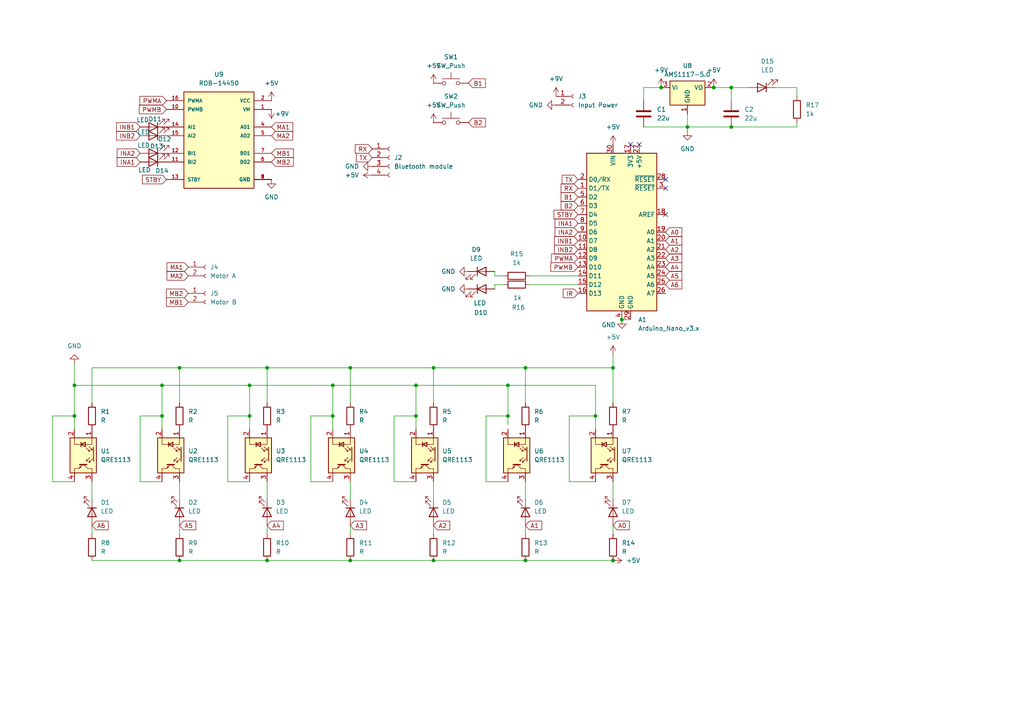
<source format=kicad_sch>
(kicad_sch
	(version 20231120)
	(generator "eeschema")
	(generator_version "8.0")
	(uuid "0605213b-4904-4141-b295-62aafd98d0a3")
	(paper "A4")
	(title_block
		(title "LFR PCB with IR array")
		(date "2024-07-30")
		(rev "2.0")
		(company "BRAC University Robotics Lab. By Al Mahir Ahmed")
	)
	(lib_symbols
		(symbol "Connector:Conn_01x02_Socket"
			(pin_names
				(offset 1.016) hide)
			(exclude_from_sim no)
			(in_bom yes)
			(on_board yes)
			(property "Reference" "J"
				(at 0 2.54 0)
				(effects
					(font
						(size 1.27 1.27)
					)
				)
			)
			(property "Value" "Conn_01x02_Socket"
				(at 0 -5.08 0)
				(effects
					(font
						(size 1.27 1.27)
					)
				)
			)
			(property "Footprint" ""
				(at 0 0 0)
				(effects
					(font
						(size 1.27 1.27)
					)
					(hide yes)
				)
			)
			(property "Datasheet" "~"
				(at 0 0 0)
				(effects
					(font
						(size 1.27 1.27)
					)
					(hide yes)
				)
			)
			(property "Description" "Generic connector, single row, 01x02, script generated"
				(at 0 0 0)
				(effects
					(font
						(size 1.27 1.27)
					)
					(hide yes)
				)
			)
			(property "ki_locked" ""
				(at 0 0 0)
				(effects
					(font
						(size 1.27 1.27)
					)
				)
			)
			(property "ki_keywords" "connector"
				(at 0 0 0)
				(effects
					(font
						(size 1.27 1.27)
					)
					(hide yes)
				)
			)
			(property "ki_fp_filters" "Connector*:*_1x??_*"
				(at 0 0 0)
				(effects
					(font
						(size 1.27 1.27)
					)
					(hide yes)
				)
			)
			(symbol "Conn_01x02_Socket_1_1"
				(arc
					(start 0 -2.032)
					(mid -0.5058 -2.54)
					(end 0 -3.048)
					(stroke
						(width 0.1524)
						(type default)
					)
					(fill
						(type none)
					)
				)
				(polyline
					(pts
						(xy -1.27 -2.54) (xy -0.508 -2.54)
					)
					(stroke
						(width 0.1524)
						(type default)
					)
					(fill
						(type none)
					)
				)
				(polyline
					(pts
						(xy -1.27 0) (xy -0.508 0)
					)
					(stroke
						(width 0.1524)
						(type default)
					)
					(fill
						(type none)
					)
				)
				(arc
					(start 0 0.508)
					(mid -0.5058 0)
					(end 0 -0.508)
					(stroke
						(width 0.1524)
						(type default)
					)
					(fill
						(type none)
					)
				)
				(pin passive line
					(at -5.08 0 0)
					(length 3.81)
					(name "Pin_1"
						(effects
							(font
								(size 1.27 1.27)
							)
						)
					)
					(number "1"
						(effects
							(font
								(size 1.27 1.27)
							)
						)
					)
				)
				(pin passive line
					(at -5.08 -2.54 0)
					(length 3.81)
					(name "Pin_2"
						(effects
							(font
								(size 1.27 1.27)
							)
						)
					)
					(number "2"
						(effects
							(font
								(size 1.27 1.27)
							)
						)
					)
				)
			)
		)
		(symbol "Connector:Conn_01x04_Socket"
			(pin_names
				(offset 1.016) hide)
			(exclude_from_sim no)
			(in_bom yes)
			(on_board yes)
			(property "Reference" "J"
				(at 0 5.08 0)
				(effects
					(font
						(size 1.27 1.27)
					)
				)
			)
			(property "Value" "Conn_01x04_Socket"
				(at 0 -7.62 0)
				(effects
					(font
						(size 1.27 1.27)
					)
				)
			)
			(property "Footprint" ""
				(at 0 0 0)
				(effects
					(font
						(size 1.27 1.27)
					)
					(hide yes)
				)
			)
			(property "Datasheet" "~"
				(at 0 0 0)
				(effects
					(font
						(size 1.27 1.27)
					)
					(hide yes)
				)
			)
			(property "Description" "Generic connector, single row, 01x04, script generated"
				(at 0 0 0)
				(effects
					(font
						(size 1.27 1.27)
					)
					(hide yes)
				)
			)
			(property "ki_locked" ""
				(at 0 0 0)
				(effects
					(font
						(size 1.27 1.27)
					)
				)
			)
			(property "ki_keywords" "connector"
				(at 0 0 0)
				(effects
					(font
						(size 1.27 1.27)
					)
					(hide yes)
				)
			)
			(property "ki_fp_filters" "Connector*:*_1x??_*"
				(at 0 0 0)
				(effects
					(font
						(size 1.27 1.27)
					)
					(hide yes)
				)
			)
			(symbol "Conn_01x04_Socket_1_1"
				(arc
					(start 0 -4.572)
					(mid -0.5058 -5.08)
					(end 0 -5.588)
					(stroke
						(width 0.1524)
						(type default)
					)
					(fill
						(type none)
					)
				)
				(arc
					(start 0 -2.032)
					(mid -0.5058 -2.54)
					(end 0 -3.048)
					(stroke
						(width 0.1524)
						(type default)
					)
					(fill
						(type none)
					)
				)
				(polyline
					(pts
						(xy -1.27 -5.08) (xy -0.508 -5.08)
					)
					(stroke
						(width 0.1524)
						(type default)
					)
					(fill
						(type none)
					)
				)
				(polyline
					(pts
						(xy -1.27 -2.54) (xy -0.508 -2.54)
					)
					(stroke
						(width 0.1524)
						(type default)
					)
					(fill
						(type none)
					)
				)
				(polyline
					(pts
						(xy -1.27 0) (xy -0.508 0)
					)
					(stroke
						(width 0.1524)
						(type default)
					)
					(fill
						(type none)
					)
				)
				(polyline
					(pts
						(xy -1.27 2.54) (xy -0.508 2.54)
					)
					(stroke
						(width 0.1524)
						(type default)
					)
					(fill
						(type none)
					)
				)
				(arc
					(start 0 0.508)
					(mid -0.5058 0)
					(end 0 -0.508)
					(stroke
						(width 0.1524)
						(type default)
					)
					(fill
						(type none)
					)
				)
				(arc
					(start 0 3.048)
					(mid -0.5058 2.54)
					(end 0 2.032)
					(stroke
						(width 0.1524)
						(type default)
					)
					(fill
						(type none)
					)
				)
				(pin passive line
					(at -5.08 2.54 0)
					(length 3.81)
					(name "Pin_1"
						(effects
							(font
								(size 1.27 1.27)
							)
						)
					)
					(number "1"
						(effects
							(font
								(size 1.27 1.27)
							)
						)
					)
				)
				(pin passive line
					(at -5.08 0 0)
					(length 3.81)
					(name "Pin_2"
						(effects
							(font
								(size 1.27 1.27)
							)
						)
					)
					(number "2"
						(effects
							(font
								(size 1.27 1.27)
							)
						)
					)
				)
				(pin passive line
					(at -5.08 -2.54 0)
					(length 3.81)
					(name "Pin_3"
						(effects
							(font
								(size 1.27 1.27)
							)
						)
					)
					(number "3"
						(effects
							(font
								(size 1.27 1.27)
							)
						)
					)
				)
				(pin passive line
					(at -5.08 -5.08 0)
					(length 3.81)
					(name "Pin_4"
						(effects
							(font
								(size 1.27 1.27)
							)
						)
					)
					(number "4"
						(effects
							(font
								(size 1.27 1.27)
							)
						)
					)
				)
			)
		)
		(symbol "Device:C"
			(pin_numbers hide)
			(pin_names
				(offset 0.254)
			)
			(exclude_from_sim no)
			(in_bom yes)
			(on_board yes)
			(property "Reference" "C"
				(at 0.635 2.54 0)
				(effects
					(font
						(size 1.27 1.27)
					)
					(justify left)
				)
			)
			(property "Value" "C"
				(at 0.635 -2.54 0)
				(effects
					(font
						(size 1.27 1.27)
					)
					(justify left)
				)
			)
			(property "Footprint" ""
				(at 0.9652 -3.81 0)
				(effects
					(font
						(size 1.27 1.27)
					)
					(hide yes)
				)
			)
			(property "Datasheet" "~"
				(at 0 0 0)
				(effects
					(font
						(size 1.27 1.27)
					)
					(hide yes)
				)
			)
			(property "Description" "Unpolarized capacitor"
				(at 0 0 0)
				(effects
					(font
						(size 1.27 1.27)
					)
					(hide yes)
				)
			)
			(property "ki_keywords" "cap capacitor"
				(at 0 0 0)
				(effects
					(font
						(size 1.27 1.27)
					)
					(hide yes)
				)
			)
			(property "ki_fp_filters" "C_*"
				(at 0 0 0)
				(effects
					(font
						(size 1.27 1.27)
					)
					(hide yes)
				)
			)
			(symbol "C_0_1"
				(polyline
					(pts
						(xy -2.032 -0.762) (xy 2.032 -0.762)
					)
					(stroke
						(width 0.508)
						(type default)
					)
					(fill
						(type none)
					)
				)
				(polyline
					(pts
						(xy -2.032 0.762) (xy 2.032 0.762)
					)
					(stroke
						(width 0.508)
						(type default)
					)
					(fill
						(type none)
					)
				)
			)
			(symbol "C_1_1"
				(pin passive line
					(at 0 3.81 270)
					(length 2.794)
					(name "~"
						(effects
							(font
								(size 1.27 1.27)
							)
						)
					)
					(number "1"
						(effects
							(font
								(size 1.27 1.27)
							)
						)
					)
				)
				(pin passive line
					(at 0 -3.81 90)
					(length 2.794)
					(name "~"
						(effects
							(font
								(size 1.27 1.27)
							)
						)
					)
					(number "2"
						(effects
							(font
								(size 1.27 1.27)
							)
						)
					)
				)
			)
		)
		(symbol "Device:LED"
			(pin_numbers hide)
			(pin_names
				(offset 1.016) hide)
			(exclude_from_sim no)
			(in_bom yes)
			(on_board yes)
			(property "Reference" "D"
				(at 0 2.54 0)
				(effects
					(font
						(size 1.27 1.27)
					)
				)
			)
			(property "Value" "LED"
				(at 0 -2.54 0)
				(effects
					(font
						(size 1.27 1.27)
					)
				)
			)
			(property "Footprint" ""
				(at 0 0 0)
				(effects
					(font
						(size 1.27 1.27)
					)
					(hide yes)
				)
			)
			(property "Datasheet" "~"
				(at 0 0 0)
				(effects
					(font
						(size 1.27 1.27)
					)
					(hide yes)
				)
			)
			(property "Description" "Light emitting diode"
				(at 0 0 0)
				(effects
					(font
						(size 1.27 1.27)
					)
					(hide yes)
				)
			)
			(property "ki_keywords" "LED diode"
				(at 0 0 0)
				(effects
					(font
						(size 1.27 1.27)
					)
					(hide yes)
				)
			)
			(property "ki_fp_filters" "LED* LED_SMD:* LED_THT:*"
				(at 0 0 0)
				(effects
					(font
						(size 1.27 1.27)
					)
					(hide yes)
				)
			)
			(symbol "LED_0_1"
				(polyline
					(pts
						(xy -1.27 -1.27) (xy -1.27 1.27)
					)
					(stroke
						(width 0.254)
						(type default)
					)
					(fill
						(type none)
					)
				)
				(polyline
					(pts
						(xy -1.27 0) (xy 1.27 0)
					)
					(stroke
						(width 0)
						(type default)
					)
					(fill
						(type none)
					)
				)
				(polyline
					(pts
						(xy 1.27 -1.27) (xy 1.27 1.27) (xy -1.27 0) (xy 1.27 -1.27)
					)
					(stroke
						(width 0.254)
						(type default)
					)
					(fill
						(type none)
					)
				)
				(polyline
					(pts
						(xy -3.048 -0.762) (xy -4.572 -2.286) (xy -3.81 -2.286) (xy -4.572 -2.286) (xy -4.572 -1.524)
					)
					(stroke
						(width 0)
						(type default)
					)
					(fill
						(type none)
					)
				)
				(polyline
					(pts
						(xy -1.778 -0.762) (xy -3.302 -2.286) (xy -2.54 -2.286) (xy -3.302 -2.286) (xy -3.302 -1.524)
					)
					(stroke
						(width 0)
						(type default)
					)
					(fill
						(type none)
					)
				)
			)
			(symbol "LED_1_1"
				(pin passive line
					(at -3.81 0 0)
					(length 2.54)
					(name "K"
						(effects
							(font
								(size 1.27 1.27)
							)
						)
					)
					(number "1"
						(effects
							(font
								(size 1.27 1.27)
							)
						)
					)
				)
				(pin passive line
					(at 3.81 0 180)
					(length 2.54)
					(name "A"
						(effects
							(font
								(size 1.27 1.27)
							)
						)
					)
					(number "2"
						(effects
							(font
								(size 1.27 1.27)
							)
						)
					)
				)
			)
		)
		(symbol "Device:R"
			(pin_numbers hide)
			(pin_names
				(offset 0)
			)
			(exclude_from_sim no)
			(in_bom yes)
			(on_board yes)
			(property "Reference" "R"
				(at 2.032 0 90)
				(effects
					(font
						(size 1.27 1.27)
					)
				)
			)
			(property "Value" "R"
				(at 0 0 90)
				(effects
					(font
						(size 1.27 1.27)
					)
				)
			)
			(property "Footprint" ""
				(at -1.778 0 90)
				(effects
					(font
						(size 1.27 1.27)
					)
					(hide yes)
				)
			)
			(property "Datasheet" "~"
				(at 0 0 0)
				(effects
					(font
						(size 1.27 1.27)
					)
					(hide yes)
				)
			)
			(property "Description" "Resistor"
				(at 0 0 0)
				(effects
					(font
						(size 1.27 1.27)
					)
					(hide yes)
				)
			)
			(property "ki_keywords" "R res resistor"
				(at 0 0 0)
				(effects
					(font
						(size 1.27 1.27)
					)
					(hide yes)
				)
			)
			(property "ki_fp_filters" "R_*"
				(at 0 0 0)
				(effects
					(font
						(size 1.27 1.27)
					)
					(hide yes)
				)
			)
			(symbol "R_0_1"
				(rectangle
					(start -1.016 -2.54)
					(end 1.016 2.54)
					(stroke
						(width 0.254)
						(type default)
					)
					(fill
						(type none)
					)
				)
			)
			(symbol "R_1_1"
				(pin passive line
					(at 0 3.81 270)
					(length 1.27)
					(name "~"
						(effects
							(font
								(size 1.27 1.27)
							)
						)
					)
					(number "1"
						(effects
							(font
								(size 1.27 1.27)
							)
						)
					)
				)
				(pin passive line
					(at 0 -3.81 90)
					(length 1.27)
					(name "~"
						(effects
							(font
								(size 1.27 1.27)
							)
						)
					)
					(number "2"
						(effects
							(font
								(size 1.27 1.27)
							)
						)
					)
				)
			)
		)
		(symbol "MCU_Module:Arduino_Nano_v3.x"
			(exclude_from_sim no)
			(in_bom yes)
			(on_board yes)
			(property "Reference" "A"
				(at -10.16 23.495 0)
				(effects
					(font
						(size 1.27 1.27)
					)
					(justify left bottom)
				)
			)
			(property "Value" "Arduino_Nano_v3.x"
				(at 5.08 -24.13 0)
				(effects
					(font
						(size 1.27 1.27)
					)
					(justify left top)
				)
			)
			(property "Footprint" "Module:Arduino_Nano"
				(at 0 0 0)
				(effects
					(font
						(size 1.27 1.27)
						(italic yes)
					)
					(hide yes)
				)
			)
			(property "Datasheet" "http://www.mouser.com/pdfdocs/Gravitech_Arduino_Nano3_0.pdf"
				(at 0 0 0)
				(effects
					(font
						(size 1.27 1.27)
					)
					(hide yes)
				)
			)
			(property "Description" "Arduino Nano v3.x"
				(at 0 0 0)
				(effects
					(font
						(size 1.27 1.27)
					)
					(hide yes)
				)
			)
			(property "ki_keywords" "Arduino nano microcontroller module USB"
				(at 0 0 0)
				(effects
					(font
						(size 1.27 1.27)
					)
					(hide yes)
				)
			)
			(property "ki_fp_filters" "Arduino*Nano*"
				(at 0 0 0)
				(effects
					(font
						(size 1.27 1.27)
					)
					(hide yes)
				)
			)
			(symbol "Arduino_Nano_v3.x_0_1"
				(rectangle
					(start -10.16 22.86)
					(end 10.16 -22.86)
					(stroke
						(width 0.254)
						(type default)
					)
					(fill
						(type background)
					)
				)
			)
			(symbol "Arduino_Nano_v3.x_1_1"
				(pin bidirectional line
					(at -12.7 12.7 0)
					(length 2.54)
					(name "D1/TX"
						(effects
							(font
								(size 1.27 1.27)
							)
						)
					)
					(number "1"
						(effects
							(font
								(size 1.27 1.27)
							)
						)
					)
				)
				(pin bidirectional line
					(at -12.7 -2.54 0)
					(length 2.54)
					(name "D7"
						(effects
							(font
								(size 1.27 1.27)
							)
						)
					)
					(number "10"
						(effects
							(font
								(size 1.27 1.27)
							)
						)
					)
				)
				(pin bidirectional line
					(at -12.7 -5.08 0)
					(length 2.54)
					(name "D8"
						(effects
							(font
								(size 1.27 1.27)
							)
						)
					)
					(number "11"
						(effects
							(font
								(size 1.27 1.27)
							)
						)
					)
				)
				(pin bidirectional line
					(at -12.7 -7.62 0)
					(length 2.54)
					(name "D9"
						(effects
							(font
								(size 1.27 1.27)
							)
						)
					)
					(number "12"
						(effects
							(font
								(size 1.27 1.27)
							)
						)
					)
				)
				(pin bidirectional line
					(at -12.7 -10.16 0)
					(length 2.54)
					(name "D10"
						(effects
							(font
								(size 1.27 1.27)
							)
						)
					)
					(number "13"
						(effects
							(font
								(size 1.27 1.27)
							)
						)
					)
				)
				(pin bidirectional line
					(at -12.7 -12.7 0)
					(length 2.54)
					(name "D11"
						(effects
							(font
								(size 1.27 1.27)
							)
						)
					)
					(number "14"
						(effects
							(font
								(size 1.27 1.27)
							)
						)
					)
				)
				(pin bidirectional line
					(at -12.7 -15.24 0)
					(length 2.54)
					(name "D12"
						(effects
							(font
								(size 1.27 1.27)
							)
						)
					)
					(number "15"
						(effects
							(font
								(size 1.27 1.27)
							)
						)
					)
				)
				(pin bidirectional line
					(at -12.7 -17.78 0)
					(length 2.54)
					(name "D13"
						(effects
							(font
								(size 1.27 1.27)
							)
						)
					)
					(number "16"
						(effects
							(font
								(size 1.27 1.27)
							)
						)
					)
				)
				(pin power_out line
					(at 2.54 25.4 270)
					(length 2.54)
					(name "3V3"
						(effects
							(font
								(size 1.27 1.27)
							)
						)
					)
					(number "17"
						(effects
							(font
								(size 1.27 1.27)
							)
						)
					)
				)
				(pin input line
					(at 12.7 5.08 180)
					(length 2.54)
					(name "AREF"
						(effects
							(font
								(size 1.27 1.27)
							)
						)
					)
					(number "18"
						(effects
							(font
								(size 1.27 1.27)
							)
						)
					)
				)
				(pin bidirectional line
					(at 12.7 0 180)
					(length 2.54)
					(name "A0"
						(effects
							(font
								(size 1.27 1.27)
							)
						)
					)
					(number "19"
						(effects
							(font
								(size 1.27 1.27)
							)
						)
					)
				)
				(pin bidirectional line
					(at -12.7 15.24 0)
					(length 2.54)
					(name "D0/RX"
						(effects
							(font
								(size 1.27 1.27)
							)
						)
					)
					(number "2"
						(effects
							(font
								(size 1.27 1.27)
							)
						)
					)
				)
				(pin bidirectional line
					(at 12.7 -2.54 180)
					(length 2.54)
					(name "A1"
						(effects
							(font
								(size 1.27 1.27)
							)
						)
					)
					(number "20"
						(effects
							(font
								(size 1.27 1.27)
							)
						)
					)
				)
				(pin bidirectional line
					(at 12.7 -5.08 180)
					(length 2.54)
					(name "A2"
						(effects
							(font
								(size 1.27 1.27)
							)
						)
					)
					(number "21"
						(effects
							(font
								(size 1.27 1.27)
							)
						)
					)
				)
				(pin bidirectional line
					(at 12.7 -7.62 180)
					(length 2.54)
					(name "A3"
						(effects
							(font
								(size 1.27 1.27)
							)
						)
					)
					(number "22"
						(effects
							(font
								(size 1.27 1.27)
							)
						)
					)
				)
				(pin bidirectional line
					(at 12.7 -10.16 180)
					(length 2.54)
					(name "A4"
						(effects
							(font
								(size 1.27 1.27)
							)
						)
					)
					(number "23"
						(effects
							(font
								(size 1.27 1.27)
							)
						)
					)
				)
				(pin bidirectional line
					(at 12.7 -12.7 180)
					(length 2.54)
					(name "A5"
						(effects
							(font
								(size 1.27 1.27)
							)
						)
					)
					(number "24"
						(effects
							(font
								(size 1.27 1.27)
							)
						)
					)
				)
				(pin bidirectional line
					(at 12.7 -15.24 180)
					(length 2.54)
					(name "A6"
						(effects
							(font
								(size 1.27 1.27)
							)
						)
					)
					(number "25"
						(effects
							(font
								(size 1.27 1.27)
							)
						)
					)
				)
				(pin bidirectional line
					(at 12.7 -17.78 180)
					(length 2.54)
					(name "A7"
						(effects
							(font
								(size 1.27 1.27)
							)
						)
					)
					(number "26"
						(effects
							(font
								(size 1.27 1.27)
							)
						)
					)
				)
				(pin power_out line
					(at 5.08 25.4 270)
					(length 2.54)
					(name "+5V"
						(effects
							(font
								(size 1.27 1.27)
							)
						)
					)
					(number "27"
						(effects
							(font
								(size 1.27 1.27)
							)
						)
					)
				)
				(pin input line
					(at 12.7 15.24 180)
					(length 2.54)
					(name "~{RESET}"
						(effects
							(font
								(size 1.27 1.27)
							)
						)
					)
					(number "28"
						(effects
							(font
								(size 1.27 1.27)
							)
						)
					)
				)
				(pin power_in line
					(at 2.54 -25.4 90)
					(length 2.54)
					(name "GND"
						(effects
							(font
								(size 1.27 1.27)
							)
						)
					)
					(number "29"
						(effects
							(font
								(size 1.27 1.27)
							)
						)
					)
				)
				(pin input line
					(at 12.7 12.7 180)
					(length 2.54)
					(name "~{RESET}"
						(effects
							(font
								(size 1.27 1.27)
							)
						)
					)
					(number "3"
						(effects
							(font
								(size 1.27 1.27)
							)
						)
					)
				)
				(pin power_in line
					(at -2.54 25.4 270)
					(length 2.54)
					(name "VIN"
						(effects
							(font
								(size 1.27 1.27)
							)
						)
					)
					(number "30"
						(effects
							(font
								(size 1.27 1.27)
							)
						)
					)
				)
				(pin power_in line
					(at 0 -25.4 90)
					(length 2.54)
					(name "GND"
						(effects
							(font
								(size 1.27 1.27)
							)
						)
					)
					(number "4"
						(effects
							(font
								(size 1.27 1.27)
							)
						)
					)
				)
				(pin bidirectional line
					(at -12.7 10.16 0)
					(length 2.54)
					(name "D2"
						(effects
							(font
								(size 1.27 1.27)
							)
						)
					)
					(number "5"
						(effects
							(font
								(size 1.27 1.27)
							)
						)
					)
				)
				(pin bidirectional line
					(at -12.7 7.62 0)
					(length 2.54)
					(name "D3"
						(effects
							(font
								(size 1.27 1.27)
							)
						)
					)
					(number "6"
						(effects
							(font
								(size 1.27 1.27)
							)
						)
					)
				)
				(pin bidirectional line
					(at -12.7 5.08 0)
					(length 2.54)
					(name "D4"
						(effects
							(font
								(size 1.27 1.27)
							)
						)
					)
					(number "7"
						(effects
							(font
								(size 1.27 1.27)
							)
						)
					)
				)
				(pin bidirectional line
					(at -12.7 2.54 0)
					(length 2.54)
					(name "D5"
						(effects
							(font
								(size 1.27 1.27)
							)
						)
					)
					(number "8"
						(effects
							(font
								(size 1.27 1.27)
							)
						)
					)
				)
				(pin bidirectional line
					(at -12.7 0 0)
					(length 2.54)
					(name "D6"
						(effects
							(font
								(size 1.27 1.27)
							)
						)
					)
					(number "9"
						(effects
							(font
								(size 1.27 1.27)
							)
						)
					)
				)
			)
		)
		(symbol "ROB-14450:ROB-14450"
			(pin_names
				(offset 1.016)
			)
			(exclude_from_sim no)
			(in_bom yes)
			(on_board yes)
			(property "Reference" "U"
				(at -10.16 16.002 0)
				(effects
					(font
						(size 1.27 1.27)
					)
					(justify left bottom)
				)
			)
			(property "Value" "ROB-14450"
				(at -10.16 -15.24 0)
				(effects
					(font
						(size 1.27 1.27)
					)
					(justify left bottom)
				)
			)
			(property "Footprint" "ROB-14450:MODULE_ROB-14450"
				(at 0 0 0)
				(effects
					(font
						(size 1.27 1.27)
					)
					(justify bottom)
					(hide yes)
				)
			)
			(property "Datasheet" ""
				(at 0 0 0)
				(effects
					(font
						(size 1.27 1.27)
					)
					(hide yes)
				)
			)
			(property "Description" ""
				(at 0 0 0)
				(effects
					(font
						(size 1.27 1.27)
					)
					(hide yes)
				)
			)
			(property "MF" "SparkFun Electronics"
				(at 0 0 0)
				(effects
					(font
						(size 1.27 1.27)
					)
					(justify bottom)
					(hide yes)
				)
			)
			(property "Description_1" "\nTB6612FNG Motor Controller/Driver Power Management Evaluation Board\n"
				(at 0 0 0)
				(effects
					(font
						(size 1.27 1.27)
					)
					(justify bottom)
					(hide yes)
				)
			)
			(property "Package" "None"
				(at 0 0 0)
				(effects
					(font
						(size 1.27 1.27)
					)
					(justify bottom)
					(hide yes)
				)
			)
			(property "Price" "None"
				(at 0 0 0)
				(effects
					(font
						(size 1.27 1.27)
					)
					(justify bottom)
					(hide yes)
				)
			)
			(property "Check_prices" "https://www.snapeda.com/parts/ROB-14450/SparkFun+Electronics/view-part/?ref=eda"
				(at 0 0 0)
				(effects
					(font
						(size 1.27 1.27)
					)
					(justify bottom)
					(hide yes)
				)
			)
			(property "STANDARD" "Manufacturer Recommendation"
				(at 0 0 0)
				(effects
					(font
						(size 1.27 1.27)
					)
					(justify bottom)
					(hide yes)
				)
			)
			(property "PARTREV" "11-13-17"
				(at 0 0 0)
				(effects
					(font
						(size 1.27 1.27)
					)
					(justify bottom)
					(hide yes)
				)
			)
			(property "SnapEDA_Link" "https://www.snapeda.com/parts/ROB-14450/SparkFun+Electronics/view-part/?ref=snap"
				(at 0 0 0)
				(effects
					(font
						(size 1.27 1.27)
					)
					(justify bottom)
					(hide yes)
				)
			)
			(property "MP" "ROB-14450"
				(at 0 0 0)
				(effects
					(font
						(size 1.27 1.27)
					)
					(justify bottom)
					(hide yes)
				)
			)
			(property "Purchase-URL" "https://www.snapeda.com/api/url_track_click_mouser/?unipart_id=2656367&manufacturer=SparkFun Electronics&part_name=ROB-14450&search_term=None"
				(at 0 0 0)
				(effects
					(font
						(size 1.27 1.27)
					)
					(justify bottom)
					(hide yes)
				)
			)
			(property "Availability" "In Stock"
				(at 0 0 0)
				(effects
					(font
						(size 1.27 1.27)
					)
					(justify bottom)
					(hide yes)
				)
			)
			(property "MANUFACTURER" "Sparkfun Electronics"
				(at 0 0 0)
				(effects
					(font
						(size 1.27 1.27)
					)
					(justify bottom)
					(hide yes)
				)
			)
			(symbol "ROB-14450_0_0"
				(rectangle
					(start -10.16 -12.7)
					(end 10.16 15.24)
					(stroke
						(width 0.254)
						(type default)
					)
					(fill
						(type background)
					)
				)
				(pin power_in line
					(at 15.24 10.16 180)
					(length 5.08)
					(name "VM"
						(effects
							(font
								(size 1.016 1.016)
							)
						)
					)
					(number "1"
						(effects
							(font
								(size 1.016 1.016)
							)
						)
					)
				)
				(pin input line
					(at -15.24 10.16 0)
					(length 5.08)
					(name "PWMB"
						(effects
							(font
								(size 1.016 1.016)
							)
						)
					)
					(number "10"
						(effects
							(font
								(size 1.016 1.016)
							)
						)
					)
				)
				(pin input line
					(at -15.24 -5.08 0)
					(length 5.08)
					(name "BI2"
						(effects
							(font
								(size 1.016 1.016)
							)
						)
					)
					(number "11"
						(effects
							(font
								(size 1.016 1.016)
							)
						)
					)
				)
				(pin input line
					(at -15.24 -2.54 0)
					(length 5.08)
					(name "BI1"
						(effects
							(font
								(size 1.016 1.016)
							)
						)
					)
					(number "12"
						(effects
							(font
								(size 1.016 1.016)
							)
						)
					)
				)
				(pin input line
					(at -15.24 -10.16 0)
					(length 5.08)
					(name "STBY"
						(effects
							(font
								(size 1.016 1.016)
							)
						)
					)
					(number "13"
						(effects
							(font
								(size 1.016 1.016)
							)
						)
					)
				)
				(pin input line
					(at -15.24 5.08 0)
					(length 5.08)
					(name "AI1"
						(effects
							(font
								(size 1.016 1.016)
							)
						)
					)
					(number "14"
						(effects
							(font
								(size 1.016 1.016)
							)
						)
					)
				)
				(pin input line
					(at -15.24 2.54 0)
					(length 5.08)
					(name "AI2"
						(effects
							(font
								(size 1.016 1.016)
							)
						)
					)
					(number "15"
						(effects
							(font
								(size 1.016 1.016)
							)
						)
					)
				)
				(pin input line
					(at -15.24 12.7 0)
					(length 5.08)
					(name "PWMA"
						(effects
							(font
								(size 1.016 1.016)
							)
						)
					)
					(number "16"
						(effects
							(font
								(size 1.016 1.016)
							)
						)
					)
				)
				(pin power_in line
					(at 15.24 12.7 180)
					(length 5.08)
					(name "VCC"
						(effects
							(font
								(size 1.016 1.016)
							)
						)
					)
					(number "2"
						(effects
							(font
								(size 1.016 1.016)
							)
						)
					)
				)
				(pin power_in line
					(at 15.24 -10.16 180)
					(length 5.08)
					(name "GND"
						(effects
							(font
								(size 1.016 1.016)
							)
						)
					)
					(number "3"
						(effects
							(font
								(size 1.016 1.016)
							)
						)
					)
				)
				(pin output line
					(at 15.24 5.08 180)
					(length 5.08)
					(name "A01"
						(effects
							(font
								(size 1.016 1.016)
							)
						)
					)
					(number "4"
						(effects
							(font
								(size 1.016 1.016)
							)
						)
					)
				)
				(pin output line
					(at 15.24 2.54 180)
					(length 5.08)
					(name "A02"
						(effects
							(font
								(size 1.016 1.016)
							)
						)
					)
					(number "5"
						(effects
							(font
								(size 1.016 1.016)
							)
						)
					)
				)
				(pin output line
					(at 15.24 -5.08 180)
					(length 5.08)
					(name "B02"
						(effects
							(font
								(size 1.016 1.016)
							)
						)
					)
					(number "6"
						(effects
							(font
								(size 1.016 1.016)
							)
						)
					)
				)
				(pin output line
					(at 15.24 -2.54 180)
					(length 5.08)
					(name "B01"
						(effects
							(font
								(size 1.016 1.016)
							)
						)
					)
					(number "7"
						(effects
							(font
								(size 1.016 1.016)
							)
						)
					)
				)
				(pin power_in line
					(at 15.24 -10.16 180)
					(length 5.08)
					(name "GND"
						(effects
							(font
								(size 1.016 1.016)
							)
						)
					)
					(number "8"
						(effects
							(font
								(size 1.016 1.016)
							)
						)
					)
				)
				(pin power_in line
					(at 15.24 -10.16 180)
					(length 5.08)
					(name "GND"
						(effects
							(font
								(size 1.016 1.016)
							)
						)
					)
					(number "9"
						(effects
							(font
								(size 1.016 1.016)
							)
						)
					)
				)
			)
		)
		(symbol "Regulator_Linear:AMS1117-5.0"
			(exclude_from_sim no)
			(in_bom yes)
			(on_board yes)
			(property "Reference" "U"
				(at -3.81 3.175 0)
				(effects
					(font
						(size 1.27 1.27)
					)
				)
			)
			(property "Value" "AMS1117-5.0"
				(at 0 3.175 0)
				(effects
					(font
						(size 1.27 1.27)
					)
					(justify left)
				)
			)
			(property "Footprint" "Package_TO_SOT_SMD:SOT-223-3_TabPin2"
				(at 0 5.08 0)
				(effects
					(font
						(size 1.27 1.27)
					)
					(hide yes)
				)
			)
			(property "Datasheet" "http://www.advanced-monolithic.com/pdf/ds1117.pdf"
				(at 2.54 -6.35 0)
				(effects
					(font
						(size 1.27 1.27)
					)
					(hide yes)
				)
			)
			(property "Description" "1A Low Dropout regulator, positive, 5.0V fixed output, SOT-223"
				(at 0 0 0)
				(effects
					(font
						(size 1.27 1.27)
					)
					(hide yes)
				)
			)
			(property "ki_keywords" "linear regulator ldo fixed positive"
				(at 0 0 0)
				(effects
					(font
						(size 1.27 1.27)
					)
					(hide yes)
				)
			)
			(property "ki_fp_filters" "SOT?223*TabPin2*"
				(at 0 0 0)
				(effects
					(font
						(size 1.27 1.27)
					)
					(hide yes)
				)
			)
			(symbol "AMS1117-5.0_0_1"
				(rectangle
					(start -5.08 -5.08)
					(end 5.08 1.905)
					(stroke
						(width 0.254)
						(type default)
					)
					(fill
						(type background)
					)
				)
			)
			(symbol "AMS1117-5.0_1_1"
				(pin power_in line
					(at 0 -7.62 90)
					(length 2.54)
					(name "GND"
						(effects
							(font
								(size 1.27 1.27)
							)
						)
					)
					(number "1"
						(effects
							(font
								(size 1.27 1.27)
							)
						)
					)
				)
				(pin power_out line
					(at 7.62 0 180)
					(length 2.54)
					(name "VO"
						(effects
							(font
								(size 1.27 1.27)
							)
						)
					)
					(number "2"
						(effects
							(font
								(size 1.27 1.27)
							)
						)
					)
				)
				(pin power_in line
					(at -7.62 0 0)
					(length 2.54)
					(name "VI"
						(effects
							(font
								(size 1.27 1.27)
							)
						)
					)
					(number "3"
						(effects
							(font
								(size 1.27 1.27)
							)
						)
					)
				)
			)
		)
		(symbol "Sensor_Proximity:QRE1113"
			(pin_names
				(offset 0.0254) hide)
			(exclude_from_sim no)
			(in_bom yes)
			(on_board yes)
			(property "Reference" "U"
				(at -3.81 5.08 0)
				(effects
					(font
						(size 1.27 1.27)
					)
				)
			)
			(property "Value" "QRE1113"
				(at 8.89 5.08 0)
				(effects
					(font
						(size 1.27 1.27)
					)
					(justify right)
				)
			)
			(property "Footprint" "OptoDevice:OnSemi_CASE100AQ"
				(at 0 -5.08 0)
				(effects
					(font
						(size 1.27 1.27)
					)
					(hide yes)
				)
			)
			(property "Datasheet" "http://www.onsemi.com/pub/Collateral/QRE1113-D.PDF"
				(at 0 2.54 0)
				(effects
					(font
						(size 1.27 1.27)
					)
					(hide yes)
				)
			)
			(property "Description" "Miniature Reflective Optical Object Sensor, DIP-like THT-package"
				(at 0 0 0)
				(effects
					(font
						(size 1.27 1.27)
					)
					(hide yes)
				)
			)
			(property "ki_keywords" "Reflective Optical Sensor Opto reflex coupler"
				(at 0 0 0)
				(effects
					(font
						(size 1.27 1.27)
					)
					(hide yes)
				)
			)
			(property "ki_fp_filters" "OnSemi*CASE100AQ*"
				(at 0 0 0)
				(effects
					(font
						(size 1.27 1.27)
					)
					(hide yes)
				)
			)
			(symbol "QRE1113_0_1"
				(polyline
					(pts
						(xy -3.81 -0.635) (xy -2.54 -0.635)
					)
					(stroke
						(width 0.254)
						(type default)
					)
					(fill
						(type none)
					)
				)
				(polyline
					(pts
						(xy -2.286 2.921) (xy -2.032 3.175)
					)
					(stroke
						(width 0)
						(type default)
					)
					(fill
						(type none)
					)
				)
				(polyline
					(pts
						(xy -1.778 2.921) (xy -1.524 3.175)
					)
					(stroke
						(width 0)
						(type default)
					)
					(fill
						(type none)
					)
				)
				(polyline
					(pts
						(xy -1.524 2.667) (xy -1.651 2.159)
					)
					(stroke
						(width 0)
						(type default)
					)
					(fill
						(type none)
					)
				)
				(polyline
					(pts
						(xy -1.27 2.921) (xy -1.016 3.175)
					)
					(stroke
						(width 0)
						(type default)
					)
					(fill
						(type none)
					)
				)
				(polyline
					(pts
						(xy -1.143 1.905) (xy -1.27 1.397)
					)
					(stroke
						(width 0)
						(type default)
					)
					(fill
						(type none)
					)
				)
				(polyline
					(pts
						(xy -0.762 2.921) (xy -0.508 3.175)
					)
					(stroke
						(width 0)
						(type default)
					)
					(fill
						(type none)
					)
				)
				(polyline
					(pts
						(xy -0.254 2.921) (xy 0 3.175)
					)
					(stroke
						(width 0)
						(type default)
					)
					(fill
						(type none)
					)
				)
				(polyline
					(pts
						(xy 0.254 2.921) (xy 0.508 3.175)
					)
					(stroke
						(width 0)
						(type default)
					)
					(fill
						(type none)
					)
				)
				(polyline
					(pts
						(xy 0.762 2.921) (xy 1.016 3.175)
					)
					(stroke
						(width 0)
						(type default)
					)
					(fill
						(type none)
					)
				)
				(polyline
					(pts
						(xy 1.27 2.921) (xy 1.524 3.175)
					)
					(stroke
						(width 0)
						(type default)
					)
					(fill
						(type none)
					)
				)
				(polyline
					(pts
						(xy 1.651 0.889) (xy 1.143 1.016)
					)
					(stroke
						(width 0)
						(type default)
					)
					(fill
						(type none)
					)
				)
				(polyline
					(pts
						(xy 1.778 2.921) (xy -2.413 2.921)
					)
					(stroke
						(width 0)
						(type default)
					)
					(fill
						(type none)
					)
				)
				(polyline
					(pts
						(xy 2.032 1.651) (xy 1.524 1.778)
					)
					(stroke
						(width 0)
						(type default)
					)
					(fill
						(type none)
					)
				)
				(polyline
					(pts
						(xy 2.667 -0.127) (xy 3.81 -1.27)
					)
					(stroke
						(width 0)
						(type default)
					)
					(fill
						(type none)
					)
				)
				(polyline
					(pts
						(xy 2.667 0.127) (xy 3.81 1.27)
					)
					(stroke
						(width 0)
						(type default)
					)
					(fill
						(type none)
					)
				)
				(polyline
					(pts
						(xy -2.54 1.651) (xy -1.524 2.667) (xy -2.032 2.54)
					)
					(stroke
						(width 0)
						(type default)
					)
					(fill
						(type none)
					)
				)
				(polyline
					(pts
						(xy -2.159 0.889) (xy -1.143 1.905) (xy -1.651 1.778)
					)
					(stroke
						(width 0)
						(type default)
					)
					(fill
						(type none)
					)
				)
				(polyline
					(pts
						(xy 0.635 1.905) (xy 1.651 0.889) (xy 1.524 1.397)
					)
					(stroke
						(width 0)
						(type default)
					)
					(fill
						(type none)
					)
				)
				(polyline
					(pts
						(xy 1.016 2.667) (xy 2.032 1.651) (xy 1.905 2.159)
					)
					(stroke
						(width 0)
						(type default)
					)
					(fill
						(type none)
					)
				)
				(polyline
					(pts
						(xy 2.667 1.016) (xy 2.667 -1.016) (xy 2.667 -1.016)
					)
					(stroke
						(width 0.3556)
						(type default)
					)
					(fill
						(type none)
					)
				)
				(polyline
					(pts
						(xy 3.81 -1.27) (xy 3.81 -2.54) (xy 5.08 -2.54)
					)
					(stroke
						(width 0)
						(type default)
					)
					(fill
						(type none)
					)
				)
				(polyline
					(pts
						(xy 3.81 1.27) (xy 3.81 2.54) (xy 5.08 2.54)
					)
					(stroke
						(width 0)
						(type default)
					)
					(fill
						(type none)
					)
				)
				(polyline
					(pts
						(xy -5.08 -2.54) (xy -3.175 -2.54) (xy -3.175 2.54) (xy -5.08 2.54)
					)
					(stroke
						(width 0)
						(type default)
					)
					(fill
						(type none)
					)
				)
				(polyline
					(pts
						(xy -3.175 -0.635) (xy -3.81 0.635) (xy -2.54 0.635) (xy -3.175 -0.635)
					)
					(stroke
						(width 0.254)
						(type default)
					)
					(fill
						(type none)
					)
				)
				(polyline
					(pts
						(xy 3.683 -1.143) (xy 3.429 -0.635) (xy 3.175 -0.889) (xy 3.683 -1.143)
					)
					(stroke
						(width 0)
						(type default)
					)
					(fill
						(type none)
					)
				)
				(polyline
					(pts
						(xy -5.08 -3.81) (xy 5.08 -3.81) (xy 5.08 3.81) (xy -5.08 3.81) (xy -5.08 -3.81)
					)
					(stroke
						(width 0.254)
						(type default)
					)
					(fill
						(type background)
					)
				)
			)
			(symbol "QRE1113_1_1"
				(pin passive line
					(at -7.62 2.54 0)
					(length 2.54)
					(name "A"
						(effects
							(font
								(size 1.27 1.27)
							)
						)
					)
					(number "1"
						(effects
							(font
								(size 1.27 1.27)
							)
						)
					)
				)
				(pin passive line
					(at -7.62 -2.54 0)
					(length 2.54)
					(name "K"
						(effects
							(font
								(size 1.27 1.27)
							)
						)
					)
					(number "2"
						(effects
							(font
								(size 1.27 1.27)
							)
						)
					)
				)
				(pin open_collector line
					(at 7.62 2.54 180)
					(length 2.54)
					(name "~"
						(effects
							(font
								(size 1.27 1.27)
							)
						)
					)
					(number "3"
						(effects
							(font
								(size 1.27 1.27)
							)
						)
					)
				)
				(pin open_emitter line
					(at 7.62 -2.54 180)
					(length 2.54)
					(name "~"
						(effects
							(font
								(size 1.27 1.27)
							)
						)
					)
					(number "4"
						(effects
							(font
								(size 1.27 1.27)
							)
						)
					)
				)
			)
		)
		(symbol "Switch:SW_Push"
			(pin_numbers hide)
			(pin_names
				(offset 1.016) hide)
			(exclude_from_sim no)
			(in_bom yes)
			(on_board yes)
			(property "Reference" "SW"
				(at 1.27 2.54 0)
				(effects
					(font
						(size 1.27 1.27)
					)
					(justify left)
				)
			)
			(property "Value" "SW_Push"
				(at 0 -1.524 0)
				(effects
					(font
						(size 1.27 1.27)
					)
				)
			)
			(property "Footprint" ""
				(at 0 5.08 0)
				(effects
					(font
						(size 1.27 1.27)
					)
					(hide yes)
				)
			)
			(property "Datasheet" "~"
				(at 0 5.08 0)
				(effects
					(font
						(size 1.27 1.27)
					)
					(hide yes)
				)
			)
			(property "Description" "Push button switch, generic, two pins"
				(at 0 0 0)
				(effects
					(font
						(size 1.27 1.27)
					)
					(hide yes)
				)
			)
			(property "ki_keywords" "switch normally-open pushbutton push-button"
				(at 0 0 0)
				(effects
					(font
						(size 1.27 1.27)
					)
					(hide yes)
				)
			)
			(symbol "SW_Push_0_1"
				(circle
					(center -2.032 0)
					(radius 0.508)
					(stroke
						(width 0)
						(type default)
					)
					(fill
						(type none)
					)
				)
				(polyline
					(pts
						(xy 0 1.27) (xy 0 3.048)
					)
					(stroke
						(width 0)
						(type default)
					)
					(fill
						(type none)
					)
				)
				(polyline
					(pts
						(xy 2.54 1.27) (xy -2.54 1.27)
					)
					(stroke
						(width 0)
						(type default)
					)
					(fill
						(type none)
					)
				)
				(circle
					(center 2.032 0)
					(radius 0.508)
					(stroke
						(width 0)
						(type default)
					)
					(fill
						(type none)
					)
				)
				(pin passive line
					(at -5.08 0 0)
					(length 2.54)
					(name "1"
						(effects
							(font
								(size 1.27 1.27)
							)
						)
					)
					(number "1"
						(effects
							(font
								(size 1.27 1.27)
							)
						)
					)
				)
				(pin passive line
					(at 5.08 0 180)
					(length 2.54)
					(name "2"
						(effects
							(font
								(size 1.27 1.27)
							)
						)
					)
					(number "2"
						(effects
							(font
								(size 1.27 1.27)
							)
						)
					)
				)
			)
		)
		(symbol "power:+5V"
			(power)
			(pin_numbers hide)
			(pin_names
				(offset 0) hide)
			(exclude_from_sim no)
			(in_bom yes)
			(on_board yes)
			(property "Reference" "#PWR"
				(at 0 -3.81 0)
				(effects
					(font
						(size 1.27 1.27)
					)
					(hide yes)
				)
			)
			(property "Value" "+5V"
				(at 0 3.556 0)
				(effects
					(font
						(size 1.27 1.27)
					)
				)
			)
			(property "Footprint" ""
				(at 0 0 0)
				(effects
					(font
						(size 1.27 1.27)
					)
					(hide yes)
				)
			)
			(property "Datasheet" ""
				(at 0 0 0)
				(effects
					(font
						(size 1.27 1.27)
					)
					(hide yes)
				)
			)
			(property "Description" "Power symbol creates a global label with name \"+5V\""
				(at 0 0 0)
				(effects
					(font
						(size 1.27 1.27)
					)
					(hide yes)
				)
			)
			(property "ki_keywords" "global power"
				(at 0 0 0)
				(effects
					(font
						(size 1.27 1.27)
					)
					(hide yes)
				)
			)
			(symbol "+5V_0_1"
				(polyline
					(pts
						(xy -0.762 1.27) (xy 0 2.54)
					)
					(stroke
						(width 0)
						(type default)
					)
					(fill
						(type none)
					)
				)
				(polyline
					(pts
						(xy 0 0) (xy 0 2.54)
					)
					(stroke
						(width 0)
						(type default)
					)
					(fill
						(type none)
					)
				)
				(polyline
					(pts
						(xy 0 2.54) (xy 0.762 1.27)
					)
					(stroke
						(width 0)
						(type default)
					)
					(fill
						(type none)
					)
				)
			)
			(symbol "+5V_1_1"
				(pin power_in line
					(at 0 0 90)
					(length 0)
					(name "~"
						(effects
							(font
								(size 1.27 1.27)
							)
						)
					)
					(number "1"
						(effects
							(font
								(size 1.27 1.27)
							)
						)
					)
				)
			)
		)
		(symbol "power:+9V"
			(power)
			(pin_numbers hide)
			(pin_names
				(offset 0) hide)
			(exclude_from_sim no)
			(in_bom yes)
			(on_board yes)
			(property "Reference" "#PWR"
				(at 0 -3.81 0)
				(effects
					(font
						(size 1.27 1.27)
					)
					(hide yes)
				)
			)
			(property "Value" "+9V"
				(at 0 3.556 0)
				(effects
					(font
						(size 1.27 1.27)
					)
				)
			)
			(property "Footprint" ""
				(at 0 0 0)
				(effects
					(font
						(size 1.27 1.27)
					)
					(hide yes)
				)
			)
			(property "Datasheet" ""
				(at 0 0 0)
				(effects
					(font
						(size 1.27 1.27)
					)
					(hide yes)
				)
			)
			(property "Description" "Power symbol creates a global label with name \"+9V\""
				(at 0 0 0)
				(effects
					(font
						(size 1.27 1.27)
					)
					(hide yes)
				)
			)
			(property "ki_keywords" "global power"
				(at 0 0 0)
				(effects
					(font
						(size 1.27 1.27)
					)
					(hide yes)
				)
			)
			(symbol "+9V_0_1"
				(polyline
					(pts
						(xy -0.762 1.27) (xy 0 2.54)
					)
					(stroke
						(width 0)
						(type default)
					)
					(fill
						(type none)
					)
				)
				(polyline
					(pts
						(xy 0 0) (xy 0 2.54)
					)
					(stroke
						(width 0)
						(type default)
					)
					(fill
						(type none)
					)
				)
				(polyline
					(pts
						(xy 0 2.54) (xy 0.762 1.27)
					)
					(stroke
						(width 0)
						(type default)
					)
					(fill
						(type none)
					)
				)
			)
			(symbol "+9V_1_1"
				(pin power_in line
					(at 0 0 90)
					(length 0)
					(name "~"
						(effects
							(font
								(size 1.27 1.27)
							)
						)
					)
					(number "1"
						(effects
							(font
								(size 1.27 1.27)
							)
						)
					)
				)
			)
		)
		(symbol "power:GND"
			(power)
			(pin_numbers hide)
			(pin_names
				(offset 0) hide)
			(exclude_from_sim no)
			(in_bom yes)
			(on_board yes)
			(property "Reference" "#PWR"
				(at 0 -6.35 0)
				(effects
					(font
						(size 1.27 1.27)
					)
					(hide yes)
				)
			)
			(property "Value" "GND"
				(at 0 -3.81 0)
				(effects
					(font
						(size 1.27 1.27)
					)
				)
			)
			(property "Footprint" ""
				(at 0 0 0)
				(effects
					(font
						(size 1.27 1.27)
					)
					(hide yes)
				)
			)
			(property "Datasheet" ""
				(at 0 0 0)
				(effects
					(font
						(size 1.27 1.27)
					)
					(hide yes)
				)
			)
			(property "Description" "Power symbol creates a global label with name \"GND\" , ground"
				(at 0 0 0)
				(effects
					(font
						(size 1.27 1.27)
					)
					(hide yes)
				)
			)
			(property "ki_keywords" "global power"
				(at 0 0 0)
				(effects
					(font
						(size 1.27 1.27)
					)
					(hide yes)
				)
			)
			(symbol "GND_0_1"
				(polyline
					(pts
						(xy 0 0) (xy 0 -1.27) (xy 1.27 -1.27) (xy 0 -2.54) (xy -1.27 -1.27) (xy 0 -1.27)
					)
					(stroke
						(width 0)
						(type default)
					)
					(fill
						(type none)
					)
				)
			)
			(symbol "GND_1_1"
				(pin power_in line
					(at 0 0 270)
					(length 0)
					(name "~"
						(effects
							(font
								(size 1.27 1.27)
							)
						)
					)
					(number "1"
						(effects
							(font
								(size 1.27 1.27)
							)
						)
					)
				)
			)
		)
	)
	(junction
		(at 152.4 162.56)
		(diameter 0)
		(color 0 0 0 0)
		(uuid "02171833-2987-4b78-8d0d-184bed210623")
	)
	(junction
		(at 101.6 106.68)
		(diameter 0)
		(color 0 0 0 0)
		(uuid "0331c0d5-9190-4944-a9e3-9798073f2edc")
	)
	(junction
		(at 46.99 111.76)
		(diameter 0)
		(color 0 0 0 0)
		(uuid "044831b8-d952-4fed-b116-12ff387ed60b")
	)
	(junction
		(at 152.4 106.68)
		(diameter 0)
		(color 0 0 0 0)
		(uuid "0891202b-5848-4865-bd2e-42a93bc1a188")
	)
	(junction
		(at 46.99 120.65)
		(diameter 0)
		(color 0 0 0 0)
		(uuid "1dd4dc34-46e7-4446-9c3c-29543a3ada5e")
	)
	(junction
		(at 72.39 120.65)
		(diameter 0)
		(color 0 0 0 0)
		(uuid "26a45798-bf2e-44ee-9ea7-f483f473f48c")
	)
	(junction
		(at 52.07 106.68)
		(diameter 0)
		(color 0 0 0 0)
		(uuid "28be8d57-fc71-4a6c-9bbb-1e08bdd4e403")
	)
	(junction
		(at 191.77 25.4)
		(diameter 0)
		(color 0 0 0 0)
		(uuid "31748e1b-99ba-44c8-9171-48201787305b")
	)
	(junction
		(at 72.39 111.76)
		(diameter 0)
		(color 0 0 0 0)
		(uuid "319b7e5d-b380-4f97-af96-f552f050f7b2")
	)
	(junction
		(at 147.32 120.65)
		(diameter 0)
		(color 0 0 0 0)
		(uuid "3f699ca5-17ea-45e6-b1b1-f8643a1c02c9")
	)
	(junction
		(at 120.65 111.76)
		(diameter 0)
		(color 0 0 0 0)
		(uuid "5879d1d8-db67-4f6f-8196-0df60863fa74")
	)
	(junction
		(at 177.8 162.56)
		(diameter 0)
		(color 0 0 0 0)
		(uuid "5c9ed023-f51b-4ba3-8f1f-a96d77e99299")
	)
	(junction
		(at 199.39 36.83)
		(diameter 0)
		(color 0 0 0 0)
		(uuid "6304b3f4-0066-4c83-ac83-d3f05a43d799")
	)
	(junction
		(at 120.65 120.65)
		(diameter 0)
		(color 0 0 0 0)
		(uuid "6dc6eb83-b7b6-4dee-b376-e35d3af51beb")
	)
	(junction
		(at 177.8 106.68)
		(diameter 0)
		(color 0 0 0 0)
		(uuid "7ee5d9cb-232a-4dd3-9a5f-e9414bd5d67d")
	)
	(junction
		(at 77.47 162.56)
		(diameter 0)
		(color 0 0 0 0)
		(uuid "8cbcb781-fc63-46bf-b91c-756ed58773a1")
	)
	(junction
		(at 212.09 36.83)
		(diameter 0)
		(color 0 0 0 0)
		(uuid "9ba180a9-856d-4422-ade6-6203cbe5a06d")
	)
	(junction
		(at 96.52 120.65)
		(diameter 0)
		(color 0 0 0 0)
		(uuid "9df7ee67-6c2c-461b-bfdb-cc49560acea1")
	)
	(junction
		(at 147.32 111.76)
		(diameter 0)
		(color 0 0 0 0)
		(uuid "9fd12269-2dd4-48c2-8438-a8ecd7b38755")
	)
	(junction
		(at 180.34 92.71)
		(diameter 0)
		(color 0 0 0 0)
		(uuid "b3b0a5d7-f844-4b8c-a16b-2f8e816f8865")
	)
	(junction
		(at 125.73 106.68)
		(diameter 0)
		(color 0 0 0 0)
		(uuid "c2308068-a47b-4644-85e6-94ae7324d4ea")
	)
	(junction
		(at 96.52 111.76)
		(diameter 0)
		(color 0 0 0 0)
		(uuid "c36671fc-6c1d-451a-96fe-6cb76a406476")
	)
	(junction
		(at 172.72 120.65)
		(diameter 0)
		(color 0 0 0 0)
		(uuid "c9c599d8-c615-46c6-b962-e67e183a8065")
	)
	(junction
		(at 21.59 111.76)
		(diameter 0)
		(color 0 0 0 0)
		(uuid "d024e36e-422d-474a-a1bb-9406e695f1e5")
	)
	(junction
		(at 212.09 25.4)
		(diameter 0)
		(color 0 0 0 0)
		(uuid "d6f0c137-5bc7-4fa3-9139-db1ad78511f7")
	)
	(junction
		(at 52.07 162.56)
		(diameter 0)
		(color 0 0 0 0)
		(uuid "d9fe908d-42af-4765-83e1-6c98d043d05e")
	)
	(junction
		(at 207.01 25.4)
		(diameter 0)
		(color 0 0 0 0)
		(uuid "e2ea9458-a951-436f-90e0-fccf2b71eb0d")
	)
	(junction
		(at 101.6 162.56)
		(diameter 0)
		(color 0 0 0 0)
		(uuid "eee97d6a-c6c8-44d3-9910-0e616c827962")
	)
	(junction
		(at 125.73 162.56)
		(diameter 0)
		(color 0 0 0 0)
		(uuid "f37c9b02-d4b8-4162-ac91-238a22e5548a")
	)
	(junction
		(at 21.59 120.65)
		(diameter 0)
		(color 0 0 0 0)
		(uuid "fb9430b6-39e3-453d-bf73-375b6f5f0ee0")
	)
	(junction
		(at 77.47 106.68)
		(diameter 0)
		(color 0 0 0 0)
		(uuid "fc918fe2-089d-46ea-912a-06ad2613d7ca")
	)
	(no_connect
		(at 193.04 62.23)
		(uuid "16faa8b6-8729-484c-8dd5-2738ec8c1520")
	)
	(no_connect
		(at 185.42 41.91)
		(uuid "3a3c1813-0743-4b98-8e64-4f990c585ee4")
	)
	(no_connect
		(at 193.04 52.07)
		(uuid "9580ced8-cc6e-4de8-8587-0802bf62a468")
	)
	(no_connect
		(at 193.04 54.61)
		(uuid "acf2c90f-62de-4749-a1e8-751aa31bdbd9")
	)
	(no_connect
		(at 182.88 41.91)
		(uuid "d7f278e2-87ef-4faf-8cdd-93042e5a169e")
	)
	(wire
		(pts
			(xy 26.67 162.56) (xy 52.07 162.56)
		)
		(stroke
			(width 0)
			(type default)
		)
		(uuid "0381c496-cd7e-4647-a20f-60664d1d817c")
	)
	(wire
		(pts
			(xy 21.59 111.76) (xy 21.59 120.65)
		)
		(stroke
			(width 0)
			(type default)
		)
		(uuid "0443f010-098a-4099-b2ad-692e68f8f416")
	)
	(wire
		(pts
			(xy 172.72 120.65) (xy 172.72 111.76)
		)
		(stroke
			(width 0)
			(type default)
		)
		(uuid "0606dbb5-fee1-4427-8308-654ca4520a24")
	)
	(wire
		(pts
			(xy 77.47 106.68) (xy 101.6 106.68)
		)
		(stroke
			(width 0)
			(type default)
		)
		(uuid "08aa6957-1f4b-47d0-8581-d3e0fbba6f54")
	)
	(wire
		(pts
			(xy 21.59 120.65) (xy 21.59 124.46)
		)
		(stroke
			(width 0)
			(type default)
		)
		(uuid "0d2fd222-6b5b-43d1-837a-55992aa71821")
	)
	(wire
		(pts
			(xy 101.6 162.56) (xy 125.73 162.56)
		)
		(stroke
			(width 0)
			(type default)
		)
		(uuid "0d340438-73cb-421d-9aab-0ee2a0a69c83")
	)
	(wire
		(pts
			(xy 26.67 106.68) (xy 52.07 106.68)
		)
		(stroke
			(width 0)
			(type default)
		)
		(uuid "1125997f-6f65-4978-9c3b-50cf808aafe9")
	)
	(wire
		(pts
			(xy 72.39 111.76) (xy 72.39 120.65)
		)
		(stroke
			(width 0)
			(type default)
		)
		(uuid "18af0def-8c9f-4dd2-880c-a427f6c564f6")
	)
	(wire
		(pts
			(xy 52.07 144.78) (xy 52.07 139.7)
		)
		(stroke
			(width 0)
			(type default)
		)
		(uuid "194ca38e-1e93-4db2-8f94-16eb5cf9dfc2")
	)
	(wire
		(pts
			(xy 120.65 111.76) (xy 120.65 120.65)
		)
		(stroke
			(width 0)
			(type default)
		)
		(uuid "1c4cc0d6-845d-49cc-a8b2-60e839dec369")
	)
	(wire
		(pts
			(xy 125.73 162.56) (xy 152.4 162.56)
		)
		(stroke
			(width 0)
			(type default)
		)
		(uuid "1d8664ea-ed72-4be8-99ed-688b3fe8e8ba")
	)
	(wire
		(pts
			(xy 212.09 25.4) (xy 217.17 25.4)
		)
		(stroke
			(width 0)
			(type default)
		)
		(uuid "1f244940-1eb4-43c0-ac0c-91dc4311c39c")
	)
	(wire
		(pts
			(xy 199.39 33.02) (xy 199.39 36.83)
		)
		(stroke
			(width 0)
			(type default)
		)
		(uuid "200124d8-7683-4228-a21d-7dc7cd76e190")
	)
	(wire
		(pts
			(xy 147.32 120.65) (xy 147.32 111.76)
		)
		(stroke
			(width 0)
			(type default)
		)
		(uuid "20a8b9dd-81bf-49cf-b632-c4949eb20b90")
	)
	(wire
		(pts
			(xy 101.6 144.78) (xy 101.6 139.7)
		)
		(stroke
			(width 0)
			(type default)
		)
		(uuid "20f278de-4854-4059-8cba-698aa78f9333")
	)
	(wire
		(pts
			(xy 120.65 111.76) (xy 96.52 111.76)
		)
		(stroke
			(width 0)
			(type default)
		)
		(uuid "23bfe537-bf11-4877-8bf5-d5159a360968")
	)
	(wire
		(pts
			(xy 224.79 25.4) (xy 231.14 25.4)
		)
		(stroke
			(width 0)
			(type default)
		)
		(uuid "244ba324-8861-4b84-b5e6-10d552a830c6")
	)
	(wire
		(pts
			(xy 120.65 120.65) (xy 120.65 124.46)
		)
		(stroke
			(width 0)
			(type default)
		)
		(uuid "286c8b62-9f21-4869-8b6b-fd00341f1d40")
	)
	(wire
		(pts
			(xy 177.8 102.87) (xy 177.8 106.68)
		)
		(stroke
			(width 0)
			(type default)
		)
		(uuid "2ea40181-19ce-4a75-bb08-e7d46d80f6dd")
	)
	(wire
		(pts
			(xy 120.65 139.7) (xy 114.3 139.7)
		)
		(stroke
			(width 0)
			(type default)
		)
		(uuid "347578f6-bd69-43ca-870f-a71acbf82758")
	)
	(wire
		(pts
			(xy 177.8 152.4) (xy 177.8 154.94)
		)
		(stroke
			(width 0)
			(type default)
		)
		(uuid "37012b32-997f-4350-aec8-df3125a3d98e")
	)
	(wire
		(pts
			(xy 231.14 25.4) (xy 231.14 27.94)
		)
		(stroke
			(width 0)
			(type default)
		)
		(uuid "38c10440-05e3-4845-93fa-08dfd563a38c")
	)
	(wire
		(pts
			(xy 21.59 139.7) (xy 15.24 139.7)
		)
		(stroke
			(width 0)
			(type default)
		)
		(uuid "3af3e018-6fd3-4f9c-9813-b24bb17dc85c")
	)
	(wire
		(pts
			(xy 191.77 25.4) (xy 186.69 25.4)
		)
		(stroke
			(width 0)
			(type default)
		)
		(uuid "3cc962e4-50d0-4ad2-ad4b-8daf3f8b5dc1")
	)
	(wire
		(pts
			(xy 147.32 111.76) (xy 172.72 111.76)
		)
		(stroke
			(width 0)
			(type default)
		)
		(uuid "3fa46e73-7520-428a-ae49-7dca9969bfd9")
	)
	(wire
		(pts
			(xy 15.24 120.65) (xy 21.59 120.65)
		)
		(stroke
			(width 0)
			(type default)
		)
		(uuid "4203bfe1-4071-46e3-9dfb-aa4135cf58bd")
	)
	(wire
		(pts
			(xy 101.6 152.4) (xy 101.6 154.94)
		)
		(stroke
			(width 0)
			(type default)
		)
		(uuid "450607d8-c123-45d7-9cff-47562597f2d4")
	)
	(wire
		(pts
			(xy 207.01 25.4) (xy 212.09 25.4)
		)
		(stroke
			(width 0)
			(type default)
		)
		(uuid "46a73f10-ffd4-4609-8c5c-a71e0f1ddca0")
	)
	(wire
		(pts
			(xy 140.97 120.65) (xy 147.32 120.65)
		)
		(stroke
			(width 0)
			(type default)
		)
		(uuid "4b196c63-67af-47fd-aa0d-f643e22ea6a0")
	)
	(wire
		(pts
			(xy 96.52 139.7) (xy 90.17 139.7)
		)
		(stroke
			(width 0)
			(type default)
		)
		(uuid "4e4690b6-ded4-4fac-aef3-817bdce3beb3")
	)
	(wire
		(pts
			(xy 66.04 120.65) (xy 72.39 120.65)
		)
		(stroke
			(width 0)
			(type default)
		)
		(uuid "50826d8f-79f9-48fb-a1cf-b069ea290a0b")
	)
	(wire
		(pts
			(xy 147.32 139.7) (xy 140.97 139.7)
		)
		(stroke
			(width 0)
			(type default)
		)
		(uuid "5218fa9a-4d84-4ec3-b134-73efcf198dfa")
	)
	(wire
		(pts
			(xy 96.52 120.65) (xy 96.52 124.46)
		)
		(stroke
			(width 0)
			(type default)
		)
		(uuid "53beebcd-f656-454a-a88d-80e200aec279")
	)
	(wire
		(pts
			(xy 26.67 116.84) (xy 26.67 106.68)
		)
		(stroke
			(width 0)
			(type default)
		)
		(uuid "558711da-ff42-436d-81f9-2d1c387c0f19")
	)
	(wire
		(pts
			(xy 120.65 111.76) (xy 147.32 111.76)
		)
		(stroke
			(width 0)
			(type default)
		)
		(uuid "55baf9e3-5b8f-4af1-9dc2-60e237aa74a4")
	)
	(wire
		(pts
			(xy 172.72 124.46) (xy 172.72 120.65)
		)
		(stroke
			(width 0)
			(type default)
		)
		(uuid "55f8f1b5-f2e9-46c1-8025-758095feb4b3")
	)
	(wire
		(pts
			(xy 46.99 120.65) (xy 46.99 124.46)
		)
		(stroke
			(width 0)
			(type default)
		)
		(uuid "564e8cb1-18c2-4982-89f3-c7c3fccc169a")
	)
	(wire
		(pts
			(xy 125.73 116.84) (xy 125.73 106.68)
		)
		(stroke
			(width 0)
			(type default)
		)
		(uuid "58d088e7-9b73-4118-95eb-a840f98fcf48")
	)
	(wire
		(pts
			(xy 165.1 120.65) (xy 172.72 120.65)
		)
		(stroke
			(width 0)
			(type default)
		)
		(uuid "5e41bf50-c3ac-4d61-8964-14c4b1a0b943")
	)
	(wire
		(pts
			(xy 46.99 111.76) (xy 21.59 111.76)
		)
		(stroke
			(width 0)
			(type default)
		)
		(uuid "651f116e-cbbc-4052-91bc-307455f93a3f")
	)
	(wire
		(pts
			(xy 52.07 162.56) (xy 77.47 162.56)
		)
		(stroke
			(width 0)
			(type default)
		)
		(uuid "6aec760b-af5c-42b7-94fb-8726b7058b78")
	)
	(wire
		(pts
			(xy 101.6 116.84) (xy 101.6 106.68)
		)
		(stroke
			(width 0)
			(type default)
		)
		(uuid "6d3d0975-d632-4d2c-bbf6-6dfe7d8a9cb9")
	)
	(wire
		(pts
			(xy 52.07 116.84) (xy 52.07 106.68)
		)
		(stroke
			(width 0)
			(type default)
		)
		(uuid "77b93b7d-7851-40b2-a72d-130bca79a94f")
	)
	(wire
		(pts
			(xy 77.47 162.56) (xy 101.6 162.56)
		)
		(stroke
			(width 0)
			(type default)
		)
		(uuid "77cf66d5-6442-4412-acd8-8d5ce0ac4627")
	)
	(wire
		(pts
			(xy 77.47 144.78) (xy 77.47 139.7)
		)
		(stroke
			(width 0)
			(type default)
		)
		(uuid "7919a70d-ed67-4bf7-9178-b5b5561f6910")
	)
	(wire
		(pts
			(xy 140.97 139.7) (xy 140.97 120.65)
		)
		(stroke
			(width 0)
			(type default)
		)
		(uuid "831dacb8-74e9-4834-821c-6401f43d686d")
	)
	(wire
		(pts
			(xy 199.39 36.83) (xy 199.39 38.1)
		)
		(stroke
			(width 0)
			(type default)
		)
		(uuid "844e2e3e-bec5-4af2-b5c0-09d1d2c7fccb")
	)
	(wire
		(pts
			(xy 114.3 139.7) (xy 114.3 120.65)
		)
		(stroke
			(width 0)
			(type default)
		)
		(uuid "849baee3-65ef-4e16-91a8-6dfdc0503d66")
	)
	(wire
		(pts
			(xy 96.52 111.76) (xy 72.39 111.76)
		)
		(stroke
			(width 0)
			(type default)
		)
		(uuid "85dc07e2-f26a-4c08-b488-8e132783cbad")
	)
	(wire
		(pts
			(xy 26.67 144.78) (xy 26.67 139.7)
		)
		(stroke
			(width 0)
			(type default)
		)
		(uuid "8793d0ae-bf13-4471-a7d9-ea00ed1bde3f")
	)
	(wire
		(pts
			(xy 125.73 106.68) (xy 152.4 106.68)
		)
		(stroke
			(width 0)
			(type default)
		)
		(uuid "8f77d30a-1abd-4779-b444-2e8084f2f6ff")
	)
	(wire
		(pts
			(xy 40.64 120.65) (xy 46.99 120.65)
		)
		(stroke
			(width 0)
			(type default)
		)
		(uuid "91952fac-2e9b-4d6a-8d70-7ea9fd4e0235")
	)
	(wire
		(pts
			(xy 143.51 82.55) (xy 146.05 82.55)
		)
		(stroke
			(width 0)
			(type default)
		)
		(uuid "969b4292-3f42-4660-b09b-6ea37449e583")
	)
	(wire
		(pts
			(xy 15.24 139.7) (xy 15.24 120.65)
		)
		(stroke
			(width 0)
			(type default)
		)
		(uuid "97056295-bfda-4cfc-aef4-701099144940")
	)
	(wire
		(pts
			(xy 231.14 36.83) (xy 212.09 36.83)
		)
		(stroke
			(width 0)
			(type default)
		)
		(uuid "983d15a1-7ae8-4c3a-bffb-1cd1818ae005")
	)
	(wire
		(pts
			(xy 152.4 116.84) (xy 152.4 106.68)
		)
		(stroke
			(width 0)
			(type default)
		)
		(uuid "98c96bb4-1a26-4d22-8a2f-fad12ce475cd")
	)
	(wire
		(pts
			(xy 152.4 144.78) (xy 152.4 139.7)
		)
		(stroke
			(width 0)
			(type default)
		)
		(uuid "994117da-ef76-4e14-9335-e787b84fc082")
	)
	(wire
		(pts
			(xy 152.4 152.4) (xy 152.4 154.94)
		)
		(stroke
			(width 0)
			(type default)
		)
		(uuid "9bf0d1bd-bf18-4074-ac2a-d12ad143c7e6")
	)
	(wire
		(pts
			(xy 231.14 35.56) (xy 231.14 36.83)
		)
		(stroke
			(width 0)
			(type default)
		)
		(uuid "9ebbdcf4-ed47-4309-8aa1-312bf134ece1")
	)
	(wire
		(pts
			(xy 177.8 106.68) (xy 177.8 116.84)
		)
		(stroke
			(width 0)
			(type default)
		)
		(uuid "a018826d-bd3c-48f9-9b9c-add7af72442c")
	)
	(wire
		(pts
			(xy 96.52 111.76) (xy 96.52 120.65)
		)
		(stroke
			(width 0)
			(type default)
		)
		(uuid "a08025e1-120b-4b22-8143-471d76356f14")
	)
	(wire
		(pts
			(xy 177.8 144.78) (xy 177.8 139.7)
		)
		(stroke
			(width 0)
			(type default)
		)
		(uuid "a83d3d44-62d1-47de-84d6-1a670fbf7797")
	)
	(wire
		(pts
			(xy 90.17 139.7) (xy 90.17 120.65)
		)
		(stroke
			(width 0)
			(type default)
		)
		(uuid "b22fb03c-bb24-48ce-b088-ccb9176bcf98")
	)
	(wire
		(pts
			(xy 180.34 92.71) (xy 182.88 92.71)
		)
		(stroke
			(width 0)
			(type default)
		)
		(uuid "b29ba695-3bcb-4d28-aaff-14de6041f22f")
	)
	(wire
		(pts
			(xy 143.51 80.01) (xy 146.05 80.01)
		)
		(stroke
			(width 0)
			(type default)
		)
		(uuid "b93cb51b-0502-4684-881a-6c865a04cfcb")
	)
	(wire
		(pts
			(xy 90.17 120.65) (xy 96.52 120.65)
		)
		(stroke
			(width 0)
			(type default)
		)
		(uuid "b9826d68-5d24-42ac-8072-0e76b2bab845")
	)
	(wire
		(pts
			(xy 143.51 78.74) (xy 143.51 80.01)
		)
		(stroke
			(width 0)
			(type default)
		)
		(uuid "bab3ad1c-b2e4-4dce-aa10-5fc1994a88bc")
	)
	(wire
		(pts
			(xy 186.69 36.83) (xy 199.39 36.83)
		)
		(stroke
			(width 0)
			(type default)
		)
		(uuid "bab4efec-b18e-476e-8792-20f9add108b6")
	)
	(wire
		(pts
			(xy 152.4 106.68) (xy 177.8 106.68)
		)
		(stroke
			(width 0)
			(type default)
		)
		(uuid "bd4b17a6-0d65-4db6-a02c-c8ea6bf08566")
	)
	(wire
		(pts
			(xy 172.72 139.7) (xy 165.1 139.7)
		)
		(stroke
			(width 0)
			(type default)
		)
		(uuid "c0a5056e-2e82-4f41-b08d-77061c06af59")
	)
	(wire
		(pts
			(xy 52.07 106.68) (xy 77.47 106.68)
		)
		(stroke
			(width 0)
			(type default)
		)
		(uuid "c0ea3a27-bc66-42d3-95f1-785f94ef4cc9")
	)
	(wire
		(pts
			(xy 125.73 144.78) (xy 125.73 139.7)
		)
		(stroke
			(width 0)
			(type default)
		)
		(uuid "c1aeaefe-613b-4705-9e1b-fdb48d7fdab6")
	)
	(wire
		(pts
			(xy 167.64 82.55) (xy 153.67 82.55)
		)
		(stroke
			(width 0)
			(type default)
		)
		(uuid "c58ab4eb-6462-43a2-a8d1-c6313611142f")
	)
	(wire
		(pts
			(xy 114.3 120.65) (xy 120.65 120.65)
		)
		(stroke
			(width 0)
			(type default)
		)
		(uuid "c938e845-0022-4cfc-8b41-9c110c3359f0")
	)
	(wire
		(pts
			(xy 52.07 152.4) (xy 52.07 154.94)
		)
		(stroke
			(width 0)
			(type default)
		)
		(uuid "cb3e0b45-105c-4228-8d8a-eb6cc7dbf7e6")
	)
	(wire
		(pts
			(xy 186.69 25.4) (xy 186.69 29.21)
		)
		(stroke
			(width 0)
			(type default)
		)
		(uuid "cd2c276e-85ab-42cb-b284-7ad4af88153a")
	)
	(wire
		(pts
			(xy 46.99 139.7) (xy 40.64 139.7)
		)
		(stroke
			(width 0)
			(type default)
		)
		(uuid "ce94fd6c-9af4-447a-a8cd-96c4f45d82b9")
	)
	(wire
		(pts
			(xy 72.39 139.7) (xy 66.04 139.7)
		)
		(stroke
			(width 0)
			(type default)
		)
		(uuid "cf6b8817-d142-4dda-a22f-1123c9508a33")
	)
	(wire
		(pts
			(xy 66.04 139.7) (xy 66.04 120.65)
		)
		(stroke
			(width 0)
			(type default)
		)
		(uuid "d430a63a-4f17-45af-be24-ddde8f0718e8")
	)
	(wire
		(pts
			(xy 77.47 116.84) (xy 77.47 106.68)
		)
		(stroke
			(width 0)
			(type default)
		)
		(uuid "d5a30b8d-2489-43b6-a878-9f4aa417f580")
	)
	(wire
		(pts
			(xy 40.64 139.7) (xy 40.64 120.65)
		)
		(stroke
			(width 0)
			(type default)
		)
		(uuid "d5fbbdc4-54c1-4de4-a881-aadf93d8d56a")
	)
	(wire
		(pts
			(xy 72.39 111.76) (xy 46.99 111.76)
		)
		(stroke
			(width 0)
			(type default)
		)
		(uuid "d7d833c2-520d-4b1d-977d-c2805b1be7e3")
	)
	(wire
		(pts
			(xy 21.59 105.41) (xy 21.59 111.76)
		)
		(stroke
			(width 0)
			(type default)
		)
		(uuid "d7eef868-151b-4c21-8c30-d2d61788d17c")
	)
	(wire
		(pts
			(xy 46.99 111.76) (xy 46.99 120.65)
		)
		(stroke
			(width 0)
			(type default)
		)
		(uuid "d9a7579c-da9c-4d6a-a577-5f4168e01abb")
	)
	(wire
		(pts
			(xy 72.39 120.65) (xy 72.39 124.46)
		)
		(stroke
			(width 0)
			(type default)
		)
		(uuid "dea4865d-344c-4f91-bab9-34211e62b516")
	)
	(wire
		(pts
			(xy 77.47 152.4) (xy 77.47 154.94)
		)
		(stroke
			(width 0)
			(type default)
		)
		(uuid "df23ee8e-2021-4d68-8576-49f5418db95b")
	)
	(wire
		(pts
			(xy 143.51 83.82) (xy 143.51 82.55)
		)
		(stroke
			(width 0)
			(type default)
		)
		(uuid "e27fe15f-e8f4-47f3-9a77-2cfba8422264")
	)
	(wire
		(pts
			(xy 165.1 139.7) (xy 165.1 120.65)
		)
		(stroke
			(width 0)
			(type default)
		)
		(uuid "e42f3e1a-9121-4354-9f02-f23e1500caa3")
	)
	(wire
		(pts
			(xy 152.4 162.56) (xy 177.8 162.56)
		)
		(stroke
			(width 0)
			(type default)
		)
		(uuid "e728e13f-0d99-4032-b61e-6aac4d839cdd")
	)
	(wire
		(pts
			(xy 125.73 152.4) (xy 125.73 154.94)
		)
		(stroke
			(width 0)
			(type default)
		)
		(uuid "eee9a0c3-214a-4c3a-b5d9-edf712fdc42a")
	)
	(wire
		(pts
			(xy 199.39 36.83) (xy 212.09 36.83)
		)
		(stroke
			(width 0)
			(type default)
		)
		(uuid "f2cf8186-7620-46dc-81a6-8a1f3a8f7ae8")
	)
	(wire
		(pts
			(xy 212.09 25.4) (xy 212.09 29.21)
		)
		(stroke
			(width 0)
			(type default)
		)
		(uuid "f9d9576a-3399-4499-9d73-09cd83278e2d")
	)
	(wire
		(pts
			(xy 153.67 80.01) (xy 167.64 80.01)
		)
		(stroke
			(width 0)
			(type default)
		)
		(uuid "fbc1ffcc-eff4-4aa6-83b7-15938c40dd1e")
	)
	(wire
		(pts
			(xy 147.32 123.19) (xy 147.32 120.65)
		)
		(stroke
			(width 0)
			(type default)
		)
		(uuid "fcd5666c-43f9-4d23-ad98-eba04fd47cf3")
	)
	(wire
		(pts
			(xy 26.67 152.4) (xy 26.67 154.94)
		)
		(stroke
			(width 0)
			(type default)
		)
		(uuid "fce4a0ae-7b3a-4c24-a926-e7fac0347a4d")
	)
	(wire
		(pts
			(xy 101.6 106.68) (xy 125.73 106.68)
		)
		(stroke
			(width 0)
			(type default)
		)
		(uuid "fea9a1fd-292f-4b62-ac08-4b63d3e32378")
	)
	(global_label "A2"
		(shape input)
		(at 193.04 72.39 0)
		(fields_autoplaced yes)
		(effects
			(font
				(size 1.27 1.27)
			)
			(justify left)
		)
		(uuid "1b558110-5901-4b0c-8b33-bedf560ca665")
		(property "Intersheetrefs" "${INTERSHEET_REFS}"
			(at 198.3233 72.39 0)
			(effects
				(font
					(size 1.27 1.27)
				)
				(justify left)
				(hide yes)
			)
		)
	)
	(global_label "A2"
		(shape input)
		(at 125.73 152.4 0)
		(fields_autoplaced yes)
		(effects
			(font
				(size 1.27 1.27)
			)
			(justify left)
		)
		(uuid "26b79001-a24d-4e80-9894-f76c14f0ffac")
		(property "Intersheetrefs" "${INTERSHEET_REFS}"
			(at 131.0133 152.4 0)
			(effects
				(font
					(size 1.27 1.27)
				)
				(justify left)
				(hide yes)
			)
		)
	)
	(global_label "INA2"
		(shape input)
		(at 40.64 44.45 180)
		(fields_autoplaced yes)
		(effects
			(font
				(size 1.27 1.27)
			)
			(justify right)
		)
		(uuid "31ad4c9c-645f-47aa-8027-57fb532ba941")
		(property "Intersheetrefs" "${INTERSHEET_REFS}"
			(at 33.4214 44.45 0)
			(effects
				(font
					(size 1.27 1.27)
				)
				(justify right)
				(hide yes)
			)
		)
	)
	(global_label "B1"
		(shape input)
		(at 167.64 57.15 180)
		(fields_autoplaced yes)
		(effects
			(font
				(size 1.27 1.27)
			)
			(justify right)
		)
		(uuid "371abd6b-7001-401d-8cb7-899e658d3e36")
		(property "Intersheetrefs" "${INTERSHEET_REFS}"
			(at 162.1753 57.15 0)
			(effects
				(font
					(size 1.27 1.27)
				)
				(justify right)
				(hide yes)
			)
		)
	)
	(global_label "PWMA"
		(shape input)
		(at 167.64 74.93 180)
		(fields_autoplaced yes)
		(effects
			(font
				(size 1.27 1.27)
			)
			(justify right)
		)
		(uuid "3d4229ba-bd8c-4b13-829a-905019dc485e")
		(property "Intersheetrefs" "${INTERSHEET_REFS}"
			(at 159.3934 74.93 0)
			(effects
				(font
					(size 1.27 1.27)
				)
				(justify right)
				(hide yes)
			)
		)
	)
	(global_label "RX"
		(shape input)
		(at 167.64 54.61 180)
		(fields_autoplaced yes)
		(effects
			(font
				(size 1.27 1.27)
			)
			(justify right)
		)
		(uuid "433b7a81-5d40-4343-9cd9-462623b4602a")
		(property "Intersheetrefs" "${INTERSHEET_REFS}"
			(at 162.1753 54.61 0)
			(effects
				(font
					(size 1.27 1.27)
				)
				(justify right)
				(hide yes)
			)
		)
	)
	(global_label "RX"
		(shape input)
		(at 107.95 43.18 180)
		(fields_autoplaced yes)
		(effects
			(font
				(size 1.27 1.27)
			)
			(justify right)
		)
		(uuid "4585c6d5-93d9-4823-a3d3-7e833cb16de3")
		(property "Intersheetrefs" "${INTERSHEET_REFS}"
			(at 102.4853 43.18 0)
			(effects
				(font
					(size 1.27 1.27)
				)
				(justify right)
				(hide yes)
			)
		)
	)
	(global_label "B1"
		(shape input)
		(at 135.89 24.13 0)
		(fields_autoplaced yes)
		(effects
			(font
				(size 1.27 1.27)
			)
			(justify left)
		)
		(uuid "47d5d717-fe5d-4b54-93c3-e7be6820389c")
		(property "Intersheetrefs" "${INTERSHEET_REFS}"
			(at 141.3547 24.13 0)
			(effects
				(font
					(size 1.27 1.27)
				)
				(justify left)
				(hide yes)
			)
		)
	)
	(global_label "INA1"
		(shape input)
		(at 167.64 64.77 180)
		(fields_autoplaced yes)
		(effects
			(font
				(size 1.27 1.27)
			)
			(justify right)
		)
		(uuid "48dafcdb-d713-4cd7-ba6a-2a8e7c196258")
		(property "Intersheetrefs" "${INTERSHEET_REFS}"
			(at 160.4214 64.77 0)
			(effects
				(font
					(size 1.27 1.27)
				)
				(justify right)
				(hide yes)
			)
		)
	)
	(global_label "INA2"
		(shape input)
		(at 167.64 67.31 180)
		(fields_autoplaced yes)
		(effects
			(font
				(size 1.27 1.27)
			)
			(justify right)
		)
		(uuid "5c9530c8-f703-4cbf-b5fc-d9978a8d10e3")
		(property "Intersheetrefs" "${INTERSHEET_REFS}"
			(at 160.4214 67.31 0)
			(effects
				(font
					(size 1.27 1.27)
				)
				(justify right)
				(hide yes)
			)
		)
	)
	(global_label "STBY"
		(shape input)
		(at 48.26 52.07 180)
		(fields_autoplaced yes)
		(effects
			(font
				(size 1.27 1.27)
			)
			(justify right)
		)
		(uuid "60ec2c4b-3da0-4907-b267-c4050406e530")
		(property "Intersheetrefs" "${INTERSHEET_REFS}"
			(at 40.7391 52.07 0)
			(effects
				(font
					(size 1.27 1.27)
				)
				(justify right)
				(hide yes)
			)
		)
	)
	(global_label "MB2"
		(shape input)
		(at 54.61 85.09 180)
		(fields_autoplaced yes)
		(effects
			(font
				(size 1.27 1.27)
			)
			(justify right)
		)
		(uuid "645df3f2-93d3-48a8-9452-f16cba1644b9")
		(property "Intersheetrefs" "${INTERSHEET_REFS}"
			(at 47.6939 85.09 0)
			(effects
				(font
					(size 1.27 1.27)
				)
				(justify right)
				(hide yes)
			)
		)
	)
	(global_label "A0"
		(shape input)
		(at 193.04 67.31 0)
		(fields_autoplaced yes)
		(effects
			(font
				(size 1.27 1.27)
			)
			(justify left)
		)
		(uuid "6aa7f690-8828-4642-a356-de30cea4ab70")
		(property "Intersheetrefs" "${INTERSHEET_REFS}"
			(at 198.3233 67.31 0)
			(effects
				(font
					(size 1.27 1.27)
				)
				(justify left)
				(hide yes)
			)
		)
	)
	(global_label "TX"
		(shape input)
		(at 107.95 45.72 180)
		(fields_autoplaced yes)
		(effects
			(font
				(size 1.27 1.27)
			)
			(justify right)
		)
		(uuid "6c3f82ce-e738-4ad8-a6f0-9a64a18c7e7b")
		(property "Intersheetrefs" "${INTERSHEET_REFS}"
			(at 102.7877 45.72 0)
			(effects
				(font
					(size 1.27 1.27)
				)
				(justify right)
				(hide yes)
			)
		)
	)
	(global_label "B2"
		(shape input)
		(at 135.89 35.56 0)
		(fields_autoplaced yes)
		(effects
			(font
				(size 1.27 1.27)
			)
			(justify left)
		)
		(uuid "6cc0b889-2779-4b0d-a7fd-22dbbc274e54")
		(property "Intersheetrefs" "${INTERSHEET_REFS}"
			(at 141.3547 35.56 0)
			(effects
				(font
					(size 1.27 1.27)
				)
				(justify left)
				(hide yes)
			)
		)
	)
	(global_label "TX"
		(shape input)
		(at 167.64 52.07 180)
		(fields_autoplaced yes)
		(effects
			(font
				(size 1.27 1.27)
			)
			(justify right)
		)
		(uuid "768bae61-a425-4465-bccc-0bd5d3a90f90")
		(property "Intersheetrefs" "${INTERSHEET_REFS}"
			(at 162.4777 52.07 0)
			(effects
				(font
					(size 1.27 1.27)
				)
				(justify right)
				(hide yes)
			)
		)
	)
	(global_label "A3"
		(shape input)
		(at 101.6 152.4 0)
		(fields_autoplaced yes)
		(effects
			(font
				(size 1.27 1.27)
			)
			(justify left)
		)
		(uuid "7762a855-b0c1-47f1-9964-fac31c7943e0")
		(property "Intersheetrefs" "${INTERSHEET_REFS}"
			(at 106.8833 152.4 0)
			(effects
				(font
					(size 1.27 1.27)
				)
				(justify left)
				(hide yes)
			)
		)
	)
	(global_label "A3"
		(shape input)
		(at 193.04 74.93 0)
		(fields_autoplaced yes)
		(effects
			(font
				(size 1.27 1.27)
			)
			(justify left)
		)
		(uuid "79f4907e-b9c3-45e2-bc62-19e6bb520722")
		(property "Intersheetrefs" "${INTERSHEET_REFS}"
			(at 198.3233 74.93 0)
			(effects
				(font
					(size 1.27 1.27)
				)
				(justify left)
				(hide yes)
			)
		)
	)
	(global_label "PWMA"
		(shape input)
		(at 48.26 29.21 180)
		(fields_autoplaced yes)
		(effects
			(font
				(size 1.27 1.27)
			)
			(justify right)
		)
		(uuid "7c8c9064-f89c-4bc6-aaf7-8717914fd7c5")
		(property "Intersheetrefs" "${INTERSHEET_REFS}"
			(at 40.0134 29.21 0)
			(effects
				(font
					(size 1.27 1.27)
				)
				(justify right)
				(hide yes)
			)
		)
	)
	(global_label "MA1"
		(shape input)
		(at 54.61 77.47 180)
		(fields_autoplaced yes)
		(effects
			(font
				(size 1.27 1.27)
			)
			(justify right)
		)
		(uuid "859bb506-128a-42a6-8bf0-f35a62559ed3")
		(property "Intersheetrefs" "${INTERSHEET_REFS}"
			(at 47.8753 77.47 0)
			(effects
				(font
					(size 1.27 1.27)
				)
				(justify right)
				(hide yes)
			)
		)
	)
	(global_label "MB1"
		(shape input)
		(at 54.61 87.63 180)
		(fields_autoplaced yes)
		(effects
			(font
				(size 1.27 1.27)
			)
			(justify right)
		)
		(uuid "862b6d4b-46d6-48df-8bdb-853d9605f229")
		(property "Intersheetrefs" "${INTERSHEET_REFS}"
			(at 47.6939 87.63 0)
			(effects
				(font
					(size 1.27 1.27)
				)
				(justify right)
				(hide yes)
			)
		)
	)
	(global_label "INB1"
		(shape input)
		(at 40.64 36.83 180)
		(fields_autoplaced yes)
		(effects
			(font
				(size 1.27 1.27)
			)
			(justify right)
		)
		(uuid "91c8262c-7fde-429d-ad38-32ce0c955732")
		(property "Intersheetrefs" "${INTERSHEET_REFS}"
			(at 33.24 36.83 0)
			(effects
				(font
					(size 1.27 1.27)
				)
				(justify right)
				(hide yes)
			)
		)
	)
	(global_label "A1"
		(shape input)
		(at 152.4 152.4 0)
		(fields_autoplaced yes)
		(effects
			(font
				(size 1.27 1.27)
			)
			(justify left)
		)
		(uuid "939f4a1b-5bea-4eb9-bbbc-31f3edb7838a")
		(property "Intersheetrefs" "${INTERSHEET_REFS}"
			(at 157.6833 152.4 0)
			(effects
				(font
					(size 1.27 1.27)
				)
				(justify left)
				(hide yes)
			)
		)
	)
	(global_label "A1"
		(shape input)
		(at 193.04 69.85 0)
		(fields_autoplaced yes)
		(effects
			(font
				(size 1.27 1.27)
			)
			(justify left)
		)
		(uuid "94f22917-c9c3-423c-af79-7bf655a35e79")
		(property "Intersheetrefs" "${INTERSHEET_REFS}"
			(at 198.3233 69.85 0)
			(effects
				(font
					(size 1.27 1.27)
				)
				(justify left)
				(hide yes)
			)
		)
	)
	(global_label "A6"
		(shape input)
		(at 193.04 82.55 0)
		(fields_autoplaced yes)
		(effects
			(font
				(size 1.27 1.27)
			)
			(justify left)
		)
		(uuid "94f7bed2-7575-4641-8676-a62aaafe8858")
		(property "Intersheetrefs" "${INTERSHEET_REFS}"
			(at 198.3233 82.55 0)
			(effects
				(font
					(size 1.27 1.27)
				)
				(justify left)
				(hide yes)
			)
		)
	)
	(global_label "A5"
		(shape input)
		(at 193.04 80.01 0)
		(fields_autoplaced yes)
		(effects
			(font
				(size 1.27 1.27)
			)
			(justify left)
		)
		(uuid "981a9936-0c4e-46d7-8ecb-2cc4c2c5a0d0")
		(property "Intersheetrefs" "${INTERSHEET_REFS}"
			(at 198.3233 80.01 0)
			(effects
				(font
					(size 1.27 1.27)
				)
				(justify left)
				(hide yes)
			)
		)
	)
	(global_label "MA2"
		(shape input)
		(at 54.61 80.01 180)
		(fields_autoplaced yes)
		(effects
			(font
				(size 1.27 1.27)
			)
			(justify right)
		)
		(uuid "b66b2f8c-8a45-4a3b-8ccb-d47b93773250")
		(property "Intersheetrefs" "${INTERSHEET_REFS}"
			(at 47.8753 80.01 0)
			(effects
				(font
					(size 1.27 1.27)
				)
				(justify right)
				(hide yes)
			)
		)
	)
	(global_label "A4"
		(shape input)
		(at 77.47 152.4 0)
		(fields_autoplaced yes)
		(effects
			(font
				(size 1.27 1.27)
			)
			(justify left)
		)
		(uuid "b7edfac1-f61a-4ad9-93e2-565b8d6b71c2")
		(property "Intersheetrefs" "${INTERSHEET_REFS}"
			(at 82.7533 152.4 0)
			(effects
				(font
					(size 1.27 1.27)
				)
				(justify left)
				(hide yes)
			)
		)
	)
	(global_label "MA1"
		(shape input)
		(at 78.74 36.83 0)
		(fields_autoplaced yes)
		(effects
			(font
				(size 1.27 1.27)
			)
			(justify left)
		)
		(uuid "bac2dd9f-9b79-4e34-87db-8acd848c9a41")
		(property "Intersheetrefs" "${INTERSHEET_REFS}"
			(at 85.4747 36.83 0)
			(effects
				(font
					(size 1.27 1.27)
				)
				(justify left)
				(hide yes)
			)
		)
	)
	(global_label "INB2"
		(shape input)
		(at 40.64 39.37 180)
		(fields_autoplaced yes)
		(effects
			(font
				(size 1.27 1.27)
			)
			(justify right)
		)
		(uuid "bd27e2a9-bb8b-45e6-af88-c6f5bcecda22")
		(property "Intersheetrefs" "${INTERSHEET_REFS}"
			(at 33.24 39.37 0)
			(effects
				(font
					(size 1.27 1.27)
				)
				(justify right)
				(hide yes)
			)
		)
	)
	(global_label "INA1"
		(shape input)
		(at 40.64 46.99 180)
		(fields_autoplaced yes)
		(effects
			(font
				(size 1.27 1.27)
			)
			(justify right)
		)
		(uuid "bfb94927-7fb1-4073-8e66-bb5a3ddb96dc")
		(property "Intersheetrefs" "${INTERSHEET_REFS}"
			(at 33.4214 46.99 0)
			(effects
				(font
					(size 1.27 1.27)
				)
				(justify right)
				(hide yes)
			)
		)
	)
	(global_label "IR"
		(shape input)
		(at 167.64 85.09 180)
		(fields_autoplaced yes)
		(effects
			(font
				(size 1.27 1.27)
			)
			(justify right)
		)
		(uuid "c0748ce2-1753-4a46-9171-eafebc42d21e")
		(property "Intersheetrefs" "${INTERSHEET_REFS}"
			(at 162.78 85.09 0)
			(effects
				(font
					(size 1.27 1.27)
				)
				(justify right)
				(hide yes)
			)
		)
	)
	(global_label "PWMB"
		(shape input)
		(at 167.64 77.47 180)
		(fields_autoplaced yes)
		(effects
			(font
				(size 1.27 1.27)
			)
			(justify right)
		)
		(uuid "c12b807f-e54e-409a-864f-1f9de5caf5a3")
		(property "Intersheetrefs" "${INTERSHEET_REFS}"
			(at 159.212 77.47 0)
			(effects
				(font
					(size 1.27 1.27)
				)
				(justify right)
				(hide yes)
			)
		)
	)
	(global_label "STBY"
		(shape input)
		(at 167.64 62.23 180)
		(fields_autoplaced yes)
		(effects
			(font
				(size 1.27 1.27)
			)
			(justify right)
		)
		(uuid "c32f5f36-97c2-47dd-8328-ee7cd92cbb5e")
		(property "Intersheetrefs" "${INTERSHEET_REFS}"
			(at 160.1191 62.23 0)
			(effects
				(font
					(size 1.27 1.27)
				)
				(justify right)
				(hide yes)
			)
		)
	)
	(global_label "INB2"
		(shape input)
		(at 167.64 72.39 180)
		(fields_autoplaced yes)
		(effects
			(font
				(size 1.27 1.27)
			)
			(justify right)
		)
		(uuid "c71f54ed-0baa-43a5-b5ef-7e93741af9a6")
		(property "Intersheetrefs" "${INTERSHEET_REFS}"
			(at 160.24 72.39 0)
			(effects
				(font
					(size 1.27 1.27)
				)
				(justify right)
				(hide yes)
			)
		)
	)
	(global_label "A4"
		(shape input)
		(at 193.04 77.47 0)
		(fields_autoplaced yes)
		(effects
			(font
				(size 1.27 1.27)
			)
			(justify left)
		)
		(uuid "ca90b02c-105a-4daf-b199-efd4076bff84")
		(property "Intersheetrefs" "${INTERSHEET_REFS}"
			(at 198.3233 77.47 0)
			(effects
				(font
					(size 1.27 1.27)
				)
				(justify left)
				(hide yes)
			)
		)
	)
	(global_label "MB2"
		(shape input)
		(at 78.74 46.99 0)
		(fields_autoplaced yes)
		(effects
			(font
				(size 1.27 1.27)
			)
			(justify left)
		)
		(uuid "cb0eb8bc-1642-45c8-a3c9-381424f7608f")
		(property "Intersheetrefs" "${INTERSHEET_REFS}"
			(at 85.6561 46.99 0)
			(effects
				(font
					(size 1.27 1.27)
				)
				(justify left)
				(hide yes)
			)
		)
	)
	(global_label "INB1"
		(shape input)
		(at 167.64 69.85 180)
		(fields_autoplaced yes)
		(effects
			(font
				(size 1.27 1.27)
			)
			(justify right)
		)
		(uuid "cf992183-f6fb-4608-938e-595df132dd5b")
		(property "Intersheetrefs" "${INTERSHEET_REFS}"
			(at 160.24 69.85 0)
			(effects
				(font
					(size 1.27 1.27)
				)
				(justify right)
				(hide yes)
			)
		)
	)
	(global_label "A5"
		(shape input)
		(at 52.07 152.4 0)
		(fields_autoplaced yes)
		(effects
			(font
				(size 1.27 1.27)
			)
			(justify left)
		)
		(uuid "d03913b1-c2b4-4868-8022-696cb10160f7")
		(property "Intersheetrefs" "${INTERSHEET_REFS}"
			(at 57.3533 152.4 0)
			(effects
				(font
					(size 1.27 1.27)
				)
				(justify left)
				(hide yes)
			)
		)
	)
	(global_label "MB1"
		(shape input)
		(at 78.74 44.45 0)
		(fields_autoplaced yes)
		(effects
			(font
				(size 1.27 1.27)
			)
			(justify left)
		)
		(uuid "da64b6f3-c9d7-47f8-aede-c3b018d223b7")
		(property "Intersheetrefs" "${INTERSHEET_REFS}"
			(at 85.6561 44.45 0)
			(effects
				(font
					(size 1.27 1.27)
				)
				(justify left)
				(hide yes)
			)
		)
	)
	(global_label "A6"
		(shape input)
		(at 26.67 152.4 0)
		(fields_autoplaced yes)
		(effects
			(font
				(size 1.27 1.27)
			)
			(justify left)
		)
		(uuid "dbdb093b-73f7-4b00-8e3d-5ae4173b85a3")
		(property "Intersheetrefs" "${INTERSHEET_REFS}"
			(at 31.9533 152.4 0)
			(effects
				(font
					(size 1.27 1.27)
				)
				(justify left)
				(hide yes)
			)
		)
	)
	(global_label "A0"
		(shape input)
		(at 177.8 152.4 0)
		(fields_autoplaced yes)
		(effects
			(font
				(size 1.27 1.27)
			)
			(justify left)
		)
		(uuid "dfd87225-ee2f-4039-ba64-cb9284f5ebe3")
		(property "Intersheetrefs" "${INTERSHEET_REFS}"
			(at 183.0833 152.4 0)
			(effects
				(font
					(size 1.27 1.27)
				)
				(justify left)
				(hide yes)
			)
		)
	)
	(global_label "MA2"
		(shape input)
		(at 78.74 39.37 0)
		(fields_autoplaced yes)
		(effects
			(font
				(size 1.27 1.27)
			)
			(justify left)
		)
		(uuid "e4d68009-ed8c-4db0-93c7-850a99e0095b")
		(property "Intersheetrefs" "${INTERSHEET_REFS}"
			(at 85.4747 39.37 0)
			(effects
				(font
					(size 1.27 1.27)
				)
				(justify left)
				(hide yes)
			)
		)
	)
	(global_label "PWMB"
		(shape input)
		(at 48.26 31.75 180)
		(fields_autoplaced yes)
		(effects
			(font
				(size 1.27 1.27)
			)
			(justify right)
		)
		(uuid "f66ec038-b9c1-46f1-850d-4ba6544d5be4")
		(property "Intersheetrefs" "${INTERSHEET_REFS}"
			(at 39.832 31.75 0)
			(effects
				(font
					(size 1.27 1.27)
				)
				(justify right)
				(hide yes)
			)
		)
	)
	(global_label "B2"
		(shape input)
		(at 167.64 59.69 180)
		(fields_autoplaced yes)
		(effects
			(font
				(size 1.27 1.27)
			)
			(justify right)
		)
		(uuid "ffc2f57e-0ca4-4cd9-a390-73514de0fb9a")
		(property "Intersheetrefs" "${INTERSHEET_REFS}"
			(at 162.1753 59.69 0)
			(effects
				(font
					(size 1.27 1.27)
				)
				(justify right)
				(hide yes)
			)
		)
	)
	(symbol
		(lib_id "Device:R")
		(at 52.07 158.75 0)
		(unit 1)
		(exclude_from_sim no)
		(in_bom yes)
		(on_board yes)
		(dnp no)
		(fields_autoplaced yes)
		(uuid "06f04cad-bb16-4924-af30-b5e4164a6b9c")
		(property "Reference" "R9"
			(at 54.61 157.4799 0)
			(effects
				(font
					(size 1.27 1.27)
				)
				(justify left)
			)
		)
		(property "Value" "R"
			(at 54.61 160.0199 0)
			(effects
				(font
					(size 1.27 1.27)
				)
				(justify left)
			)
		)
		(property "Footprint" "Resistor_THT:R_Axial_DIN0204_L3.6mm_D1.6mm_P5.08mm_Horizontal"
			(at 50.292 158.75 90)
			(effects
				(font
					(size 1.27 1.27)
				)
				(hide yes)
			)
		)
		(property "Datasheet" "~"
			(at 52.07 158.75 0)
			(effects
				(font
					(size 1.27 1.27)
				)
				(hide yes)
			)
		)
		(property "Description" "Resistor"
			(at 52.07 158.75 0)
			(effects
				(font
					(size 1.27 1.27)
				)
				(hide yes)
			)
		)
		(pin "2"
			(uuid "6fb938e4-5d52-4d18-b4e5-b007ce476786")
		)
		(pin "1"
			(uuid "725c360a-6137-49a5-8618-75425b1edc84")
		)
		(instances
			(project "IR_array_sensor"
				(path "/0605213b-4904-4141-b295-62aafd98d0a3"
					(reference "R9")
					(unit 1)
				)
			)
		)
	)
	(symbol
		(lib_id "Sensor_Proximity:QRE1113")
		(at 123.19 132.08 270)
		(unit 1)
		(exclude_from_sim no)
		(in_bom yes)
		(on_board yes)
		(dnp no)
		(fields_autoplaced yes)
		(uuid "07bd8e3e-a71f-4082-ab9c-f321d5d0ad25")
		(property "Reference" "U5"
			(at 128.27 130.8099 90)
			(effects
				(font
					(size 1.27 1.27)
				)
				(justify left)
			)
		)
		(property "Value" "QRE1113"
			(at 128.27 133.3499 90)
			(effects
				(font
					(size 1.27 1.27)
				)
				(justify left)
			)
		)
		(property "Footprint" "OptoDevice:OnSemi_CASE100AQ"
			(at 118.11 132.08 0)
			(effects
				(font
					(size 1.27 1.27)
				)
				(hide yes)
			)
		)
		(property "Datasheet" "http://www.onsemi.com/pub/Collateral/QRE1113-D.PDF"
			(at 125.73 132.08 0)
			(effects
				(font
					(size 1.27 1.27)
				)
				(hide yes)
			)
		)
		(property "Description" "Miniature Reflective Optical Object Sensor, DIP-like THT-package"
			(at 123.19 132.08 0)
			(effects
				(font
					(size 1.27 1.27)
				)
				(hide yes)
			)
		)
		(pin "3"
			(uuid "63ace47a-1eaa-4bf3-81a1-e36303323f65")
		)
		(pin "2"
			(uuid "334c1dd7-0b15-402f-94ae-82e77e72fbb3")
		)
		(pin "4"
			(uuid "f697e248-86ce-4d70-afd7-34624106c258")
		)
		(pin "1"
			(uuid "2ae54db5-6e1b-4b89-a8e6-a8a1545e5af9")
		)
		(instances
			(project "IR_array_sensor"
				(path "/0605213b-4904-4141-b295-62aafd98d0a3"
					(reference "U5")
					(unit 1)
				)
			)
		)
	)
	(symbol
		(lib_id "Device:R")
		(at 26.67 120.65 0)
		(unit 1)
		(exclude_from_sim no)
		(in_bom yes)
		(on_board yes)
		(dnp no)
		(fields_autoplaced yes)
		(uuid "0d26b75a-a9ce-4020-9ed3-59e1b5befc1a")
		(property "Reference" "R1"
			(at 29.21 119.3799 0)
			(effects
				(font
					(size 1.27 1.27)
				)
				(justify left)
			)
		)
		(property "Value" "R"
			(at 29.21 121.9199 0)
			(effects
				(font
					(size 1.27 1.27)
				)
				(justify left)
			)
		)
		(property "Footprint" "Resistor_THT:R_Axial_DIN0204_L3.6mm_D1.6mm_P5.08mm_Horizontal"
			(at 24.892 120.65 90)
			(effects
				(font
					(size 1.27 1.27)
				)
				(hide yes)
			)
		)
		(property "Datasheet" "~"
			(at 26.67 120.65 0)
			(effects
				(font
					(size 1.27 1.27)
				)
				(hide yes)
			)
		)
		(property "Description" "Resistor"
			(at 26.67 120.65 0)
			(effects
				(font
					(size 1.27 1.27)
				)
				(hide yes)
			)
		)
		(pin "2"
			(uuid "a5a8a397-bc91-47c0-93aa-a5b10317b51a")
		)
		(pin "1"
			(uuid "fee251b4-4b14-445a-8e6b-cfc9ff6b82b0")
		)
		(instances
			(project "IR_array_sensor"
				(path "/0605213b-4904-4141-b295-62aafd98d0a3"
					(reference "R1")
					(unit 1)
				)
			)
		)
	)
	(symbol
		(lib_id "Device:R")
		(at 26.67 158.75 0)
		(unit 1)
		(exclude_from_sim no)
		(in_bom yes)
		(on_board yes)
		(dnp no)
		(fields_autoplaced yes)
		(uuid "0fe535b0-0627-47da-b964-066196b5dcb1")
		(property "Reference" "R8"
			(at 29.21 157.4799 0)
			(effects
				(font
					(size 1.27 1.27)
				)
				(justify left)
			)
		)
		(property "Value" "R"
			(at 29.21 160.0199 0)
			(effects
				(font
					(size 1.27 1.27)
				)
				(justify left)
			)
		)
		(property "Footprint" "Resistor_THT:R_Axial_DIN0204_L3.6mm_D1.6mm_P5.08mm_Horizontal"
			(at 24.892 158.75 90)
			(effects
				(font
					(size 1.27 1.27)
				)
				(hide yes)
			)
		)
		(property "Datasheet" "~"
			(at 26.67 158.75 0)
			(effects
				(font
					(size 1.27 1.27)
				)
				(hide yes)
			)
		)
		(property "Description" "Resistor"
			(at 26.67 158.75 0)
			(effects
				(font
					(size 1.27 1.27)
				)
				(hide yes)
			)
		)
		(pin "2"
			(uuid "149c3058-6337-4538-b97f-a889bcf6a67c")
		)
		(pin "1"
			(uuid "f13603da-d13b-431c-b373-5a50074d75c6")
		)
		(instances
			(project "IR_array_sensor"
				(path "/0605213b-4904-4141-b295-62aafd98d0a3"
					(reference "R8")
					(unit 1)
				)
			)
		)
	)
	(symbol
		(lib_id "Sensor_Proximity:QRE1113")
		(at 99.06 132.08 270)
		(unit 1)
		(exclude_from_sim no)
		(in_bom yes)
		(on_board yes)
		(dnp no)
		(fields_autoplaced yes)
		(uuid "17e4358b-b01b-4665-9d3b-6e8649e9b1c0")
		(property "Reference" "U4"
			(at 104.14 130.8099 90)
			(effects
				(font
					(size 1.27 1.27)
				)
				(justify left)
			)
		)
		(property "Value" "QRE1113"
			(at 104.14 133.3499 90)
			(effects
				(font
					(size 1.27 1.27)
				)
				(justify left)
			)
		)
		(property "Footprint" "OptoDevice:OnSemi_CASE100AQ"
			(at 93.98 132.08 0)
			(effects
				(font
					(size 1.27 1.27)
				)
				(hide yes)
			)
		)
		(property "Datasheet" "http://www.onsemi.com/pub/Collateral/QRE1113-D.PDF"
			(at 101.6 132.08 0)
			(effects
				(font
					(size 1.27 1.27)
				)
				(hide yes)
			)
		)
		(property "Description" "Miniature Reflective Optical Object Sensor, DIP-like THT-package"
			(at 99.06 132.08 0)
			(effects
				(font
					(size 1.27 1.27)
				)
				(hide yes)
			)
		)
		(pin "3"
			(uuid "7642a8e1-b787-4db4-ae0b-bd2d461a96fd")
		)
		(pin "2"
			(uuid "da06a646-9e22-42f6-af3a-6373e92204d5")
		)
		(pin "4"
			(uuid "57bf0a1a-3cd6-49ba-844a-aa18ee3ec4bc")
		)
		(pin "1"
			(uuid "80ad5946-fb48-412d-b909-fd34831280ce")
		)
		(instances
			(project "IR_array_sensor"
				(path "/0605213b-4904-4141-b295-62aafd98d0a3"
					(reference "U4")
					(unit 1)
				)
			)
		)
	)
	(symbol
		(lib_id "Device:LED")
		(at 44.45 44.45 180)
		(unit 1)
		(exclude_from_sim no)
		(in_bom yes)
		(on_board yes)
		(dnp no)
		(uuid "1f2def9b-dd66-4e8a-8b6a-3474a1ffae14")
		(property "Reference" "D13"
			(at 45.466 42.418 0)
			(effects
				(font
					(size 1.27 1.27)
				)
			)
		)
		(property "Value" "LED"
			(at 41.656 42.164 0)
			(effects
				(font
					(size 1.27 1.27)
				)
			)
		)
		(property "Footprint" "LED_THT:LED_D3.0mm"
			(at 44.45 44.45 0)
			(effects
				(font
					(size 1.27 1.27)
				)
				(hide yes)
			)
		)
		(property "Datasheet" "~"
			(at 44.45 44.45 0)
			(effects
				(font
					(size 1.27 1.27)
				)
				(hide yes)
			)
		)
		(property "Description" "Light emitting diode"
			(at 44.45 44.45 0)
			(effects
				(font
					(size 1.27 1.27)
				)
				(hide yes)
			)
		)
		(pin "1"
			(uuid "3013a4cb-e1d9-4414-b779-ef79f695b14a")
		)
		(pin "2"
			(uuid "79ffd838-d2de-4ce4-87e1-e16e4505bc8a")
		)
		(instances
			(project "IR_array_sensor"
				(path "/0605213b-4904-4141-b295-62aafd98d0a3"
					(reference "D13")
					(unit 1)
				)
			)
		)
	)
	(symbol
		(lib_id "power:GND")
		(at 135.89 83.82 270)
		(unit 1)
		(exclude_from_sim no)
		(in_bom yes)
		(on_board yes)
		(dnp no)
		(fields_autoplaced yes)
		(uuid "2158298f-d6e8-48bf-8442-f31a2cef148e")
		(property "Reference" "#PWR011"
			(at 129.54 83.82 0)
			(effects
				(font
					(size 1.27 1.27)
				)
				(hide yes)
			)
		)
		(property "Value" "GND"
			(at 132.08 83.8199 90)
			(effects
				(font
					(size 1.27 1.27)
				)
				(justify right)
			)
		)
		(property "Footprint" ""
			(at 135.89 83.82 0)
			(effects
				(font
					(size 1.27 1.27)
				)
				(hide yes)
			)
		)
		(property "Datasheet" ""
			(at 135.89 83.82 0)
			(effects
				(font
					(size 1.27 1.27)
				)
				(hide yes)
			)
		)
		(property "Description" "Power symbol creates a global label with name \"GND\" , ground"
			(at 135.89 83.82 0)
			(effects
				(font
					(size 1.27 1.27)
				)
				(hide yes)
			)
		)
		(pin "1"
			(uuid "5438678d-f918-4868-a72a-78d64b844ef2")
		)
		(instances
			(project "IR_array_sensor"
				(path "/0605213b-4904-4141-b295-62aafd98d0a3"
					(reference "#PWR011")
					(unit 1)
				)
			)
		)
	)
	(symbol
		(lib_id "Device:R")
		(at 77.47 120.65 0)
		(unit 1)
		(exclude_from_sim no)
		(in_bom yes)
		(on_board yes)
		(dnp no)
		(fields_autoplaced yes)
		(uuid "2161d5ee-f620-4f74-878f-e4587bee831d")
		(property "Reference" "R3"
			(at 80.01 119.3799 0)
			(effects
				(font
					(size 1.27 1.27)
				)
				(justify left)
			)
		)
		(property "Value" "R"
			(at 80.01 121.9199 0)
			(effects
				(font
					(size 1.27 1.27)
				)
				(justify left)
			)
		)
		(property "Footprint" "Resistor_THT:R_Axial_DIN0204_L3.6mm_D1.6mm_P5.08mm_Horizontal"
			(at 75.692 120.65 90)
			(effects
				(font
					(size 1.27 1.27)
				)
				(hide yes)
			)
		)
		(property "Datasheet" "~"
			(at 77.47 120.65 0)
			(effects
				(font
					(size 1.27 1.27)
				)
				(hide yes)
			)
		)
		(property "Description" "Resistor"
			(at 77.47 120.65 0)
			(effects
				(font
					(size 1.27 1.27)
				)
				(hide yes)
			)
		)
		(pin "2"
			(uuid "4a778341-cc2d-43ad-ba5d-63be13c319e9")
		)
		(pin "1"
			(uuid "d2d8ec3c-4eab-4e37-97b0-b6b34beecf05")
		)
		(instances
			(project "IR_array_sensor"
				(path "/0605213b-4904-4141-b295-62aafd98d0a3"
					(reference "R3")
					(unit 1)
				)
			)
		)
	)
	(symbol
		(lib_id "power:+5V")
		(at 125.73 35.56 0)
		(unit 1)
		(exclude_from_sim no)
		(in_bom yes)
		(on_board yes)
		(dnp no)
		(fields_autoplaced yes)
		(uuid "2f124153-81c2-413d-9d31-bd4f6dbf24c6")
		(property "Reference" "#PWR09"
			(at 125.73 39.37 0)
			(effects
				(font
					(size 1.27 1.27)
				)
				(hide yes)
			)
		)
		(property "Value" "+5V"
			(at 125.73 30.48 0)
			(effects
				(font
					(size 1.27 1.27)
				)
			)
		)
		(property "Footprint" ""
			(at 125.73 35.56 0)
			(effects
				(font
					(size 1.27 1.27)
				)
				(hide yes)
			)
		)
		(property "Datasheet" ""
			(at 125.73 35.56 0)
			(effects
				(font
					(size 1.27 1.27)
				)
				(hide yes)
			)
		)
		(property "Description" "Power symbol creates a global label with name \"+5V\""
			(at 125.73 35.56 0)
			(effects
				(font
					(size 1.27 1.27)
				)
				(hide yes)
			)
		)
		(pin "1"
			(uuid "18a9690a-c7ef-4c4b-946b-600271ca1ba0")
		)
		(instances
			(project "IR_array_sensor"
				(path "/0605213b-4904-4141-b295-62aafd98d0a3"
					(reference "#PWR09")
					(unit 1)
				)
			)
		)
	)
	(symbol
		(lib_id "Device:LED")
		(at 52.07 148.59 270)
		(unit 1)
		(exclude_from_sim no)
		(in_bom yes)
		(on_board yes)
		(dnp no)
		(fields_autoplaced yes)
		(uuid "30090c95-c843-43ca-87eb-95d235db3c75")
		(property "Reference" "D2"
			(at 54.61 145.7324 90)
			(effects
				(font
					(size 1.27 1.27)
				)
				(justify left)
			)
		)
		(property "Value" "LED"
			(at 54.61 148.2724 90)
			(effects
				(font
					(size 1.27 1.27)
				)
				(justify left)
			)
		)
		(property "Footprint" "LED_THT:LED_D5.0mm"
			(at 52.07 148.59 0)
			(effects
				(font
					(size 1.27 1.27)
				)
				(hide yes)
			)
		)
		(property "Datasheet" "~"
			(at 52.07 148.59 0)
			(effects
				(font
					(size 1.27 1.27)
				)
				(hide yes)
			)
		)
		(property "Description" "Light emitting diode"
			(at 52.07 148.59 0)
			(effects
				(font
					(size 1.27 1.27)
				)
				(hide yes)
			)
		)
		(pin "1"
			(uuid "19482be0-70b5-49e6-a1dc-607adf6ece9f")
		)
		(pin "2"
			(uuid "f331af24-62ee-4f83-9646-d9f6dd27d449")
		)
		(instances
			(project "IR_array_sensor"
				(path "/0605213b-4904-4141-b295-62aafd98d0a3"
					(reference "D2")
					(unit 1)
				)
			)
		)
	)
	(symbol
		(lib_id "Device:LED")
		(at 220.98 25.4 180)
		(unit 1)
		(exclude_from_sim no)
		(in_bom yes)
		(on_board yes)
		(dnp no)
		(fields_autoplaced yes)
		(uuid "33befebf-267c-41f3-ba24-26dfa62c5724")
		(property "Reference" "D15"
			(at 222.5675 17.78 0)
			(effects
				(font
					(size 1.27 1.27)
				)
			)
		)
		(property "Value" "LED"
			(at 222.5675 20.32 0)
			(effects
				(font
					(size 1.27 1.27)
				)
			)
		)
		(property "Footprint" "LED_THT:LED_D3.0mm"
			(at 220.98 25.4 0)
			(effects
				(font
					(size 1.27 1.27)
				)
				(hide yes)
			)
		)
		(property "Datasheet" "~"
			(at 220.98 25.4 0)
			(effects
				(font
					(size 1.27 1.27)
				)
				(hide yes)
			)
		)
		(property "Description" "Light emitting diode"
			(at 220.98 25.4 0)
			(effects
				(font
					(size 1.27 1.27)
				)
				(hide yes)
			)
		)
		(pin "2"
			(uuid "d41dfba0-564b-43f1-adb8-c7e25c917f77")
		)
		(pin "1"
			(uuid "9f884f8f-f8c1-4935-aae6-47a3a5bc0f94")
		)
		(instances
			(project "IR_array_sensor"
				(path "/0605213b-4904-4141-b295-62aafd98d0a3"
					(reference "D15")
					(unit 1)
				)
			)
		)
	)
	(symbol
		(lib_id "power:GND")
		(at 107.95 48.26 270)
		(unit 1)
		(exclude_from_sim no)
		(in_bom yes)
		(on_board yes)
		(dnp no)
		(fields_autoplaced yes)
		(uuid "3b7196a6-db49-47d8-8302-b00c030fe9a2")
		(property "Reference" "#PWR06"
			(at 101.6 48.26 0)
			(effects
				(font
					(size 1.27 1.27)
				)
				(hide yes)
			)
		)
		(property "Value" "GND"
			(at 104.14 48.2599 90)
			(effects
				(font
					(size 1.27 1.27)
				)
				(justify right)
			)
		)
		(property "Footprint" ""
			(at 107.95 48.26 0)
			(effects
				(font
					(size 1.27 1.27)
				)
				(hide yes)
			)
		)
		(property "Datasheet" ""
			(at 107.95 48.26 0)
			(effects
				(font
					(size 1.27 1.27)
				)
				(hide yes)
			)
		)
		(property "Description" "Power symbol creates a global label with name \"GND\" , ground"
			(at 107.95 48.26 0)
			(effects
				(font
					(size 1.27 1.27)
				)
				(hide yes)
			)
		)
		(pin "1"
			(uuid "ca7ce3d0-ba90-4668-ac4c-fd8c39c971be")
		)
		(instances
			(project "IR_array_sensor"
				(path "/0605213b-4904-4141-b295-62aafd98d0a3"
					(reference "#PWR06")
					(unit 1)
				)
			)
		)
	)
	(symbol
		(lib_id "Device:C")
		(at 186.69 33.02 0)
		(unit 1)
		(exclude_from_sim no)
		(in_bom yes)
		(on_board yes)
		(dnp no)
		(fields_autoplaced yes)
		(uuid "3ea6434e-1a50-4981-8e73-530aa1cbaae2")
		(property "Reference" "C1"
			(at 190.5 31.7499 0)
			(effects
				(font
					(size 1.27 1.27)
				)
				(justify left)
			)
		)
		(property "Value" "22u"
			(at 190.5 34.2899 0)
			(effects
				(font
					(size 1.27 1.27)
				)
				(justify left)
			)
		)
		(property "Footprint" "Capacitor_THT:CP_Radial_D5.0mm_P2.50mm"
			(at 187.6552 36.83 0)
			(effects
				(font
					(size 1.27 1.27)
				)
				(hide yes)
			)
		)
		(property "Datasheet" "~"
			(at 186.69 33.02 0)
			(effects
				(font
					(size 1.27 1.27)
				)
				(hide yes)
			)
		)
		(property "Description" "Unpolarized capacitor"
			(at 186.69 33.02 0)
			(effects
				(font
					(size 1.27 1.27)
				)
				(hide yes)
			)
		)
		(pin "2"
			(uuid "8d46663d-abe4-4adb-9f57-a39fb9da1ab8")
		)
		(pin "1"
			(uuid "c0a29e3f-45bb-4e5d-96b6-e2ac1a69422f")
		)
		(instances
			(project "IR_array_sensor"
				(path "/0605213b-4904-4141-b295-62aafd98d0a3"
					(reference "C1")
					(unit 1)
				)
			)
		)
	)
	(symbol
		(lib_id "Sensor_Proximity:QRE1113")
		(at 149.86 132.08 270)
		(unit 1)
		(exclude_from_sim no)
		(in_bom yes)
		(on_board yes)
		(dnp no)
		(fields_autoplaced yes)
		(uuid "4030b68c-7727-4fa7-ab5b-455b30de400c")
		(property "Reference" "U6"
			(at 154.94 130.8099 90)
			(effects
				(font
					(size 1.27 1.27)
				)
				(justify left)
			)
		)
		(property "Value" "QRE1113"
			(at 154.94 133.3499 90)
			(effects
				(font
					(size 1.27 1.27)
				)
				(justify left)
			)
		)
		(property "Footprint" "OptoDevice:OnSemi_CASE100AQ"
			(at 144.78 132.08 0)
			(effects
				(font
					(size 1.27 1.27)
				)
				(hide yes)
			)
		)
		(property "Datasheet" "http://www.onsemi.com/pub/Collateral/QRE1113-D.PDF"
			(at 152.4 132.08 0)
			(effects
				(font
					(size 1.27 1.27)
				)
				(hide yes)
			)
		)
		(property "Description" "Miniature Reflective Optical Object Sensor, DIP-like THT-package"
			(at 149.86 132.08 0)
			(effects
				(font
					(size 1.27 1.27)
				)
				(hide yes)
			)
		)
		(pin "3"
			(uuid "ae8b1e5b-0324-4bf9-a572-b0db80d9c0c1")
		)
		(pin "2"
			(uuid "49af61d0-dab0-4a9a-827f-5009df29e36a")
		)
		(pin "4"
			(uuid "c294d320-e8bd-44cf-97e6-4bd68fef77cd")
		)
		(pin "1"
			(uuid "9e377f49-4387-46b7-88b9-9a27ef4a6038")
		)
		(instances
			(project "IR_array_sensor"
				(path "/0605213b-4904-4141-b295-62aafd98d0a3"
					(reference "U6")
					(unit 1)
				)
			)
		)
	)
	(symbol
		(lib_id "power:+9V")
		(at 161.29 27.94 0)
		(unit 1)
		(exclude_from_sim no)
		(in_bom yes)
		(on_board yes)
		(dnp no)
		(fields_autoplaced yes)
		(uuid "457a6859-a35e-40f1-90c1-a440fab34e3a")
		(property "Reference" "#PWR013"
			(at 161.29 31.75 0)
			(effects
				(font
					(size 1.27 1.27)
				)
				(hide yes)
			)
		)
		(property "Value" "+9V"
			(at 161.29 22.86 0)
			(effects
				(font
					(size 1.27 1.27)
				)
			)
		)
		(property "Footprint" ""
			(at 161.29 27.94 0)
			(effects
				(font
					(size 1.27 1.27)
				)
				(hide yes)
			)
		)
		(property "Datasheet" ""
			(at 161.29 27.94 0)
			(effects
				(font
					(size 1.27 1.27)
				)
				(hide yes)
			)
		)
		(property "Description" "Power symbol creates a global label with name \"+9V\""
			(at 161.29 27.94 0)
			(effects
				(font
					(size 1.27 1.27)
				)
				(hide yes)
			)
		)
		(pin "1"
			(uuid "28c05fc2-0c65-4627-8d57-8244eef17884")
		)
		(instances
			(project "IR_array_sensor"
				(path "/0605213b-4904-4141-b295-62aafd98d0a3"
					(reference "#PWR013")
					(unit 1)
				)
			)
		)
	)
	(symbol
		(lib_id "ROB-14450:ROB-14450")
		(at 63.5 41.91 0)
		(unit 1)
		(exclude_from_sim no)
		(in_bom yes)
		(on_board yes)
		(dnp no)
		(fields_autoplaced yes)
		(uuid "49506ffe-4584-49e8-8835-13ecc2c362e5")
		(property "Reference" "U9"
			(at 63.5 21.59 0)
			(effects
				(font
					(size 1.27 1.27)
				)
			)
		)
		(property "Value" "ROB-14450"
			(at 63.5 24.13 0)
			(effects
				(font
					(size 1.27 1.27)
				)
			)
		)
		(property "Footprint" "ROB-14450:MODULE_ROB-14450"
			(at 63.5 41.91 0)
			(effects
				(font
					(size 1.27 1.27)
				)
				(justify bottom)
				(hide yes)
			)
		)
		(property "Datasheet" ""
			(at 63.5 41.91 0)
			(effects
				(font
					(size 1.27 1.27)
				)
				(hide yes)
			)
		)
		(property "Description" ""
			(at 63.5 41.91 0)
			(effects
				(font
					(size 1.27 1.27)
				)
				(hide yes)
			)
		)
		(property "MF" "SparkFun Electronics"
			(at 63.5 41.91 0)
			(effects
				(font
					(size 1.27 1.27)
				)
				(justify bottom)
				(hide yes)
			)
		)
		(property "Description_1" "\nTB6612FNG Motor Controller/Driver Power Management Evaluation Board\n"
			(at 63.5 41.91 0)
			(effects
				(font
					(size 1.27 1.27)
				)
				(justify bottom)
				(hide yes)
			)
		)
		(property "Package" "None"
			(at 63.5 41.91 0)
			(effects
				(font
					(size 1.27 1.27)
				)
				(justify bottom)
				(hide yes)
			)
		)
		(property "Price" "None"
			(at 63.5 41.91 0)
			(effects
				(font
					(size 1.27 1.27)
				)
				(justify bottom)
				(hide yes)
			)
		)
		(property "Check_prices" "https://www.snapeda.com/parts/ROB-14450/SparkFun+Electronics/view-part/?ref=eda"
			(at 63.5 41.91 0)
			(effects
				(font
					(size 1.27 1.27)
				)
				(justify bottom)
				(hide yes)
			)
		)
		(property "STANDARD" "Manufacturer Recommendation"
			(at 63.5 41.91 0)
			(effects
				(font
					(size 1.27 1.27)
				)
				(justify bottom)
				(hide yes)
			)
		)
		(property "PARTREV" "11-13-17"
			(at 63.5 41.91 0)
			(effects
				(font
					(size 1.27 1.27)
				)
				(justify bottom)
				(hide yes)
			)
		)
		(property "SnapEDA_Link" "https://www.snapeda.com/parts/ROB-14450/SparkFun+Electronics/view-part/?ref=snap"
			(at 63.5 41.91 0)
			(effects
				(font
					(size 1.27 1.27)
				)
				(justify bottom)
				(hide yes)
			)
		)
		(property "MP" "ROB-14450"
			(at 63.5 41.91 0)
			(effects
				(font
					(size 1.27 1.27)
				)
				(justify bottom)
				(hide yes)
			)
		)
		(property "Purchase-URL" "https://www.snapeda.com/api/url_track_click_mouser/?unipart_id=2656367&manufacturer=SparkFun Electronics&part_name=ROB-14450&search_term=None"
			(at 63.5 41.91 0)
			(effects
				(font
					(size 1.27 1.27)
				)
				(justify bottom)
				(hide yes)
			)
		)
		(property "Availability" "In Stock"
			(at 63.5 41.91 0)
			(effects
				(font
					(size 1.27 1.27)
				)
				(justify bottom)
				(hide yes)
			)
		)
		(property "MANUFACTURER" "Sparkfun Electronics"
			(at 63.5 41.91 0)
			(effects
				(font
					(size 1.27 1.27)
				)
				(justify bottom)
				(hide yes)
			)
		)
		(pin "15"
			(uuid "e3c3da9e-a2f0-4c30-a114-8c7ea9005ec1")
		)
		(pin "5"
			(uuid "818c4aed-d255-4975-acb3-b82f8c1e5a39")
		)
		(pin "6"
			(uuid "5c12565e-9651-43c1-9ea6-a9596280b8ee")
		)
		(pin "7"
			(uuid "ed29a982-cab6-44c3-91bc-68b9c3cb75b4")
		)
		(pin "9"
			(uuid "49c54b6c-747b-45fa-9a3c-89c5df573a41")
		)
		(pin "4"
			(uuid "abbaac52-74f1-424f-ab5a-6a836e3b01ac")
		)
		(pin "11"
			(uuid "6243e1a8-0d7b-4d05-97da-b564e7ee8278")
		)
		(pin "16"
			(uuid "786b7876-2a6e-4913-aac3-952772680217")
		)
		(pin "8"
			(uuid "debb265f-567e-49ca-b934-54d1a258d2ec")
		)
		(pin "2"
			(uuid "bfd85c5e-9b7d-444b-98d7-b8e9ebcf0de2")
		)
		(pin "14"
			(uuid "5eb464d6-8fc3-470c-a1c9-ccc37e337170")
		)
		(pin "10"
			(uuid "d8dd3f26-fdd4-4795-bdc7-c30cad5035fe")
		)
		(pin "1"
			(uuid "3c35b667-f28b-4859-bdbc-6df439c2d9cd")
		)
		(pin "12"
			(uuid "fb08a231-29fe-48ee-ad12-9ce927d754cc")
		)
		(pin "3"
			(uuid "2e79b017-8c97-4e9f-8d20-c30be79bbcde")
		)
		(pin "13"
			(uuid "86c25b8d-8a54-4cdc-9680-578bbfefcba4")
		)
		(instances
			(project "IR_array_sensor"
				(path "/0605213b-4904-4141-b295-62aafd98d0a3"
					(reference "U9")
					(unit 1)
				)
			)
		)
	)
	(symbol
		(lib_id "power:GND")
		(at 135.89 78.74 270)
		(unit 1)
		(exclude_from_sim no)
		(in_bom yes)
		(on_board yes)
		(dnp no)
		(fields_autoplaced yes)
		(uuid "4ea9dc2e-1f8a-4110-9cab-53a8e97a9603")
		(property "Reference" "#PWR010"
			(at 129.54 78.74 0)
			(effects
				(font
					(size 1.27 1.27)
				)
				(hide yes)
			)
		)
		(property "Value" "GND"
			(at 132.08 78.7399 90)
			(effects
				(font
					(size 1.27 1.27)
				)
				(justify right)
			)
		)
		(property "Footprint" ""
			(at 135.89 78.74 0)
			(effects
				(font
					(size 1.27 1.27)
				)
				(hide yes)
			)
		)
		(property "Datasheet" ""
			(at 135.89 78.74 0)
			(effects
				(font
					(size 1.27 1.27)
				)
				(hide yes)
			)
		)
		(property "Description" "Power symbol creates a global label with name \"GND\" , ground"
			(at 135.89 78.74 0)
			(effects
				(font
					(size 1.27 1.27)
				)
				(hide yes)
			)
		)
		(pin "1"
			(uuid "659dd993-a398-4216-baa6-c8966c0890cf")
		)
		(instances
			(project "IR_array_sensor"
				(path "/0605213b-4904-4141-b295-62aafd98d0a3"
					(reference "#PWR010")
					(unit 1)
				)
			)
		)
	)
	(symbol
		(lib_id "Sensor_Proximity:QRE1113")
		(at 175.26 132.08 270)
		(unit 1)
		(exclude_from_sim no)
		(in_bom yes)
		(on_board yes)
		(dnp no)
		(fields_autoplaced yes)
		(uuid "4ecabd86-d0b7-4363-9545-65a4ccadc5be")
		(property "Reference" "U7"
			(at 180.34 130.8099 90)
			(effects
				(font
					(size 1.27 1.27)
				)
				(justify left)
			)
		)
		(property "Value" "QRE1113"
			(at 180.34 133.3499 90)
			(effects
				(font
					(size 1.27 1.27)
				)
				(justify left)
			)
		)
		(property "Footprint" "OptoDevice:OnSemi_CASE100AQ"
			(at 170.18 132.08 0)
			(effects
				(font
					(size 1.27 1.27)
				)
				(hide yes)
			)
		)
		(property "Datasheet" "http://www.onsemi.com/pub/Collateral/QRE1113-D.PDF"
			(at 177.8 132.08 0)
			(effects
				(font
					(size 1.27 1.27)
				)
				(hide yes)
			)
		)
		(property "Description" "Miniature Reflective Optical Object Sensor, DIP-like THT-package"
			(at 175.26 132.08 0)
			(effects
				(font
					(size 1.27 1.27)
				)
				(hide yes)
			)
		)
		(pin "3"
			(uuid "70e4960a-2029-4ddf-b575-948daee11182")
		)
		(pin "2"
			(uuid "f8a86a36-adde-469f-ac1b-4a58b9fe8eca")
		)
		(pin "4"
			(uuid "317117af-211e-4ffd-a03a-31e7cafaa0d8")
		)
		(pin "1"
			(uuid "6867ccc8-d3e9-4873-9469-5f6764fe1b7d")
		)
		(instances
			(project "IR_array_sensor"
				(path "/0605213b-4904-4141-b295-62aafd98d0a3"
					(reference "U7")
					(unit 1)
				)
			)
		)
	)
	(symbol
		(lib_id "Device:R")
		(at 149.86 80.01 270)
		(unit 1)
		(exclude_from_sim no)
		(in_bom yes)
		(on_board yes)
		(dnp no)
		(fields_autoplaced yes)
		(uuid "572b7522-2be2-456a-b53e-64e5b50f88fb")
		(property "Reference" "R15"
			(at 149.86 73.66 90)
			(effects
				(font
					(size 1.27 1.27)
				)
			)
		)
		(property "Value" "1k"
			(at 149.86 76.2 90)
			(effects
				(font
					(size 1.27 1.27)
				)
			)
		)
		(property "Footprint" "Resistor_THT:R_Axial_DIN0204_L3.6mm_D1.6mm_P5.08mm_Horizontal"
			(at 149.86 78.232 90)
			(effects
				(font
					(size 1.27 1.27)
				)
				(hide yes)
			)
		)
		(property "Datasheet" "~"
			(at 149.86 80.01 0)
			(effects
				(font
					(size 1.27 1.27)
				)
				(hide yes)
			)
		)
		(property "Description" "Resistor"
			(at 149.86 80.01 0)
			(effects
				(font
					(size 1.27 1.27)
				)
				(hide yes)
			)
		)
		(pin "2"
			(uuid "62119c43-6403-4094-b3d4-7158600a10bd")
		)
		(pin "1"
			(uuid "13e63ed0-1817-4f6f-9ab8-25a993ee9869")
		)
		(instances
			(project "IR_array_sensor"
				(path "/0605213b-4904-4141-b295-62aafd98d0a3"
					(reference "R15")
					(unit 1)
				)
			)
		)
	)
	(symbol
		(lib_id "Device:R")
		(at 152.4 120.65 0)
		(unit 1)
		(exclude_from_sim no)
		(in_bom yes)
		(on_board yes)
		(dnp no)
		(fields_autoplaced yes)
		(uuid "5ab16681-48c9-441b-9d61-61ad5695715d")
		(property "Reference" "R6"
			(at 154.94 119.3799 0)
			(effects
				(font
					(size 1.27 1.27)
				)
				(justify left)
			)
		)
		(property "Value" "R"
			(at 154.94 121.9199 0)
			(effects
				(font
					(size 1.27 1.27)
				)
				(justify left)
			)
		)
		(property "Footprint" "Resistor_THT:R_Axial_DIN0204_L3.6mm_D1.6mm_P5.08mm_Horizontal"
			(at 150.622 120.65 90)
			(effects
				(font
					(size 1.27 1.27)
				)
				(hide yes)
			)
		)
		(property "Datasheet" "~"
			(at 152.4 120.65 0)
			(effects
				(font
					(size 1.27 1.27)
				)
				(hide yes)
			)
		)
		(property "Description" "Resistor"
			(at 152.4 120.65 0)
			(effects
				(font
					(size 1.27 1.27)
				)
				(hide yes)
			)
		)
		(pin "2"
			(uuid "233afcbb-4ce1-4347-9ab8-f4459d63b3a0")
		)
		(pin "1"
			(uuid "28a59573-b227-4b6d-a468-c4ab2fa2237c")
		)
		(instances
			(project "IR_array_sensor"
				(path "/0605213b-4904-4141-b295-62aafd98d0a3"
					(reference "R6")
					(unit 1)
				)
			)
		)
	)
	(symbol
		(lib_id "Device:LED")
		(at 44.45 36.83 180)
		(unit 1)
		(exclude_from_sim no)
		(in_bom yes)
		(on_board yes)
		(dnp no)
		(uuid "5c406f14-e00d-45ba-8ca9-1a33b6df389a")
		(property "Reference" "D11"
			(at 44.958 34.544 0)
			(effects
				(font
					(size 1.27 1.27)
				)
			)
		)
		(property "Value" "LED"
			(at 41.402 34.798 0)
			(effects
				(font
					(size 1.27 1.27)
				)
			)
		)
		(property "Footprint" "LED_THT:LED_D3.0mm"
			(at 44.45 36.83 0)
			(effects
				(font
					(size 1.27 1.27)
				)
				(hide yes)
			)
		)
		(property "Datasheet" "~"
			(at 44.45 36.83 0)
			(effects
				(font
					(size 1.27 1.27)
				)
				(hide yes)
			)
		)
		(property "Description" "Light emitting diode"
			(at 44.45 36.83 0)
			(effects
				(font
					(size 1.27 1.27)
				)
				(hide yes)
			)
		)
		(pin "1"
			(uuid "5f018756-c943-4dd9-bd07-f38b1dfbc810")
		)
		(pin "2"
			(uuid "e3fe4f59-bc20-4ef8-b4b3-d0d4f23f7407")
		)
		(instances
			(project "IR_array_sensor"
				(path "/0605213b-4904-4141-b295-62aafd98d0a3"
					(reference "D11")
					(unit 1)
				)
			)
		)
	)
	(symbol
		(lib_id "Regulator_Linear:AMS1117-5.0")
		(at 199.39 25.4 0)
		(unit 1)
		(exclude_from_sim no)
		(in_bom yes)
		(on_board yes)
		(dnp no)
		(fields_autoplaced yes)
		(uuid "5db5cd62-83d0-4602-8e0e-47f42e44f311")
		(property "Reference" "U8"
			(at 199.39 19.05 0)
			(effects
				(font
					(size 1.27 1.27)
				)
			)
		)
		(property "Value" "AMS1117-5.0"
			(at 199.39 21.59 0)
			(effects
				(font
					(size 1.27 1.27)
				)
			)
		)
		(property "Footprint" "Package_TO_SOT_SMD:SOT-223-3_TabPin2"
			(at 199.39 20.32 0)
			(effects
				(font
					(size 1.27 1.27)
				)
				(hide yes)
			)
		)
		(property "Datasheet" "http://www.advanced-monolithic.com/pdf/ds1117.pdf"
			(at 201.93 31.75 0)
			(effects
				(font
					(size 1.27 1.27)
				)
				(hide yes)
			)
		)
		(property "Description" "1A Low Dropout regulator, positive, 5.0V fixed output, SOT-223"
			(at 199.39 25.4 0)
			(effects
				(font
					(size 1.27 1.27)
				)
				(hide yes)
			)
		)
		(pin "2"
			(uuid "05639562-d0e7-461c-b896-b3cb7661a906")
		)
		(pin "3"
			(uuid "419fe7e8-2dbb-494b-b4de-1091c5b58d9f")
		)
		(pin "1"
			(uuid "7f9e376f-4ac9-4fe5-bb35-3c32cb84ed6f")
		)
		(instances
			(project "IR_array_sensor"
				(path "/0605213b-4904-4141-b295-62aafd98d0a3"
					(reference "U8")
					(unit 1)
				)
			)
		)
	)
	(symbol
		(lib_id "Device:LED")
		(at 152.4 148.59 270)
		(unit 1)
		(exclude_from_sim no)
		(in_bom yes)
		(on_board yes)
		(dnp no)
		(fields_autoplaced yes)
		(uuid "63d648e6-0983-41b6-b410-5917090ac621")
		(property "Reference" "D6"
			(at 154.94 145.7324 90)
			(effects
				(font
					(size 1.27 1.27)
				)
				(justify left)
			)
		)
		(property "Value" "LED"
			(at 154.94 148.2724 90)
			(effects
				(font
					(size 1.27 1.27)
				)
				(justify left)
			)
		)
		(property "Footprint" "LED_THT:LED_D5.0mm"
			(at 152.4 148.59 0)
			(effects
				(font
					(size 1.27 1.27)
				)
				(hide yes)
			)
		)
		(property "Datasheet" "~"
			(at 152.4 148.59 0)
			(effects
				(font
					(size 1.27 1.27)
				)
				(hide yes)
			)
		)
		(property "Description" "Light emitting diode"
			(at 152.4 148.59 0)
			(effects
				(font
					(size 1.27 1.27)
				)
				(hide yes)
			)
		)
		(pin "1"
			(uuid "4bbed3c2-a23c-4842-9bb9-d547a46ae1d6")
		)
		(pin "2"
			(uuid "88e8bdd5-0615-461a-bf0c-0dbbf2583abf")
		)
		(instances
			(project "IR_array_sensor"
				(path "/0605213b-4904-4141-b295-62aafd98d0a3"
					(reference "D6")
					(unit 1)
				)
			)
		)
	)
	(symbol
		(lib_id "Device:LED")
		(at 177.8 148.59 270)
		(unit 1)
		(exclude_from_sim no)
		(in_bom yes)
		(on_board yes)
		(dnp no)
		(fields_autoplaced yes)
		(uuid "6519d0fe-8616-4212-9fd8-56bb1ca48c2f")
		(property "Reference" "D7"
			(at 180.34 145.7324 90)
			(effects
				(font
					(size 1.27 1.27)
				)
				(justify left)
			)
		)
		(property "Value" "LED"
			(at 180.34 148.2724 90)
			(effects
				(font
					(size 1.27 1.27)
				)
				(justify left)
			)
		)
		(property "Footprint" "LED_THT:LED_D5.0mm"
			(at 177.8 148.59 0)
			(effects
				(font
					(size 1.27 1.27)
				)
				(hide yes)
			)
		)
		(property "Datasheet" "~"
			(at 177.8 148.59 0)
			(effects
				(font
					(size 1.27 1.27)
				)
				(hide yes)
			)
		)
		(property "Description" "Light emitting diode"
			(at 177.8 148.59 0)
			(effects
				(font
					(size 1.27 1.27)
				)
				(hide yes)
			)
		)
		(pin "1"
			(uuid "fdac9b3b-0f07-4579-be87-33525bc20443")
		)
		(pin "2"
			(uuid "bfa8b08a-ee63-4720-bee4-e7c8a5689573")
		)
		(instances
			(project "IR_array_sensor"
				(path "/0605213b-4904-4141-b295-62aafd98d0a3"
					(reference "D7")
					(unit 1)
				)
			)
		)
	)
	(symbol
		(lib_id "power:+5V")
		(at 177.8 162.56 270)
		(unit 1)
		(exclude_from_sim no)
		(in_bom yes)
		(on_board yes)
		(dnp no)
		(fields_autoplaced yes)
		(uuid "682bf9df-2823-4009-b28b-ea2d9634e215")
		(property "Reference" "#PWR03"
			(at 173.99 162.56 0)
			(effects
				(font
					(size 1.27 1.27)
				)
				(hide yes)
			)
		)
		(property "Value" "+5V"
			(at 181.61 162.5599 90)
			(effects
				(font
					(size 1.27 1.27)
				)
				(justify left)
			)
		)
		(property "Footprint" ""
			(at 177.8 162.56 0)
			(effects
				(font
					(size 1.27 1.27)
				)
				(hide yes)
			)
		)
		(property "Datasheet" ""
			(at 177.8 162.56 0)
			(effects
				(font
					(size 1.27 1.27)
				)
				(hide yes)
			)
		)
		(property "Description" "Power symbol creates a global label with name \"+5V\""
			(at 177.8 162.56 0)
			(effects
				(font
					(size 1.27 1.27)
				)
				(hide yes)
			)
		)
		(pin "1"
			(uuid "9da6f208-8f0b-41d5-8340-397137e7831d")
		)
		(instances
			(project "IR_array_sensor"
				(path "/0605213b-4904-4141-b295-62aafd98d0a3"
					(reference "#PWR03")
					(unit 1)
				)
			)
		)
	)
	(symbol
		(lib_id "power:GND")
		(at 180.34 92.71 0)
		(unit 1)
		(exclude_from_sim no)
		(in_bom yes)
		(on_board yes)
		(dnp no)
		(uuid "6d3268df-60f5-41d5-97c7-047e2719ccdb")
		(property "Reference" "#PWR015"
			(at 180.34 99.06 0)
			(effects
				(font
					(size 1.27 1.27)
				)
				(hide yes)
			)
		)
		(property "Value" "GND"
			(at 176.53 94.234 0)
			(effects
				(font
					(size 1.27 1.27)
				)
			)
		)
		(property "Footprint" ""
			(at 180.34 92.71 0)
			(effects
				(font
					(size 1.27 1.27)
				)
				(hide yes)
			)
		)
		(property "Datasheet" ""
			(at 180.34 92.71 0)
			(effects
				(font
					(size 1.27 1.27)
				)
				(hide yes)
			)
		)
		(property "Description" "Power symbol creates a global label with name \"GND\" , ground"
			(at 180.34 92.71 0)
			(effects
				(font
					(size 1.27 1.27)
				)
				(hide yes)
			)
		)
		(pin "1"
			(uuid "48142042-ac33-4299-bb86-29d4309c1581")
		)
		(instances
			(project "IR_array_sensor"
				(path "/0605213b-4904-4141-b295-62aafd98d0a3"
					(reference "#PWR015")
					(unit 1)
				)
			)
		)
	)
	(symbol
		(lib_id "Device:R")
		(at 177.8 158.75 0)
		(unit 1)
		(exclude_from_sim no)
		(in_bom yes)
		(on_board yes)
		(dnp no)
		(fields_autoplaced yes)
		(uuid "764028b2-e476-4618-bf1f-e1df18bfe254")
		(property "Reference" "R14"
			(at 180.34 157.4799 0)
			(effects
				(font
					(size 1.27 1.27)
				)
				(justify left)
			)
		)
		(property "Value" "R"
			(at 180.34 160.0199 0)
			(effects
				(font
					(size 1.27 1.27)
				)
				(justify left)
			)
		)
		(property "Footprint" "Resistor_THT:R_Axial_DIN0204_L3.6mm_D1.6mm_P5.08mm_Horizontal"
			(at 176.022 158.75 90)
			(effects
				(font
					(size 1.27 1.27)
				)
				(hide yes)
			)
		)
		(property "Datasheet" "~"
			(at 177.8 158.75 0)
			(effects
				(font
					(size 1.27 1.27)
				)
				(hide yes)
			)
		)
		(property "Description" "Resistor"
			(at 177.8 158.75 0)
			(effects
				(font
					(size 1.27 1.27)
				)
				(hide yes)
			)
		)
		(pin "2"
			(uuid "2831772b-ae49-442b-9a1d-3e50db92e8d7")
		)
		(pin "1"
			(uuid "003e276e-dbdd-4707-afbb-4a073c28a7ef")
		)
		(instances
			(project "IR_array_sensor"
				(path "/0605213b-4904-4141-b295-62aafd98d0a3"
					(reference "R14")
					(unit 1)
				)
			)
		)
	)
	(symbol
		(lib_id "MCU_Module:Arduino_Nano_v3.x")
		(at 180.34 67.31 0)
		(unit 1)
		(exclude_from_sim no)
		(in_bom yes)
		(on_board yes)
		(dnp no)
		(fields_autoplaced yes)
		(uuid "77ffbe5d-a181-4ca5-802d-62cfbeb66060")
		(property "Reference" "A1"
			(at 185.0741 92.71 0)
			(effects
				(font
					(size 1.27 1.27)
				)
				(justify left)
			)
		)
		(property "Value" "Arduino_Nano_v3.x"
			(at 185.0741 95.25 0)
			(effects
				(font
					(size 1.27 1.27)
				)
				(justify left)
			)
		)
		(property "Footprint" "Module:Arduino_Nano"
			(at 180.34 67.31 0)
			(effects
				(font
					(size 1.27 1.27)
					(italic yes)
				)
				(hide yes)
			)
		)
		(property "Datasheet" "http://www.mouser.com/pdfdocs/Gravitech_Arduino_Nano3_0.pdf"
			(at 180.34 67.31 0)
			(effects
				(font
					(size 1.27 1.27)
				)
				(hide yes)
			)
		)
		(property "Description" "Arduino Nano v3.x"
			(at 180.34 67.31 0)
			(effects
				(font
					(size 1.27 1.27)
				)
				(hide yes)
			)
		)
		(pin "4"
			(uuid "ed343199-c90d-4932-b11e-9f8c611f903e")
		)
		(pin "22"
			(uuid "56e7f1cc-fb77-4391-896a-c2efc89d88e2")
		)
		(pin "19"
			(uuid "f343e860-6b02-4f5d-9e91-a722041b81f2")
		)
		(pin "6"
			(uuid "808440f9-d903-4b9e-988a-73410ce00bdf")
		)
		(pin "27"
			(uuid "db4ce83a-d1ec-4bc5-91e5-9fc8aef99f89")
		)
		(pin "23"
			(uuid "825b1027-8982-4069-80cc-5be086c178e2")
		)
		(pin "29"
			(uuid "df30202f-892b-41de-9fd6-b3221ed97a54")
		)
		(pin "24"
			(uuid "b6cf6254-f05b-4c0a-a1b9-4d3bcc773641")
		)
		(pin "20"
			(uuid "c1b60688-ba00-4eed-8dcc-6cb1b81bccf0")
		)
		(pin "28"
			(uuid "e4139ccc-39ec-4004-8e2b-ee077a72bb69")
		)
		(pin "1"
			(uuid "b71342de-961a-48a1-b044-41a083bce913")
		)
		(pin "25"
			(uuid "969326e8-abbb-4483-9569-1c9a52609478")
		)
		(pin "5"
			(uuid "955bcb40-ff02-4ee6-8c5e-87e8ea7e3560")
		)
		(pin "2"
			(uuid "3b6ae680-aea6-4580-9559-a5f1fadbfb84")
		)
		(pin "14"
			(uuid "f66cb773-c2a9-4069-ba88-dc9d1f016baa")
		)
		(pin "11"
			(uuid "1b2e36cf-be84-4f08-9f86-947756f43988")
		)
		(pin "15"
			(uuid "19b568e3-e52d-4ed0-a2c6-3824d5cd40c4")
		)
		(pin "26"
			(uuid "c8c684a1-b4f7-4977-82df-6d83bd13f054")
		)
		(pin "21"
			(uuid "3166a4d9-a7b9-48b1-a39e-c2f1adfb1c64")
		)
		(pin "3"
			(uuid "4774e3a7-55bb-446e-b0a6-06c673ea34b6")
		)
		(pin "8"
			(uuid "d37c6435-0c73-413a-8b31-a69f1cec9fa4")
		)
		(pin "18"
			(uuid "1157afa7-618c-498d-a873-ea9aa37a4ded")
		)
		(pin "7"
			(uuid "c05c4e56-a51f-4b1e-95f7-77b2381eb18e")
		)
		(pin "30"
			(uuid "892064ba-6879-48a5-84ca-875a54406ce0")
		)
		(pin "9"
			(uuid "86181e4f-9e3d-4a83-a418-4bec2ddcdb2e")
		)
		(pin "16"
			(uuid "9f212765-d846-4d6d-a6c9-67c4897eb134")
		)
		(pin "10"
			(uuid "7f714b1a-cdb7-4dfd-9f95-387197dfed79")
		)
		(pin "12"
			(uuid "0e31be63-855c-4981-b538-cf4639569ba0")
		)
		(pin "13"
			(uuid "fe535e3f-ab9b-47b1-8cc1-212d466bc455")
		)
		(pin "17"
			(uuid "3017247a-931b-4401-82fe-35f447db1089")
		)
		(instances
			(project "IR_array_sensor"
				(path "/0605213b-4904-4141-b295-62aafd98d0a3"
					(reference "A1")
					(unit 1)
				)
			)
		)
	)
	(symbol
		(lib_id "Connector:Conn_01x04_Socket")
		(at 113.03 45.72 0)
		(unit 1)
		(exclude_from_sim no)
		(in_bom yes)
		(on_board yes)
		(dnp no)
		(fields_autoplaced yes)
		(uuid "7f7bc6ad-0673-42b5-aec8-0b20942f9a39")
		(property "Reference" "J2"
			(at 114.3 45.7199 0)
			(effects
				(font
					(size 1.27 1.27)
				)
				(justify left)
			)
		)
		(property "Value" "Bluetooth module"
			(at 114.3 48.2599 0)
			(effects
				(font
					(size 1.27 1.27)
				)
				(justify left)
			)
		)
		(property "Footprint" "Connector_PinSocket_2.54mm:PinSocket_1x04_P2.54mm_Vertical"
			(at 113.03 45.72 0)
			(effects
				(font
					(size 1.27 1.27)
				)
				(hide yes)
			)
		)
		(property "Datasheet" "~"
			(at 113.03 45.72 0)
			(effects
				(font
					(size 1.27 1.27)
				)
				(hide yes)
			)
		)
		(property "Description" "Generic connector, single row, 01x04, script generated"
			(at 113.03 45.72 0)
			(effects
				(font
					(size 1.27 1.27)
				)
				(hide yes)
			)
		)
		(pin "2"
			(uuid "735044d2-c911-40bd-b136-469fd66441e4")
		)
		(pin "3"
			(uuid "6a26ea33-820e-4e6d-b30d-8b4e7c43c0d4")
		)
		(pin "1"
			(uuid "b64973d9-e426-40d3-bd40-17ec1f4e18fc")
		)
		(pin "4"
			(uuid "1886343f-0cb6-4dc6-aa82-fed6dd8aac01")
		)
		(instances
			(project "IR_array_sensor"
				(path "/0605213b-4904-4141-b295-62aafd98d0a3"
					(reference "J2")
					(unit 1)
				)
			)
		)
	)
	(symbol
		(lib_id "Connector:Conn_01x02_Socket")
		(at 59.69 77.47 0)
		(unit 1)
		(exclude_from_sim no)
		(in_bom yes)
		(on_board yes)
		(dnp no)
		(fields_autoplaced yes)
		(uuid "80e5e184-9322-4b93-a386-3bedd3f53771")
		(property "Reference" "J4"
			(at 60.96 77.4699 0)
			(effects
				(font
					(size 1.27 1.27)
				)
				(justify left)
			)
		)
		(property "Value" "Motor A"
			(at 60.96 80.0099 0)
			(effects
				(font
					(size 1.27 1.27)
				)
				(justify left)
			)
		)
		(property "Footprint" "Connector_JST:JST_XH_S2B-XH-A-1_1x02_P2.50mm_Horizontal"
			(at 59.69 77.47 0)
			(effects
				(font
					(size 1.27 1.27)
				)
				(hide yes)
			)
		)
		(property "Datasheet" "~"
			(at 59.69 77.47 0)
			(effects
				(font
					(size 1.27 1.27)
				)
				(hide yes)
			)
		)
		(property "Description" "Generic connector, single row, 01x02, script generated"
			(at 59.69 77.47 0)
			(effects
				(font
					(size 1.27 1.27)
				)
				(hide yes)
			)
		)
		(pin "1"
			(uuid "3e690414-f8b5-4655-b078-a77bf29d6eaa")
		)
		(pin "2"
			(uuid "c93d51f4-f5a7-4ba9-b1c3-9b705a6ea4ba")
		)
		(instances
			(project "IR_array_sensor"
				(path "/0605213b-4904-4141-b295-62aafd98d0a3"
					(reference "J4")
					(unit 1)
				)
			)
		)
	)
	(symbol
		(lib_id "Switch:SW_Push")
		(at 130.81 35.56 0)
		(unit 1)
		(exclude_from_sim no)
		(in_bom yes)
		(on_board yes)
		(dnp no)
		(fields_autoplaced yes)
		(uuid "8326c060-0fc1-4801-aa3f-145da8a8fcd0")
		(property "Reference" "SW2"
			(at 130.81 27.94 0)
			(effects
				(font
					(size 1.27 1.27)
				)
			)
		)
		(property "Value" "SW_Push"
			(at 130.81 30.48 0)
			(effects
				(font
					(size 1.27 1.27)
				)
			)
		)
		(property "Footprint" "Button_Switch_THT:SW_PUSH_6mm_H4.3mm"
			(at 130.81 30.48 0)
			(effects
				(font
					(size 1.27 1.27)
				)
				(hide yes)
			)
		)
		(property "Datasheet" "~"
			(at 130.81 30.48 0)
			(effects
				(font
					(size 1.27 1.27)
				)
				(hide yes)
			)
		)
		(property "Description" "Push button switch, generic, two pins"
			(at 130.81 35.56 0)
			(effects
				(font
					(size 1.27 1.27)
				)
				(hide yes)
			)
		)
		(pin "1"
			(uuid "f7f5a180-7f3d-4999-9ea6-1f749352df18")
		)
		(pin "2"
			(uuid "dc99ff9c-b5b3-421e-aa2d-84dd8a82f9e6")
		)
		(instances
			(project "IR_array_sensor"
				(path "/0605213b-4904-4141-b295-62aafd98d0a3"
					(reference "SW2")
					(unit 1)
				)
			)
		)
	)
	(symbol
		(lib_id "Device:R")
		(at 125.73 158.75 0)
		(unit 1)
		(exclude_from_sim no)
		(in_bom yes)
		(on_board yes)
		(dnp no)
		(fields_autoplaced yes)
		(uuid "83c834e8-3ad6-4dfe-a944-e4594612702f")
		(property "Reference" "R12"
			(at 128.27 157.4799 0)
			(effects
				(font
					(size 1.27 1.27)
				)
				(justify left)
			)
		)
		(property "Value" "R"
			(at 128.27 160.0199 0)
			(effects
				(font
					(size 1.27 1.27)
				)
				(justify left)
			)
		)
		(property "Footprint" "Resistor_THT:R_Axial_DIN0204_L3.6mm_D1.6mm_P5.08mm_Horizontal"
			(at 123.952 158.75 90)
			(effects
				(font
					(size 1.27 1.27)
				)
				(hide yes)
			)
		)
		(property "Datasheet" "~"
			(at 125.73 158.75 0)
			(effects
				(font
					(size 1.27 1.27)
				)
				(hide yes)
			)
		)
		(property "Description" "Resistor"
			(at 125.73 158.75 0)
			(effects
				(font
					(size 1.27 1.27)
				)
				(hide yes)
			)
		)
		(pin "2"
			(uuid "56f9d764-2897-4dfe-80ff-76c7427aebb1")
		)
		(pin "1"
			(uuid "2921c968-beff-480c-a966-b4bfb5c4a5a0")
		)
		(instances
			(project "IR_array_sensor"
				(path "/0605213b-4904-4141-b295-62aafd98d0a3"
					(reference "R12")
					(unit 1)
				)
			)
		)
	)
	(symbol
		(lib_id "Device:R")
		(at 52.07 120.65 0)
		(unit 1)
		(exclude_from_sim no)
		(in_bom yes)
		(on_board yes)
		(dnp no)
		(fields_autoplaced yes)
		(uuid "87431eac-946f-40b4-9401-854066f8a34d")
		(property "Reference" "R2"
			(at 54.61 119.3799 0)
			(effects
				(font
					(size 1.27 1.27)
				)
				(justify left)
			)
		)
		(property "Value" "R"
			(at 54.61 121.9199 0)
			(effects
				(font
					(size 1.27 1.27)
				)
				(justify left)
			)
		)
		(property "Footprint" "Resistor_THT:R_Axial_DIN0204_L3.6mm_D1.6mm_P5.08mm_Horizontal"
			(at 50.292 120.65 90)
			(effects
				(font
					(size 1.27 1.27)
				)
				(hide yes)
			)
		)
		(property "Datasheet" "~"
			(at 52.07 120.65 0)
			(effects
				(font
					(size 1.27 1.27)
				)
				(hide yes)
			)
		)
		(property "Description" "Resistor"
			(at 52.07 120.65 0)
			(effects
				(font
					(size 1.27 1.27)
				)
				(hide yes)
			)
		)
		(pin "2"
			(uuid "3c006d5c-e8d4-4619-82d9-de501af1bb6e")
		)
		(pin "1"
			(uuid "2f0040c6-317a-4b4a-8ab1-e9f400fcd59f")
		)
		(instances
			(project "IR_array_sensor"
				(path "/0605213b-4904-4141-b295-62aafd98d0a3"
					(reference "R2")
					(unit 1)
				)
			)
		)
	)
	(symbol
		(lib_id "Device:R")
		(at 77.47 158.75 0)
		(unit 1)
		(exclude_from_sim no)
		(in_bom yes)
		(on_board yes)
		(dnp no)
		(fields_autoplaced yes)
		(uuid "8f7d99c3-ee3c-4474-a885-70178aa8a4ae")
		(property "Reference" "R10"
			(at 80.01 157.4799 0)
			(effects
				(font
					(size 1.27 1.27)
				)
				(justify left)
			)
		)
		(property "Value" "R"
			(at 80.01 160.0199 0)
			(effects
				(font
					(size 1.27 1.27)
				)
				(justify left)
			)
		)
		(property "Footprint" "Resistor_THT:R_Axial_DIN0204_L3.6mm_D1.6mm_P5.08mm_Horizontal"
			(at 75.692 158.75 90)
			(effects
				(font
					(size 1.27 1.27)
				)
				(hide yes)
			)
		)
		(property "Datasheet" "~"
			(at 77.47 158.75 0)
			(effects
				(font
					(size 1.27 1.27)
				)
				(hide yes)
			)
		)
		(property "Description" "Resistor"
			(at 77.47 158.75 0)
			(effects
				(font
					(size 1.27 1.27)
				)
				(hide yes)
			)
		)
		(pin "2"
			(uuid "746a0cfe-a42a-4536-a497-b3858ef49993")
		)
		(pin "1"
			(uuid "6c05f6d8-1481-439e-875a-24c0207de58d")
		)
		(instances
			(project "IR_array_sensor"
				(path "/0605213b-4904-4141-b295-62aafd98d0a3"
					(reference "R10")
					(unit 1)
				)
			)
		)
	)
	(symbol
		(lib_id "power:GND")
		(at 78.74 52.07 0)
		(unit 1)
		(exclude_from_sim no)
		(in_bom yes)
		(on_board yes)
		(dnp no)
		(fields_autoplaced yes)
		(uuid "97bda2b3-5843-4814-af21-348cc8d43dbf")
		(property "Reference" "#PWR021"
			(at 78.74 58.42 0)
			(effects
				(font
					(size 1.27 1.27)
				)
				(hide yes)
			)
		)
		(property "Value" "GND"
			(at 78.74 57.15 0)
			(effects
				(font
					(size 1.27 1.27)
				)
			)
		)
		(property "Footprint" ""
			(at 78.74 52.07 0)
			(effects
				(font
					(size 1.27 1.27)
				)
				(hide yes)
			)
		)
		(property "Datasheet" ""
			(at 78.74 52.07 0)
			(effects
				(font
					(size 1.27 1.27)
				)
				(hide yes)
			)
		)
		(property "Description" "Power symbol creates a global label with name \"GND\" , ground"
			(at 78.74 52.07 0)
			(effects
				(font
					(size 1.27 1.27)
				)
				(hide yes)
			)
		)
		(pin "1"
			(uuid "d8ff2a92-0e4d-4161-9695-937c5490c583")
		)
		(instances
			(project "IR_array_sensor"
				(path "/0605213b-4904-4141-b295-62aafd98d0a3"
					(reference "#PWR021")
					(unit 1)
				)
			)
		)
	)
	(symbol
		(lib_id "Sensor_Proximity:QRE1113")
		(at 74.93 132.08 270)
		(unit 1)
		(exclude_from_sim no)
		(in_bom yes)
		(on_board yes)
		(dnp no)
		(fields_autoplaced yes)
		(uuid "9a1c52a5-bd0c-40ea-83de-81df6bb1c539")
		(property "Reference" "U3"
			(at 80.01 130.8099 90)
			(effects
				(font
					(size 1.27 1.27)
				)
				(justify left)
			)
		)
		(property "Value" "QRE1113"
			(at 80.01 133.3499 90)
			(effects
				(font
					(size 1.27 1.27)
				)
				(justify left)
			)
		)
		(property "Footprint" "OptoDevice:OnSemi_CASE100AQ"
			(at 69.85 132.08 0)
			(effects
				(font
					(size 1.27 1.27)
				)
				(hide yes)
			)
		)
		(property "Datasheet" "http://www.onsemi.com/pub/Collateral/QRE1113-D.PDF"
			(at 77.47 132.08 0)
			(effects
				(font
					(size 1.27 1.27)
				)
				(hide yes)
			)
		)
		(property "Description" "Miniature Reflective Optical Object Sensor, DIP-like THT-package"
			(at 74.93 132.08 0)
			(effects
				(font
					(size 1.27 1.27)
				)
				(hide yes)
			)
		)
		(pin "3"
			(uuid "a933ccd5-3650-49c5-80fc-dcce57798e28")
		)
		(pin "2"
			(uuid "bbd97778-5627-4c1a-a941-c95baca72df5")
		)
		(pin "4"
			(uuid "06161ca3-f074-485f-ab66-fce1860ce4f5")
		)
		(pin "1"
			(uuid "a7bcc237-7385-494b-8b05-969a56692553")
		)
		(instances
			(project "IR_array_sensor"
				(path "/0605213b-4904-4141-b295-62aafd98d0a3"
					(reference "U3")
					(unit 1)
				)
			)
		)
	)
	(symbol
		(lib_id "Connector:Conn_01x02_Socket")
		(at 166.37 27.94 0)
		(unit 1)
		(exclude_from_sim no)
		(in_bom yes)
		(on_board yes)
		(dnp no)
		(fields_autoplaced yes)
		(uuid "9b7d0dee-b6e0-4233-83ab-9bbe1a1ee642")
		(property "Reference" "J3"
			(at 167.64 27.9399 0)
			(effects
				(font
					(size 1.27 1.27)
				)
				(justify left)
			)
		)
		(property "Value" "Input Power"
			(at 167.64 30.4799 0)
			(effects
				(font
					(size 1.27 1.27)
				)
				(justify left)
			)
		)
		(property "Footprint" "Connector_BarrelJack:BarrelJack_GCT_DCJ200-10-A_Horizontal"
			(at 166.37 27.94 0)
			(effects
				(font
					(size 1.27 1.27)
				)
				(hide yes)
			)
		)
		(property "Datasheet" "~"
			(at 166.37 27.94 0)
			(effects
				(font
					(size 1.27 1.27)
				)
				(hide yes)
			)
		)
		(property "Description" "Generic connector, single row, 01x02, script generated"
			(at 166.37 27.94 0)
			(effects
				(font
					(size 1.27 1.27)
				)
				(hide yes)
			)
		)
		(pin "2"
			(uuid "e32232f6-6db4-4b2a-8c9f-266bce46335e")
		)
		(pin "1"
			(uuid "d95b85fb-6522-40b0-b880-683e4b812930")
		)
		(instances
			(project "IR_array_sensor"
				(path "/0605213b-4904-4141-b295-62aafd98d0a3"
					(reference "J3")
					(unit 1)
				)
			)
		)
	)
	(symbol
		(lib_id "Device:R")
		(at 152.4 158.75 0)
		(unit 1)
		(exclude_from_sim no)
		(in_bom yes)
		(on_board yes)
		(dnp no)
		(fields_autoplaced yes)
		(uuid "9bb5b1f4-3827-49ef-b61d-9f2ec576eb77")
		(property "Reference" "R13"
			(at 154.94 157.4799 0)
			(effects
				(font
					(size 1.27 1.27)
				)
				(justify left)
			)
		)
		(property "Value" "R"
			(at 154.94 160.0199 0)
			(effects
				(font
					(size 1.27 1.27)
				)
				(justify left)
			)
		)
		(property "Footprint" "Resistor_THT:R_Axial_DIN0204_L3.6mm_D1.6mm_P5.08mm_Horizontal"
			(at 150.622 158.75 90)
			(effects
				(font
					(size 1.27 1.27)
				)
				(hide yes)
			)
		)
		(property "Datasheet" "~"
			(at 152.4 158.75 0)
			(effects
				(font
					(size 1.27 1.27)
				)
				(hide yes)
			)
		)
		(property "Description" "Resistor"
			(at 152.4 158.75 0)
			(effects
				(font
					(size 1.27 1.27)
				)
				(hide yes)
			)
		)
		(pin "2"
			(uuid "367762b4-c8ff-48a2-b894-a9e4a645f198")
		)
		(pin "1"
			(uuid "6333e490-7d95-42ca-8b3d-28bb744494c0")
		)
		(instances
			(project "IR_array_sensor"
				(path "/0605213b-4904-4141-b295-62aafd98d0a3"
					(reference "R13")
					(unit 1)
				)
			)
		)
	)
	(symbol
		(lib_id "power:+9V")
		(at 191.77 25.4 0)
		(unit 1)
		(exclude_from_sim no)
		(in_bom yes)
		(on_board yes)
		(dnp no)
		(fields_autoplaced yes)
		(uuid "9c8251f7-f019-48af-b933-82f6664012b2")
		(property "Reference" "#PWR016"
			(at 191.77 29.21 0)
			(effects
				(font
					(size 1.27 1.27)
				)
				(hide yes)
			)
		)
		(property "Value" "+9V"
			(at 191.77 20.32 0)
			(effects
				(font
					(size 1.27 1.27)
				)
			)
		)
		(property "Footprint" ""
			(at 191.77 25.4 0)
			(effects
				(font
					(size 1.27 1.27)
				)
				(hide yes)
			)
		)
		(property "Datasheet" ""
			(at 191.77 25.4 0)
			(effects
				(font
					(size 1.27 1.27)
				)
				(hide yes)
			)
		)
		(property "Description" "Power symbol creates a global label with name \"+9V\""
			(at 191.77 25.4 0)
			(effects
				(font
					(size 1.27 1.27)
				)
				(hide yes)
			)
		)
		(pin "1"
			(uuid "03176a37-81ac-4551-8c60-31f366ec7807")
		)
		(instances
			(project "IR_array_sensor"
				(path "/0605213b-4904-4141-b295-62aafd98d0a3"
					(reference "#PWR016")
					(unit 1)
				)
			)
		)
	)
	(symbol
		(lib_id "power:+9V")
		(at 78.74 31.75 180)
		(unit 1)
		(exclude_from_sim no)
		(in_bom yes)
		(on_board yes)
		(dnp no)
		(uuid "9d6f51b7-07d6-4874-a5b2-e133a57c24d7")
		(property "Reference" "#PWR020"
			(at 78.74 27.94 0)
			(effects
				(font
					(size 1.27 1.27)
				)
				(hide yes)
			)
		)
		(property "Value" "+9V"
			(at 81.788 33.02 0)
			(effects
				(font
					(size 1.27 1.27)
				)
			)
		)
		(property "Footprint" ""
			(at 78.74 31.75 0)
			(effects
				(font
					(size 1.27 1.27)
				)
				(hide yes)
			)
		)
		(property "Datasheet" ""
			(at 78.74 31.75 0)
			(effects
				(font
					(size 1.27 1.27)
				)
				(hide yes)
			)
		)
		(property "Description" "Power symbol creates a global label with name \"+9V\""
			(at 78.74 31.75 0)
			(effects
				(font
					(size 1.27 1.27)
				)
				(hide yes)
			)
		)
		(pin "1"
			(uuid "50ce821d-1afa-4864-aa45-b52fb6fb3ffc")
		)
		(instances
			(project "IR_array_sensor"
				(path "/0605213b-4904-4141-b295-62aafd98d0a3"
					(reference "#PWR020")
					(unit 1)
				)
			)
		)
	)
	(symbol
		(lib_id "Device:LED")
		(at 139.7 83.82 0)
		(unit 1)
		(exclude_from_sim no)
		(in_bom yes)
		(on_board yes)
		(dnp no)
		(uuid "a316a31f-402a-4c04-9003-23f4b3cf4197")
		(property "Reference" "D10"
			(at 139.446 90.678 0)
			(effects
				(font
					(size 1.27 1.27)
				)
			)
		)
		(property "Value" "LED"
			(at 139.192 87.884 0)
			(effects
				(font
					(size 1.27 1.27)
				)
			)
		)
		(property "Footprint" "LED_THT:LED_D3.0mm"
			(at 139.7 83.82 0)
			(effects
				(font
					(size 1.27 1.27)
				)
				(hide yes)
			)
		)
		(property "Datasheet" "~"
			(at 139.7 83.82 0)
			(effects
				(font
					(size 1.27 1.27)
				)
				(hide yes)
			)
		)
		(property "Description" "Light emitting diode"
			(at 139.7 83.82 0)
			(effects
				(font
					(size 1.27 1.27)
				)
				(hide yes)
			)
		)
		(pin "2"
			(uuid "46242ca4-2e84-4cf3-8025-61efb0d5c470")
		)
		(pin "1"
			(uuid "cc2f5416-1cdd-488e-ac4b-3d25516f2b8d")
		)
		(instances
			(project "IR_array_sensor"
				(path "/0605213b-4904-4141-b295-62aafd98d0a3"
					(reference "D10")
					(unit 1)
				)
			)
		)
	)
	(symbol
		(lib_id "power:GND")
		(at 21.59 105.41 180)
		(unit 1)
		(exclude_from_sim no)
		(in_bom yes)
		(on_board yes)
		(dnp no)
		(fields_autoplaced yes)
		(uuid "a4eeb6db-5742-422c-a9bc-594cf4baceb8")
		(property "Reference" "#PWR01"
			(at 21.59 99.06 0)
			(effects
				(font
					(size 1.27 1.27)
				)
				(hide yes)
			)
		)
		(property "Value" "GND"
			(at 21.59 100.33 0)
			(effects
				(font
					(size 1.27 1.27)
				)
			)
		)
		(property "Footprint" ""
			(at 21.59 105.41 0)
			(effects
				(font
					(size 1.27 1.27)
				)
				(hide yes)
			)
		)
		(property "Datasheet" ""
			(at 21.59 105.41 0)
			(effects
				(font
					(size 1.27 1.27)
				)
				(hide yes)
			)
		)
		(property "Description" "Power symbol creates a global label with name \"GND\" , ground"
			(at 21.59 105.41 0)
			(effects
				(font
					(size 1.27 1.27)
				)
				(hide yes)
			)
		)
		(pin "1"
			(uuid "d5565f5d-1852-4f30-82ae-1cbb5cada543")
		)
		(instances
			(project "IR_array_sensor"
				(path "/0605213b-4904-4141-b295-62aafd98d0a3"
					(reference "#PWR01")
					(unit 1)
				)
			)
		)
	)
	(symbol
		(lib_id "Device:LED")
		(at 26.67 148.59 270)
		(unit 1)
		(exclude_from_sim no)
		(in_bom yes)
		(on_board yes)
		(dnp no)
		(fields_autoplaced yes)
		(uuid "a6671de1-c63f-467f-85c3-8d60e452ba0f")
		(property "Reference" "D1"
			(at 29.21 145.7324 90)
			(effects
				(font
					(size 1.27 1.27)
				)
				(justify left)
			)
		)
		(property "Value" "LED"
			(at 29.21 148.2724 90)
			(effects
				(font
					(size 1.27 1.27)
				)
				(justify left)
			)
		)
		(property "Footprint" "LED_THT:LED_D5.0mm"
			(at 26.67 148.59 0)
			(effects
				(font
					(size 1.27 1.27)
				)
				(hide yes)
			)
		)
		(property "Datasheet" "~"
			(at 26.67 148.59 0)
			(effects
				(font
					(size 1.27 1.27)
				)
				(hide yes)
			)
		)
		(property "Description" "Light emitting diode"
			(at 26.67 148.59 0)
			(effects
				(font
					(size 1.27 1.27)
				)
				(hide yes)
			)
		)
		(pin "1"
			(uuid "9df3d1b6-2689-4670-90ac-d54cc523d458")
		)
		(pin "2"
			(uuid "98027af2-d79e-4005-8327-48a183ef9891")
		)
		(instances
			(project "IR_array_sensor"
				(path "/0605213b-4904-4141-b295-62aafd98d0a3"
					(reference "D1")
					(unit 1)
				)
			)
		)
	)
	(symbol
		(lib_id "Device:R")
		(at 231.14 31.75 0)
		(unit 1)
		(exclude_from_sim no)
		(in_bom yes)
		(on_board yes)
		(dnp no)
		(fields_autoplaced yes)
		(uuid "a83bffae-defa-4836-a6e7-d76e56a69819")
		(property "Reference" "R17"
			(at 233.68 30.4799 0)
			(effects
				(font
					(size 1.27 1.27)
				)
				(justify left)
			)
		)
		(property "Value" "1k"
			(at 233.68 33.0199 0)
			(effects
				(font
					(size 1.27 1.27)
				)
				(justify left)
			)
		)
		(property "Footprint" "Resistor_THT:R_Axial_DIN0204_L3.6mm_D1.6mm_P5.08mm_Horizontal"
			(at 229.362 31.75 90)
			(effects
				(font
					(size 1.27 1.27)
				)
				(hide yes)
			)
		)
		(property "Datasheet" "~"
			(at 231.14 31.75 0)
			(effects
				(font
					(size 1.27 1.27)
				)
				(hide yes)
			)
		)
		(property "Description" "Resistor"
			(at 231.14 31.75 0)
			(effects
				(font
					(size 1.27 1.27)
				)
				(hide yes)
			)
		)
		(pin "2"
			(uuid "a7b0d261-3cb7-4f60-9152-26b650f8d91d")
		)
		(pin "1"
			(uuid "356d36cf-89cb-4e5c-ba4c-3717de107a33")
		)
		(instances
			(project "IR_array_sensor"
				(path "/0605213b-4904-4141-b295-62aafd98d0a3"
					(reference "R17")
					(unit 1)
				)
			)
		)
	)
	(symbol
		(lib_id "Device:LED")
		(at 77.47 148.59 270)
		(unit 1)
		(exclude_from_sim no)
		(in_bom yes)
		(on_board yes)
		(dnp no)
		(fields_autoplaced yes)
		(uuid "a8939912-412d-488c-9432-3d4a5088411c")
		(property "Reference" "D3"
			(at 80.01 145.7324 90)
			(effects
				(font
					(size 1.27 1.27)
				)
				(justify left)
			)
		)
		(property "Value" "LED"
			(at 80.01 148.2724 90)
			(effects
				(font
					(size 1.27 1.27)
				)
				(justify left)
			)
		)
		(property "Footprint" "LED_THT:LED_D5.0mm"
			(at 77.47 148.59 0)
			(effects
				(font
					(size 1.27 1.27)
				)
				(hide yes)
			)
		)
		(property "Datasheet" "~"
			(at 77.47 148.59 0)
			(effects
				(font
					(size 1.27 1.27)
				)
				(hide yes)
			)
		)
		(property "Description" "Light emitting diode"
			(at 77.47 148.59 0)
			(effects
				(font
					(size 1.27 1.27)
				)
				(hide yes)
			)
		)
		(pin "1"
			(uuid "b6f11543-fe41-4dae-93e9-12b46ee99bd7")
		)
		(pin "2"
			(uuid "a9d2b661-5fd2-4f5c-87d3-44885a61c839")
		)
		(instances
			(project "IR_array_sensor"
				(path "/0605213b-4904-4141-b295-62aafd98d0a3"
					(reference "D3")
					(unit 1)
				)
			)
		)
	)
	(symbol
		(lib_id "power:GND")
		(at 161.29 30.48 270)
		(unit 1)
		(exclude_from_sim no)
		(in_bom yes)
		(on_board yes)
		(dnp no)
		(fields_autoplaced yes)
		(uuid "a8f2887a-12f6-49f2-baa6-08910cf03122")
		(property "Reference" "#PWR014"
			(at 154.94 30.48 0)
			(effects
				(font
					(size 1.27 1.27)
				)
				(hide yes)
			)
		)
		(property "Value" "GND"
			(at 157.48 30.4799 90)
			(effects
				(font
					(size 1.27 1.27)
				)
				(justify right)
			)
		)
		(property "Footprint" ""
			(at 161.29 30.48 0)
			(effects
				(font
					(size 1.27 1.27)
				)
				(hide yes)
			)
		)
		(property "Datasheet" ""
			(at 161.29 30.48 0)
			(effects
				(font
					(size 1.27 1.27)
				)
				(hide yes)
			)
		)
		(property "Description" "Power symbol creates a global label with name \"GND\" , ground"
			(at 161.29 30.48 0)
			(effects
				(font
					(size 1.27 1.27)
				)
				(hide yes)
			)
		)
		(pin "1"
			(uuid "167fe6a1-bbc6-4ba8-bcd2-17431eae7c57")
		)
		(instances
			(project "IR_array_sensor"
				(path "/0605213b-4904-4141-b295-62aafd98d0a3"
					(reference "#PWR014")
					(unit 1)
				)
			)
		)
	)
	(symbol
		(lib_id "Device:R")
		(at 101.6 158.75 0)
		(unit 1)
		(exclude_from_sim no)
		(in_bom yes)
		(on_board yes)
		(dnp no)
		(fields_autoplaced yes)
		(uuid "c0464af0-aa99-48b9-9b70-64153aa82053")
		(property "Reference" "R11"
			(at 104.14 157.4799 0)
			(effects
				(font
					(size 1.27 1.27)
				)
				(justify left)
			)
		)
		(property "Value" "R"
			(at 104.14 160.0199 0)
			(effects
				(font
					(size 1.27 1.27)
				)
				(justify left)
			)
		)
		(property "Footprint" "Resistor_THT:R_Axial_DIN0204_L3.6mm_D1.6mm_P5.08mm_Horizontal"
			(at 99.822 158.75 90)
			(effects
				(font
					(size 1.27 1.27)
				)
				(hide yes)
			)
		)
		(property "Datasheet" "~"
			(at 101.6 158.75 0)
			(effects
				(font
					(size 1.27 1.27)
				)
				(hide yes)
			)
		)
		(property "Description" "Resistor"
			(at 101.6 158.75 0)
			(effects
				(font
					(size 1.27 1.27)
				)
				(hide yes)
			)
		)
		(pin "2"
			(uuid "6926cd4c-0a50-4fc3-b02f-9143af2068a3")
		)
		(pin "1"
			(uuid "02bfb249-064e-4d4e-9b29-2bc96c3e8f1b")
		)
		(instances
			(project "IR_array_sensor"
				(path "/0605213b-4904-4141-b295-62aafd98d0a3"
					(reference "R11")
					(unit 1)
				)
			)
		)
	)
	(symbol
		(lib_id "power:+5V")
		(at 177.8 102.87 0)
		(unit 1)
		(exclude_from_sim no)
		(in_bom yes)
		(on_board yes)
		(dnp no)
		(fields_autoplaced yes)
		(uuid "c07abf41-09ad-47e2-a416-829e57cfc268")
		(property "Reference" "#PWR02"
			(at 177.8 106.68 0)
			(effects
				(font
					(size 1.27 1.27)
				)
				(hide yes)
			)
		)
		(property "Value" "+5V"
			(at 177.8 97.79 0)
			(effects
				(font
					(size 1.27 1.27)
				)
			)
		)
		(property "Footprint" ""
			(at 177.8 102.87 0)
			(effects
				(font
					(size 1.27 1.27)
				)
				(hide yes)
			)
		)
		(property "Datasheet" ""
			(at 177.8 102.87 0)
			(effects
				(font
					(size 1.27 1.27)
				)
				(hide yes)
			)
		)
		(property "Description" "Power symbol creates a global label with name \"+5V\""
			(at 177.8 102.87 0)
			(effects
				(font
					(size 1.27 1.27)
				)
				(hide yes)
			)
		)
		(pin "1"
			(uuid "fdd616f1-506f-426c-a9cd-f05fd2b1ec8c")
		)
		(instances
			(project "IR_array_sensor"
				(path "/0605213b-4904-4141-b295-62aafd98d0a3"
					(reference "#PWR02")
					(unit 1)
				)
			)
		)
	)
	(symbol
		(lib_id "Device:R")
		(at 125.73 120.65 0)
		(unit 1)
		(exclude_from_sim no)
		(in_bom yes)
		(on_board yes)
		(dnp no)
		(fields_autoplaced yes)
		(uuid "c6019562-986d-4def-adde-c1b272afe63a")
		(property "Reference" "R5"
			(at 128.27 119.3799 0)
			(effects
				(font
					(size 1.27 1.27)
				)
				(justify left)
			)
		)
		(property "Value" "R"
			(at 128.27 121.9199 0)
			(effects
				(font
					(size 1.27 1.27)
				)
				(justify left)
			)
		)
		(property "Footprint" "Resistor_THT:R_Axial_DIN0204_L3.6mm_D1.6mm_P5.08mm_Horizontal"
			(at 123.952 120.65 90)
			(effects
				(font
					(size 1.27 1.27)
				)
				(hide yes)
			)
		)
		(property "Datasheet" "~"
			(at 125.73 120.65 0)
			(effects
				(font
					(size 1.27 1.27)
				)
				(hide yes)
			)
		)
		(property "Description" "Resistor"
			(at 125.73 120.65 0)
			(effects
				(font
					(size 1.27 1.27)
				)
				(hide yes)
			)
		)
		(pin "2"
			(uuid "6b64c44f-d366-4d2e-aa8e-0a923ec725d0")
		)
		(pin "1"
			(uuid "709711ca-51dc-4745-823e-289970207b4b")
		)
		(instances
			(project "IR_array_sensor"
				(path "/0605213b-4904-4141-b295-62aafd98d0a3"
					(reference "R5")
					(unit 1)
				)
			)
		)
	)
	(symbol
		(lib_id "Device:R")
		(at 101.6 120.65 0)
		(unit 1)
		(exclude_from_sim no)
		(in_bom yes)
		(on_board yes)
		(dnp no)
		(fields_autoplaced yes)
		(uuid "c805738f-ad37-41c4-a648-2174d5bef598")
		(property "Reference" "R4"
			(at 104.14 119.3799 0)
			(effects
				(font
					(size 1.27 1.27)
				)
				(justify left)
			)
		)
		(property "Value" "R"
			(at 104.14 121.9199 0)
			(effects
				(font
					(size 1.27 1.27)
				)
				(justify left)
			)
		)
		(property "Footprint" "Resistor_THT:R_Axial_DIN0204_L3.6mm_D1.6mm_P5.08mm_Horizontal"
			(at 99.822 120.65 90)
			(effects
				(font
					(size 1.27 1.27)
				)
				(hide yes)
			)
		)
		(property "Datasheet" "~"
			(at 101.6 120.65 0)
			(effects
				(font
					(size 1.27 1.27)
				)
				(hide yes)
			)
		)
		(property "Description" "Resistor"
			(at 101.6 120.65 0)
			(effects
				(font
					(size 1.27 1.27)
				)
				(hide yes)
			)
		)
		(pin "2"
			(uuid "c7159db7-ce15-4a2d-9467-baa3a5aa8722")
		)
		(pin "1"
			(uuid "1a67462f-ebbf-48df-8c6f-97d4131fe4db")
		)
		(instances
			(project "IR_array_sensor"
				(path "/0605213b-4904-4141-b295-62aafd98d0a3"
					(reference "R4")
					(unit 1)
				)
			)
		)
	)
	(symbol
		(lib_id "Switch:SW_Push")
		(at 130.81 24.13 0)
		(unit 1)
		(exclude_from_sim no)
		(in_bom yes)
		(on_board yes)
		(dnp no)
		(fields_autoplaced yes)
		(uuid "cb6371d2-d54e-4366-93d0-50a6489a39cb")
		(property "Reference" "SW1"
			(at 130.81 16.51 0)
			(effects
				(font
					(size 1.27 1.27)
				)
			)
		)
		(property "Value" "SW_Push"
			(at 130.81 19.05 0)
			(effects
				(font
					(size 1.27 1.27)
				)
			)
		)
		(property "Footprint" "Button_Switch_THT:SW_PUSH_6mm_H4.3mm"
			(at 130.81 19.05 0)
			(effects
				(font
					(size 1.27 1.27)
				)
				(hide yes)
			)
		)
		(property "Datasheet" "~"
			(at 130.81 19.05 0)
			(effects
				(font
					(size 1.27 1.27)
				)
				(hide yes)
			)
		)
		(property "Description" "Push button switch, generic, two pins"
			(at 130.81 24.13 0)
			(effects
				(font
					(size 1.27 1.27)
				)
				(hide yes)
			)
		)
		(pin "1"
			(uuid "852a957c-fe48-4a25-a022-4404c9bdd9ac")
		)
		(pin "2"
			(uuid "df89b1cf-603f-482a-9041-189d7ce10fee")
		)
		(instances
			(project "IR_array_sensor"
				(path "/0605213b-4904-4141-b295-62aafd98d0a3"
					(reference "SW1")
					(unit 1)
				)
			)
		)
	)
	(symbol
		(lib_id "Device:C")
		(at 212.09 33.02 0)
		(unit 1)
		(exclude_from_sim no)
		(in_bom yes)
		(on_board yes)
		(dnp no)
		(fields_autoplaced yes)
		(uuid "d3aa7820-354b-4e3a-9200-f3d287c55483")
		(property "Reference" "C2"
			(at 215.9 31.7499 0)
			(effects
				(font
					(size 1.27 1.27)
				)
				(justify left)
			)
		)
		(property "Value" "22u"
			(at 215.9 34.2899 0)
			(effects
				(font
					(size 1.27 1.27)
				)
				(justify left)
			)
		)
		(property "Footprint" "Capacitor_THT:CP_Radial_D5.0mm_P2.00mm"
			(at 213.0552 36.83 0)
			(effects
				(font
					(size 1.27 1.27)
				)
				(hide yes)
			)
		)
		(property "Datasheet" "~"
			(at 212.09 33.02 0)
			(effects
				(font
					(size 1.27 1.27)
				)
				(hide yes)
			)
		)
		(property "Description" "Unpolarized capacitor"
			(at 212.09 33.02 0)
			(effects
				(font
					(size 1.27 1.27)
				)
				(hide yes)
			)
		)
		(pin "2"
			(uuid "3b9f106c-2f04-4ce3-ac59-f7d9183000d7")
		)
		(pin "1"
			(uuid "4778cd7d-e5a8-4eb9-abc1-a447371e6620")
		)
		(instances
			(project "IR_array_sensor"
				(path "/0605213b-4904-4141-b295-62aafd98d0a3"
					(reference "C2")
					(unit 1)
				)
			)
		)
	)
	(symbol
		(lib_id "power:GND")
		(at 199.39 38.1 0)
		(unit 1)
		(exclude_from_sim no)
		(in_bom yes)
		(on_board yes)
		(dnp no)
		(fields_autoplaced yes)
		(uuid "d695a0a8-4dd4-4375-834a-d8885fbec4ac")
		(property "Reference" "#PWR017"
			(at 199.39 44.45 0)
			(effects
				(font
					(size 1.27 1.27)
				)
				(hide yes)
			)
		)
		(property "Value" "GND"
			(at 199.39 43.18 0)
			(effects
				(font
					(size 1.27 1.27)
				)
			)
		)
		(property "Footprint" ""
			(at 199.39 38.1 0)
			(effects
				(font
					(size 1.27 1.27)
				)
				(hide yes)
			)
		)
		(property "Datasheet" ""
			(at 199.39 38.1 0)
			(effects
				(font
					(size 1.27 1.27)
				)
				(hide yes)
			)
		)
		(property "Description" "Power symbol creates a global label with name \"GND\" , ground"
			(at 199.39 38.1 0)
			(effects
				(font
					(size 1.27 1.27)
				)
				(hide yes)
			)
		)
		(pin "1"
			(uuid "c4b8826f-942a-40aa-b48e-8c82b0209491")
		)
		(instances
			(project "IR_array_sensor"
				(path "/0605213b-4904-4141-b295-62aafd98d0a3"
					(reference "#PWR017")
					(unit 1)
				)
			)
		)
	)
	(symbol
		(lib_id "power:+5V")
		(at 207.01 25.4 0)
		(unit 1)
		(exclude_from_sim no)
		(in_bom yes)
		(on_board yes)
		(dnp no)
		(fields_autoplaced yes)
		(uuid "d9f7cadf-7daa-4a60-a95d-e37ed3d813a8")
		(property "Reference" "#PWR018"
			(at 207.01 29.21 0)
			(effects
				(font
					(size 1.27 1.27)
				)
				(hide yes)
			)
		)
		(property "Value" "+5V"
			(at 207.01 20.32 0)
			(effects
				(font
					(size 1.27 1.27)
				)
			)
		)
		(property "Footprint" ""
			(at 207.01 25.4 0)
			(effects
				(font
					(size 1.27 1.27)
				)
				(hide yes)
			)
		)
		(property "Datasheet" ""
			(at 207.01 25.4 0)
			(effects
				(font
					(size 1.27 1.27)
				)
				(hide yes)
			)
		)
		(property "Description" "Power symbol creates a global label with name \"+5V\""
			(at 207.01 25.4 0)
			(effects
				(font
					(size 1.27 1.27)
				)
				(hide yes)
			)
		)
		(pin "1"
			(uuid "c6fc66a5-3b7d-4863-88b5-88787a82f9e4")
		)
		(instances
			(project "IR_array_sensor"
				(path "/0605213b-4904-4141-b295-62aafd98d0a3"
					(reference "#PWR018")
					(unit 1)
				)
			)
		)
	)
	(symbol
		(lib_id "Device:R")
		(at 177.8 120.65 0)
		(unit 1)
		(exclude_from_sim no)
		(in_bom yes)
		(on_board yes)
		(dnp no)
		(fields_autoplaced yes)
		(uuid "da4c94c8-5b8f-4b36-b5b9-22c0932196a0")
		(property "Reference" "R7"
			(at 180.34 119.3799 0)
			(effects
				(font
					(size 1.27 1.27)
				)
				(justify left)
			)
		)
		(property "Value" "R"
			(at 180.34 121.9199 0)
			(effects
				(font
					(size 1.27 1.27)
				)
				(justify left)
			)
		)
		(property "Footprint" "Resistor_THT:R_Axial_DIN0204_L3.6mm_D1.6mm_P5.08mm_Horizontal"
			(at 176.022 120.65 90)
			(effects
				(font
					(size 1.27 1.27)
				)
				(hide yes)
			)
		)
		(property "Datasheet" "~"
			(at 177.8 120.65 0)
			(effects
				(font
					(size 1.27 1.27)
				)
				(hide yes)
			)
		)
		(property "Description" "Resistor"
			(at 177.8 120.65 0)
			(effects
				(font
					(size 1.27 1.27)
				)
				(hide yes)
			)
		)
		(pin "2"
			(uuid "57aa9d80-6f5a-4983-adb0-56773de8f393")
		)
		(pin "1"
			(uuid "fdc8a7fa-5cde-4adb-a37c-6a9aec335ff0")
		)
		(instances
			(project "IR_array_sensor"
				(path "/0605213b-4904-4141-b295-62aafd98d0a3"
					(reference "R7")
					(unit 1)
				)
			)
		)
	)
	(symbol
		(lib_id "power:+5V")
		(at 107.95 50.8 90)
		(unit 1)
		(exclude_from_sim no)
		(in_bom yes)
		(on_board yes)
		(dnp no)
		(fields_autoplaced yes)
		(uuid "dc2138aa-17de-4889-bf0f-a3de91ccd0ab")
		(property "Reference" "#PWR07"
			(at 111.76 50.8 0)
			(effects
				(font
					(size 1.27 1.27)
				)
				(hide yes)
			)
		)
		(property "Value" "+5V"
			(at 104.14 50.7999 90)
			(effects
				(font
					(size 1.27 1.27)
				)
				(justify left)
			)
		)
		(property "Footprint" ""
			(at 107.95 50.8 0)
			(effects
				(font
					(size 1.27 1.27)
				)
				(hide yes)
			)
		)
		(property "Datasheet" ""
			(at 107.95 50.8 0)
			(effects
				(font
					(size 1.27 1.27)
				)
				(hide yes)
			)
		)
		(property "Description" "Power symbol creates a global label with name \"+5V\""
			(at 107.95 50.8 0)
			(effects
				(font
					(size 1.27 1.27)
				)
				(hide yes)
			)
		)
		(pin "1"
			(uuid "d7b57b32-3ffe-400a-9f4a-7db02c400560")
		)
		(instances
			(project "IR_array_sensor"
				(path "/0605213b-4904-4141-b295-62aafd98d0a3"
					(reference "#PWR07")
					(unit 1)
				)
			)
		)
	)
	(symbol
		(lib_id "Device:R")
		(at 149.86 82.55 270)
		(unit 1)
		(exclude_from_sim no)
		(in_bom yes)
		(on_board yes)
		(dnp no)
		(uuid "dd61db44-343e-4da6-92b7-a7a5aea8a072")
		(property "Reference" "R16"
			(at 150.368 89.154 90)
			(effects
				(font
					(size 1.27 1.27)
				)
			)
		)
		(property "Value" "1k"
			(at 150.114 86.36 90)
			(effects
				(font
					(size 1.27 1.27)
				)
			)
		)
		(property "Footprint" "Resistor_THT:R_Axial_DIN0204_L3.6mm_D1.6mm_P5.08mm_Horizontal"
			(at 149.86 80.772 90)
			(effects
				(font
					(size 1.27 1.27)
				)
				(hide yes)
			)
		)
		(property "Datasheet" "~"
			(at 149.86 82.55 0)
			(effects
				(font
					(size 1.27 1.27)
				)
				(hide yes)
			)
		)
		(property "Description" "Resistor"
			(at 149.86 82.55 0)
			(effects
				(font
					(size 1.27 1.27)
				)
				(hide yes)
			)
		)
		(pin "2"
			(uuid "d06b89a8-6be5-4dbd-bf5c-defd16d5f362")
		)
		(pin "1"
			(uuid "1439b6f6-dd95-4db0-b2b7-6d99a15ac0b2")
		)
		(instances
			(project "IR_array_sensor"
				(path "/0605213b-4904-4141-b295-62aafd98d0a3"
					(reference "R16")
					(unit 1)
				)
			)
		)
	)
	(symbol
		(lib_id "Sensor_Proximity:QRE1113")
		(at 49.53 132.08 270)
		(unit 1)
		(exclude_from_sim no)
		(in_bom yes)
		(on_board yes)
		(dnp no)
		(fields_autoplaced yes)
		(uuid "dfaa1114-8f89-4c29-802f-ee45e9c7acae")
		(property "Reference" "U2"
			(at 54.61 130.8099 90)
			(effects
				(font
					(size 1.27 1.27)
				)
				(justify left)
			)
		)
		(property "Value" "QRE1113"
			(at 54.61 133.3499 90)
			(effects
				(font
					(size 1.27 1.27)
				)
				(justify left)
			)
		)
		(property "Footprint" "OptoDevice:OnSemi_CASE100AQ"
			(at 44.45 132.08 0)
			(effects
				(font
					(size 1.27 1.27)
				)
				(hide yes)
			)
		)
		(property "Datasheet" "http://www.onsemi.com/pub/Collateral/QRE1113-D.PDF"
			(at 52.07 132.08 0)
			(effects
				(font
					(size 1.27 1.27)
				)
				(hide yes)
			)
		)
		(property "Description" "Miniature Reflective Optical Object Sensor, DIP-like THT-package"
			(at 49.53 132.08 0)
			(effects
				(font
					(size 1.27 1.27)
				)
				(hide yes)
			)
		)
		(pin "3"
			(uuid "7feecedc-9170-4cf2-b050-ff304700c1a0")
		)
		(pin "2"
			(uuid "4270fb12-5f9d-434f-bb83-7782654c3d83")
		)
		(pin "4"
			(uuid "1c7ff7a7-253e-413a-a2e6-bf0f9d05c21b")
		)
		(pin "1"
			(uuid "8389a8e7-83e8-40d9-b823-151a2970ce36")
		)
		(instances
			(project "IR_array_sensor"
				(path "/0605213b-4904-4141-b295-62aafd98d0a3"
					(reference "U2")
					(unit 1)
				)
			)
		)
	)
	(symbol
		(lib_id "Connector:Conn_01x02_Socket")
		(at 59.69 85.09 0)
		(unit 1)
		(exclude_from_sim no)
		(in_bom yes)
		(on_board yes)
		(dnp no)
		(fields_autoplaced yes)
		(uuid "e1547408-e8ac-4e0c-b442-a6773a566a7c")
		(property "Reference" "J5"
			(at 60.96 85.0899 0)
			(effects
				(font
					(size 1.27 1.27)
				)
				(justify left)
			)
		)
		(property "Value" "Motor B"
			(at 60.96 87.6299 0)
			(effects
				(font
					(size 1.27 1.27)
				)
				(justify left)
			)
		)
		(property "Footprint" "Connector_JST:JST_XH_S2B-XH-A-1_1x02_P2.50mm_Horizontal"
			(at 59.69 85.09 0)
			(effects
				(font
					(size 1.27 1.27)
				)
				(hide yes)
			)
		)
		(property "Datasheet" "~"
			(at 59.69 85.09 0)
			(effects
				(font
					(size 1.27 1.27)
				)
				(hide yes)
			)
		)
		(property "Description" "Generic connector, single row, 01x02, script generated"
			(at 59.69 85.09 0)
			(effects
				(font
					(size 1.27 1.27)
				)
				(hide yes)
			)
		)
		(pin "2"
			(uuid "b1bbb885-3a23-459e-ac81-c956987d6625")
		)
		(pin "1"
			(uuid "6348cec7-6474-464d-a768-f67d555b080b")
		)
		(instances
			(project "IR_array_sensor"
				(path "/0605213b-4904-4141-b295-62aafd98d0a3"
					(reference "J5")
					(unit 1)
				)
			)
		)
	)
	(symbol
		(lib_id "Device:LED")
		(at 101.6 148.59 270)
		(unit 1)
		(exclude_from_sim no)
		(in_bom yes)
		(on_board yes)
		(dnp no)
		(fields_autoplaced yes)
		(uuid "e1dbf2f7-2e89-4e0c-a3d2-1c89bdaf582e")
		(property "Reference" "D4"
			(at 104.14 145.7324 90)
			(effects
				(font
					(size 1.27 1.27)
				)
				(justify left)
			)
		)
		(property "Value" "LED"
			(at 104.14 148.2724 90)
			(effects
				(font
					(size 1.27 1.27)
				)
				(justify left)
			)
		)
		(property "Footprint" "LED_THT:LED_D5.0mm"
			(at 101.6 148.59 0)
			(effects
				(font
					(size 1.27 1.27)
				)
				(hide yes)
			)
		)
		(property "Datasheet" "~"
			(at 101.6 148.59 0)
			(effects
				(font
					(size 1.27 1.27)
				)
				(hide yes)
			)
		)
		(property "Description" "Light emitting diode"
			(at 101.6 148.59 0)
			(effects
				(font
					(size 1.27 1.27)
				)
				(hide yes)
			)
		)
		(pin "1"
			(uuid "90cf36ae-0c69-406e-b95a-82577ac21e2a")
		)
		(pin "2"
			(uuid "1651c611-bb65-41cd-910f-2eadf8aa916f")
		)
		(instances
			(project "IR_array_sensor"
				(path "/0605213b-4904-4141-b295-62aafd98d0a3"
					(reference "D4")
					(unit 1)
				)
			)
		)
	)
	(symbol
		(lib_id "power:+5V")
		(at 177.8 41.91 0)
		(unit 1)
		(exclude_from_sim no)
		(in_bom yes)
		(on_board yes)
		(dnp no)
		(fields_autoplaced yes)
		(uuid "e8cc96d6-f25a-4573-bf6d-b6dbe088da38")
		(property "Reference" "#PWR012"
			(at 177.8 45.72 0)
			(effects
				(font
					(size 1.27 1.27)
				)
				(hide yes)
			)
		)
		(property "Value" "+5V"
			(at 177.8 36.83 0)
			(effects
				(font
					(size 1.27 1.27)
				)
			)
		)
		(property "Footprint" ""
			(at 177.8 41.91 0)
			(effects
				(font
					(size 1.27 1.27)
				)
				(hide yes)
			)
		)
		(property "Datasheet" ""
			(at 177.8 41.91 0)
			(effects
				(font
					(size 1.27 1.27)
				)
				(hide yes)
			)
		)
		(property "Description" "Power symbol creates a global label with name \"+5V\""
			(at 177.8 41.91 0)
			(effects
				(font
					(size 1.27 1.27)
				)
				(hide yes)
			)
		)
		(pin "1"
			(uuid "37fb64f5-f092-47d4-90fc-2e3a5b3975c1")
		)
		(instances
			(project "IR_array_sensor"
				(path "/0605213b-4904-4141-b295-62aafd98d0a3"
					(reference "#PWR012")
					(unit 1)
				)
			)
		)
	)
	(symbol
		(lib_id "power:+5V")
		(at 78.74 29.21 0)
		(unit 1)
		(exclude_from_sim no)
		(in_bom yes)
		(on_board yes)
		(dnp no)
		(fields_autoplaced yes)
		(uuid "e90230d7-a287-45fb-a859-673245519088")
		(property "Reference" "#PWR019"
			(at 78.74 33.02 0)
			(effects
				(font
					(size 1.27 1.27)
				)
				(hide yes)
			)
		)
		(property "Value" "+5V"
			(at 78.74 24.13 0)
			(effects
				(font
					(size 1.27 1.27)
				)
			)
		)
		(property "Footprint" ""
			(at 78.74 29.21 0)
			(effects
				(font
					(size 1.27 1.27)
				)
				(hide yes)
			)
		)
		(property "Datasheet" ""
			(at 78.74 29.21 0)
			(effects
				(font
					(size 1.27 1.27)
				)
				(hide yes)
			)
		)
		(property "Description" "Power symbol creates a global label with name \"+5V\""
			(at 78.74 29.21 0)
			(effects
				(font
					(size 1.27 1.27)
				)
				(hide yes)
			)
		)
		(pin "1"
			(uuid "d93cb756-9051-4026-802d-e26eed9c553f")
		)
		(instances
			(project "IR_array_sensor"
				(path "/0605213b-4904-4141-b295-62aafd98d0a3"
					(reference "#PWR019")
					(unit 1)
				)
			)
		)
	)
	(symbol
		(lib_id "power:+5V")
		(at 125.73 24.13 0)
		(unit 1)
		(exclude_from_sim no)
		(in_bom yes)
		(on_board yes)
		(dnp no)
		(fields_autoplaced yes)
		(uuid "e9605bdc-e9e7-45ed-a885-5e489ab61194")
		(property "Reference" "#PWR08"
			(at 125.73 27.94 0)
			(effects
				(font
					(size 1.27 1.27)
				)
				(hide yes)
			)
		)
		(property "Value" "+5V"
			(at 125.73 19.05 0)
			(effects
				(font
					(size 1.27 1.27)
				)
			)
		)
		(property "Footprint" ""
			(at 125.73 24.13 0)
			(effects
				(font
					(size 1.27 1.27)
				)
				(hide yes)
			)
		)
		(property "Datasheet" ""
			(at 125.73 24.13 0)
			(effects
				(font
					(size 1.27 1.27)
				)
				(hide yes)
			)
		)
		(property "Description" "Power symbol creates a global label with name \"+5V\""
			(at 125.73 24.13 0)
			(effects
				(font
					(size 1.27 1.27)
				)
				(hide yes)
			)
		)
		(pin "1"
			(uuid "f7c1697b-6dd0-4dc2-8996-055d8d1df5de")
		)
		(instances
			(project "IR_array_sensor"
				(path "/0605213b-4904-4141-b295-62aafd98d0a3"
					(reference "#PWR08")
					(unit 1)
				)
			)
		)
	)
	(symbol
		(lib_id "Sensor_Proximity:QRE1113")
		(at 24.13 132.08 270)
		(unit 1)
		(exclude_from_sim no)
		(in_bom yes)
		(on_board yes)
		(dnp no)
		(fields_autoplaced yes)
		(uuid "f14e519a-fd3b-4fbf-923d-fae37d1911ab")
		(property "Reference" "U1"
			(at 29.21 130.8099 90)
			(effects
				(font
					(size 1.27 1.27)
				)
				(justify left)
			)
		)
		(property "Value" "QRE1113"
			(at 29.21 133.3499 90)
			(effects
				(font
					(size 1.27 1.27)
				)
				(justify left)
			)
		)
		(property "Footprint" "OptoDevice:OnSemi_CASE100AQ"
			(at 19.05 132.08 0)
			(effects
				(font
					(size 1.27 1.27)
				)
				(hide yes)
			)
		)
		(property "Datasheet" "http://www.onsemi.com/pub/Collateral/QRE1113-D.PDF"
			(at 26.67 132.08 0)
			(effects
				(font
					(size 1.27 1.27)
				)
				(hide yes)
			)
		)
		(property "Description" "Miniature Reflective Optical Object Sensor, DIP-like THT-package"
			(at 24.13 132.08 0)
			(effects
				(font
					(size 1.27 1.27)
				)
				(hide yes)
			)
		)
		(pin "3"
			(uuid "b6ee1885-c8e9-45d3-b2f4-50f63378ba14")
		)
		(pin "2"
			(uuid "8d76f08b-ed5e-4a28-9c0b-32310082a7bf")
		)
		(pin "4"
			(uuid "17b86ac3-4170-4242-b8cb-75cfaed9d871")
		)
		(pin "1"
			(uuid "cd102649-7bef-48fe-926d-7e4225284bc4")
		)
		(instances
			(project "IR_array_sensor"
				(path "/0605213b-4904-4141-b295-62aafd98d0a3"
					(reference "U1")
					(unit 1)
				)
			)
		)
	)
	(symbol
		(lib_id "Device:LED")
		(at 44.45 46.99 180)
		(unit 1)
		(exclude_from_sim no)
		(in_bom yes)
		(on_board yes)
		(dnp no)
		(uuid "f228d562-9272-49b5-bd83-e9eaab3adb6d")
		(property "Reference" "D14"
			(at 46.99 49.53 0)
			(effects
				(font
					(size 1.27 1.27)
				)
			)
		)
		(property "Value" "LED"
			(at 41.91 49.276 0)
			(effects
				(font
					(size 1.27 1.27)
				)
			)
		)
		(property "Footprint" "LED_THT:LED_D3.0mm"
			(at 44.45 46.99 0)
			(effects
				(font
					(size 1.27 1.27)
				)
				(hide yes)
			)
		)
		(property "Datasheet" "~"
			(at 44.45 46.99 0)
			(effects
				(font
					(size 1.27 1.27)
				)
				(hide yes)
			)
		)
		(property "Description" "Light emitting diode"
			(at 44.45 46.99 0)
			(effects
				(font
					(size 1.27 1.27)
				)
				(hide yes)
			)
		)
		(pin "1"
			(uuid "8b66f995-abd2-427d-8b40-38ca23a9925f")
		)
		(pin "2"
			(uuid "a4cf0e02-10c7-499a-87b5-1c070e5cb7cf")
		)
		(instances
			(project "IR_array_sensor"
				(path "/0605213b-4904-4141-b295-62aafd98d0a3"
					(reference "D14")
					(unit 1)
				)
			)
		)
	)
	(symbol
		(lib_id "Device:LED")
		(at 125.73 148.59 270)
		(unit 1)
		(exclude_from_sim no)
		(in_bom yes)
		(on_board yes)
		(dnp no)
		(fields_autoplaced yes)
		(uuid "f4436c60-8dce-4b3d-bf2b-0db4aa982e66")
		(property "Reference" "D5"
			(at 128.27 145.7324 90)
			(effects
				(font
					(size 1.27 1.27)
				)
				(justify left)
			)
		)
		(property "Value" "LED"
			(at 128.27 148.2724 90)
			(effects
				(font
					(size 1.27 1.27)
				)
				(justify left)
			)
		)
		(property "Footprint" "LED_THT:LED_D5.0mm"
			(at 125.73 148.59 0)
			(effects
				(font
					(size 1.27 1.27)
				)
				(hide yes)
			)
		)
		(property "Datasheet" "~"
			(at 125.73 148.59 0)
			(effects
				(font
					(size 1.27 1.27)
				)
				(hide yes)
			)
		)
		(property "Description" "Light emitting diode"
			(at 125.73 148.59 0)
			(effects
				(font
					(size 1.27 1.27)
				)
				(hide yes)
			)
		)
		(pin "1"
			(uuid "1001a7b3-c32e-4ba6-a582-6578e8ae2a37")
		)
		(pin "2"
			(uuid "90e690c8-b927-4c25-a6eb-ffa19edb0314")
		)
		(instances
			(project "IR_array_sensor"
				(path "/0605213b-4904-4141-b295-62aafd98d0a3"
					(reference "D5")
					(unit 1)
				)
			)
		)
	)
	(symbol
		(lib_id "Device:LED")
		(at 139.7 78.74 0)
		(unit 1)
		(exclude_from_sim no)
		(in_bom yes)
		(on_board yes)
		(dnp no)
		(fields_autoplaced yes)
		(uuid "fa46b615-185c-4687-8dd0-0f37a9d99089")
		(property "Reference" "D9"
			(at 138.1125 72.39 0)
			(effects
				(font
					(size 1.27 1.27)
				)
			)
		)
		(property "Value" "LED"
			(at 138.1125 74.93 0)
			(effects
				(font
					(size 1.27 1.27)
				)
			)
		)
		(property "Footprint" "LED_THT:LED_D3.0mm"
			(at 139.7 78.74 0)
			(effects
				(font
					(size 1.27 1.27)
				)
				(hide yes)
			)
		)
		(property "Datasheet" "~"
			(at 139.7 78.74 0)
			(effects
				(font
					(size 1.27 1.27)
				)
				(hide yes)
			)
		)
		(property "Description" "Light emitting diode"
			(at 139.7 78.74 0)
			(effects
				(font
					(size 1.27 1.27)
				)
				(hide yes)
			)
		)
		(pin "2"
			(uuid "2e637789-6a5a-4167-89a3-047d85b3f7b0")
		)
		(pin "1"
			(uuid "71d701a7-af6b-4870-a7e3-efe5d38a314e")
		)
		(instances
			(project "IR_array_sensor"
				(path "/0605213b-4904-4141-b295-62aafd98d0a3"
					(reference "D9")
					(unit 1)
				)
			)
		)
	)
	(symbol
		(lib_id "Device:LED")
		(at 44.45 39.37 180)
		(unit 1)
		(exclude_from_sim no)
		(in_bom yes)
		(on_board yes)
		(dnp no)
		(uuid "ff1bb902-6909-4435-913c-1e62eecd082b")
		(property "Reference" "D12"
			(at 47.752 40.386 0)
			(effects
				(font
					(size 1.27 1.27)
				)
			)
		)
		(property "Value" "LED"
			(at 41.656 38.354 0)
			(effects
				(font
					(size 1.27 1.27)
				)
			)
		)
		(property "Footprint" "LED_THT:LED_D3.0mm"
			(at 44.45 39.37 0)
			(effects
				(font
					(size 1.27 1.27)
				)
				(hide yes)
			)
		)
		(property "Datasheet" "~"
			(at 44.45 39.37 0)
			(effects
				(font
					(size 1.27 1.27)
				)
				(hide yes)
			)
		)
		(property "Description" "Light emitting diode"
			(at 44.45 39.37 0)
			(effects
				(font
					(size 1.27 1.27)
				)
				(hide yes)
			)
		)
		(pin "1"
			(uuid "46436863-ef92-4b3a-975b-f738395b898f")
		)
		(pin "2"
			(uuid "dd29c8b4-6eaa-4877-9154-0d5ecfaa6842")
		)
		(instances
			(project "IR_array_sensor"
				(path "/0605213b-4904-4141-b295-62aafd98d0a3"
					(reference "D12")
					(unit 1)
				)
			)
		)
	)
	(sheet_instances
		(path "/"
			(page "1")
		)
	)
)
</source>
